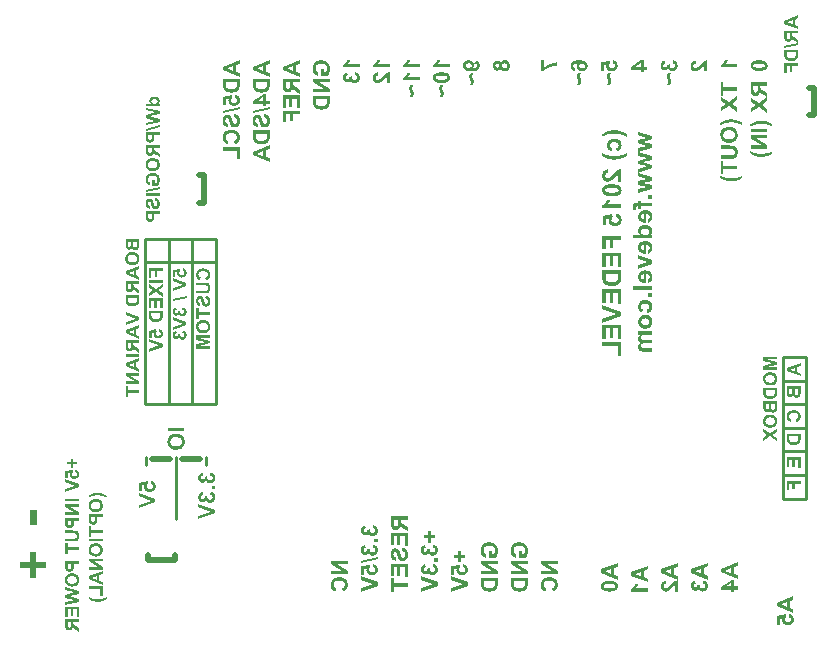
<source format=gbo>
%FSLAX44Y44*%
%MOMM*%
G71*
G01*
G75*
G04 Layer_Color=32896*
%ADD10R,2.5000X2.6000*%
%ADD11R,2.7000X2.0000*%
%ADD12R,1.6000X3.0000*%
%ADD13R,1.3000X0.7000*%
%ADD14R,0.9000X1.3000*%
%ADD15R,0.7000X1.3000*%
%ADD16R,1.5000X0.5000*%
%ADD17R,0.5000X1.5000*%
%ADD18R,1.3000X0.9000*%
%ADD19R,0.8000X0.8000*%
%ADD20R,0.5588X0.6858*%
%ADD21R,0.6858X0.5588*%
%ADD22C,1.0160*%
%ADD23R,1.4000X1.6000*%
%ADD24R,1.9000X1.9000*%
%ADD25R,1.3500X0.4000*%
%ADD26R,1.0000X0.5500*%
%ADD27R,0.5500X1.0000*%
%ADD28R,0.9000X0.6000*%
%ADD29R,0.6000X2.2000*%
%ADD30R,3.5000X2.2000*%
%ADD31R,2.6000X2.5000*%
%ADD32C,0.2000*%
%ADD33C,0.6000*%
%ADD34C,0.8000*%
%ADD35C,0.5000*%
%ADD36C,0.4000*%
%ADD37C,1.0000*%
%ADD38C,0.9000*%
%ADD39R,1.6000X2.0000*%
%ADD40O,1.6000X2.0000*%
%ADD41R,1.7000X1.7000*%
%ADD42C,1.7000*%
%ADD43O,2.0000X1.6000*%
%ADD44R,2.0000X1.6000*%
G04:AMPARAMS|DCode=45|XSize=2mm|YSize=1.2mm|CornerRadius=0.36mm|HoleSize=0mm|Usage=FLASHONLY|Rotation=0.000|XOffset=0mm|YOffset=0mm|HoleType=Round|Shape=RoundedRectangle|*
%AMROUNDEDRECTD45*
21,1,2.0000,0.4800,0,0,0.0*
21,1,1.2800,1.2000,0,0,0.0*
1,1,0.7200,0.6400,-0.2400*
1,1,0.7200,-0.6400,-0.2400*
1,1,0.7200,-0.6400,0.2400*
1,1,0.7200,0.6400,0.2400*
%
%ADD45ROUNDEDRECTD45*%
%ADD46C,4.0000*%
%ADD47C,7.4000*%
%ADD48C,3.2000*%
%ADD49R,1.9000X1.9000*%
%ADD50C,1.9000*%
%ADD51C,0.6000*%
%ADD52C,0.2540*%
%ADD53C,0.0800*%
%ADD54R,2.7000X2.8000*%
%ADD55R,2.9000X2.2000*%
%ADD56R,1.8000X3.2000*%
%ADD57R,1.5000X0.9000*%
%ADD58R,1.1000X1.5000*%
%ADD59R,0.9000X1.5000*%
%ADD60R,1.6200X0.6200*%
%ADD61R,0.6200X1.6200*%
%ADD62R,1.5000X1.1000*%
%ADD63R,1.0000X1.0000*%
%ADD64R,0.7112X0.8382*%
%ADD65R,0.8382X0.7112*%
%ADD66C,3.0480*%
%ADD67R,1.6000X1.8000*%
%ADD68R,2.1000X2.1000*%
%ADD69R,1.4500X0.5000*%
%ADD70R,1.2000X0.7500*%
%ADD71R,0.7500X1.2000*%
%ADD72R,1.1000X0.8000*%
%ADD73R,0.8000X2.4000*%
%ADD74R,3.7000X2.4000*%
%ADD75R,2.8000X2.7000*%
%ADD76R,1.8000X2.2000*%
%ADD77O,1.8000X2.2000*%
%ADD78O,2.2000X1.8000*%
%ADD79R,2.2000X1.8000*%
G04:AMPARAMS|DCode=80|XSize=2.2mm|YSize=1.4mm|CornerRadius=0.46mm|HoleSize=0mm|Usage=FLASHONLY|Rotation=0.000|XOffset=0mm|YOffset=0mm|HoleType=Round|Shape=RoundedRectangle|*
%AMROUNDEDRECTD80*
21,1,2.2000,0.4800,0,0,0.0*
21,1,1.2800,1.4000,0,0,0.0*
1,1,0.9200,0.6400,-0.2400*
1,1,0.9200,-0.6400,-0.2400*
1,1,0.9200,-0.6400,0.2400*
1,1,0.9200,0.6400,0.2400*
%
%ADD80ROUNDEDRECTD80*%
%ADD81C,4.2000*%
%ADD82C,7.4508*%
%ADD83C,3.2500*%
%ADD84R,2.1000X2.1000*%
%ADD85C,2.1000*%
%ADD86C,0.5080*%
G36*
X539069Y275736D02*
X539740Y275643D01*
X540319Y275527D01*
X540573Y275458D01*
X540805Y275389D01*
X541013Y275319D01*
X541198Y275250D01*
X541360Y275180D01*
X541499Y275134D01*
X541615Y275088D01*
X541684Y275042D01*
X541730Y275018D01*
X541754D01*
X542239Y274694D01*
X542656Y274347D01*
X543026Y273977D01*
X543327Y273630D01*
X543558Y273306D01*
X543720Y273052D01*
X543790Y272959D01*
X543836Y272890D01*
X543859Y272843D01*
Y272820D01*
X544091Y272265D01*
X544276Y271733D01*
X544391Y271224D01*
X544484Y270738D01*
X544530Y270344D01*
X544553Y270182D01*
Y270044D01*
X544576Y269928D01*
Y269835D01*
Y269789D01*
Y269766D01*
X544553Y269280D01*
X544507Y268840D01*
X544415Y268401D01*
X544299Y268007D01*
X544183Y267614D01*
X544044Y267267D01*
X543882Y266943D01*
X543720Y266642D01*
X543558Y266387D01*
X543396Y266156D01*
X543258Y265948D01*
X543142Y265786D01*
X543026Y265647D01*
X542934Y265554D01*
X542887Y265508D01*
X542864Y265485D01*
X542517Y265184D01*
X542170Y264930D01*
X541823Y264698D01*
X541453Y264490D01*
X541082Y264328D01*
X540712Y264189D01*
X540365Y264074D01*
X540018Y263981D01*
X539717Y263911D01*
X539416Y263865D01*
X539162Y263819D01*
X538931Y263796D01*
X538745Y263773D01*
X538491D01*
X538005Y263796D01*
X537542Y263842D01*
X537126Y263935D01*
X536709Y264027D01*
X536339Y264166D01*
X535969Y264305D01*
X535645Y264467D01*
X535344Y264606D01*
X535089Y264768D01*
X534835Y264930D01*
X534650Y265068D01*
X534465Y265207D01*
X534349Y265300D01*
X534233Y265392D01*
X534187Y265439D01*
X534164Y265462D01*
X533863Y265786D01*
X533609Y266133D01*
X533377Y266480D01*
X533169Y266850D01*
X533007Y267220D01*
X532868Y267568D01*
X532752Y267915D01*
X532660Y268262D01*
X532590Y268563D01*
X532544Y268863D01*
X532498Y269118D01*
X532475Y269349D01*
X532452Y269534D01*
Y269673D01*
Y269766D01*
Y269789D01*
X532475Y270414D01*
X532567Y270992D01*
X532683Y271524D01*
X532822Y271987D01*
X532914Y272172D01*
X532984Y272357D01*
X533030Y272519D01*
X533099Y272635D01*
X533146Y272751D01*
X533192Y272820D01*
X533215Y272866D01*
Y272890D01*
X533539Y273375D01*
X533886Y273792D01*
X534256Y274162D01*
X534604Y274463D01*
X534927Y274694D01*
X535182Y274880D01*
X535275Y274949D01*
X535344Y274972D01*
X535390Y275018D01*
X535413D01*
X535946Y275273D01*
X536478Y275435D01*
X536964Y275574D01*
X537403Y275666D01*
X537797Y275713D01*
X537959Y275736D01*
X538097D01*
X538190Y275759D01*
X538352D01*
X539069Y275736D01*
D02*
G37*
G36*
X539046Y288162D02*
X539555Y288115D01*
X539995Y288046D01*
X540435Y287953D01*
X540828Y287838D01*
X541198Y287699D01*
X541522Y287583D01*
X541823Y287421D01*
X542101Y287282D01*
X542332Y287167D01*
X542517Y287028D01*
X542679Y286912D01*
X542818Y286819D01*
X542910Y286750D01*
X542957Y286704D01*
X542980Y286681D01*
X543258Y286380D01*
X543512Y286079D01*
X543720Y285755D01*
X543905Y285408D01*
X544067Y285084D01*
X544183Y284737D01*
X544299Y284413D01*
X544368Y284089D01*
X544438Y283788D01*
X544484Y283511D01*
X544530Y283256D01*
X544553Y283048D01*
X544576Y282886D01*
Y282747D01*
Y282654D01*
Y282631D01*
X544553Y282215D01*
X544530Y281845D01*
X544484Y281474D01*
X544415Y281127D01*
X544345Y280803D01*
X544253Y280526D01*
X544160Y280248D01*
X544044Y280016D01*
X543952Y279785D01*
X543859Y279600D01*
X543767Y279438D01*
X543697Y279299D01*
X543628Y279207D01*
X543582Y279137D01*
X543535Y279091D01*
Y279068D01*
X543327Y278836D01*
X543096Y278605D01*
X542587Y278212D01*
X542077Y277888D01*
X541568Y277656D01*
X541106Y277471D01*
X540897Y277402D01*
X540735Y277332D01*
X540597Y277286D01*
X540481Y277263D01*
X540411Y277240D01*
X540388D01*
X539879Y280248D01*
X540296Y280340D01*
X540666Y280479D01*
X540967Y280595D01*
X541198Y280734D01*
X541383Y280873D01*
X541499Y280965D01*
X541568Y281035D01*
X541592Y281058D01*
X541754Y281289D01*
X541869Y281521D01*
X541962Y281752D01*
X542008Y281983D01*
X542054Y282192D01*
X542077Y282354D01*
Y282446D01*
Y282492D01*
X542031Y282909D01*
X541939Y283279D01*
X541823Y283580D01*
X541661Y283858D01*
X541499Y284066D01*
X541383Y284205D01*
X541291Y284321D01*
X541245Y284344D01*
X541059Y284459D01*
X540874Y284575D01*
X540435Y284737D01*
X539949Y284876D01*
X539463Y284945D01*
X539000Y284991D01*
X538815Y285015D01*
X538653D01*
X538514Y285038D01*
X537982D01*
X537658Y285015D01*
X537380Y284968D01*
X537103Y284922D01*
X536871Y284876D01*
X536663Y284830D01*
X536293Y284691D01*
X536015Y284575D01*
X535830Y284459D01*
X535714Y284390D01*
X535668Y284367D01*
X535390Y284089D01*
X535205Y283788D01*
X535066Y283487D01*
X534950Y283210D01*
X534904Y282932D01*
X534881Y282724D01*
X534858Y282585D01*
Y282562D01*
Y282539D01*
X534881Y282238D01*
X534927Y281960D01*
X534997Y281729D01*
X535089Y281521D01*
X535182Y281359D01*
X535251Y281243D01*
X535298Y281173D01*
X535321Y281150D01*
X535506Y280965D01*
X535714Y280803D01*
X535946Y280688D01*
X536154Y280572D01*
X536362Y280502D01*
X536524Y280456D01*
X536617Y280433D01*
X536663D01*
X536107Y277402D01*
X535460Y277633D01*
X534904Y277911D01*
X534441Y278212D01*
X534048Y278512D01*
X533747Y278790D01*
X533539Y278998D01*
X533470Y279091D01*
X533423Y279160D01*
X533377Y279184D01*
Y279207D01*
X533076Y279716D01*
X532845Y280271D01*
X532683Y280826D01*
X532567Y281359D01*
X532521Y281613D01*
X532498Y281845D01*
X532475Y282053D01*
Y282238D01*
X532452Y282377D01*
Y282492D01*
Y282562D01*
Y282585D01*
X532475Y283048D01*
X532521Y283487D01*
X532590Y283927D01*
X532706Y284297D01*
X532822Y284668D01*
X532961Y285015D01*
X533099Y285315D01*
X533261Y285593D01*
X533400Y285848D01*
X533562Y286056D01*
X533701Y286241D01*
X533817Y286403D01*
X533932Y286519D01*
X534002Y286611D01*
X534048Y286658D01*
X534071Y286681D01*
X534395Y286935D01*
X534719Y287167D01*
X535066Y287375D01*
X535437Y287560D01*
X535807Y287699D01*
X536177Y287815D01*
X536894Y288000D01*
X537241Y288069D01*
X537542Y288115D01*
X537820Y288139D01*
X538074Y288162D01*
X538260Y288185D01*
X538537D01*
X539046Y288162D01*
D02*
G37*
G36*
X544322Y290661D02*
X541245D01*
Y293738D01*
X544322D01*
Y290661D01*
D02*
G37*
G36*
Y258520D02*
X538121D01*
X537612Y258474D01*
X537218Y258451D01*
X536871Y258404D01*
X536640Y258358D01*
X536455Y258335D01*
X536339Y258289D01*
X536316D01*
X536061Y258173D01*
X535830Y258057D01*
X535645Y257918D01*
X535483Y257780D01*
X535367Y257664D01*
X535275Y257571D01*
X535228Y257502D01*
X535205Y257479D01*
X535066Y257247D01*
X534974Y257039D01*
X534904Y256831D01*
X534858Y256623D01*
X534835Y256461D01*
X534812Y256322D01*
Y256229D01*
Y256206D01*
Y255998D01*
X534858Y255813D01*
X534881Y255651D01*
X534927Y255512D01*
X534974Y255419D01*
X535020Y255350D01*
X535043Y255304D01*
X535066Y255280D01*
X535159Y255165D01*
X535275Y255049D01*
X535529Y254887D01*
X535622Y254841D01*
X535714Y254795D01*
X535784Y254771D01*
X535807D01*
X535899Y254748D01*
X536038Y254702D01*
X536362Y254656D01*
X536709Y254633D01*
X537079Y254610D01*
X537426Y254586D01*
X544322D01*
Y251509D01*
X538190D01*
X537704Y251462D01*
X537288Y251439D01*
X536940Y251393D01*
X536686Y251347D01*
X536501Y251324D01*
X536408Y251277D01*
X536362D01*
X536084Y251162D01*
X535853Y251046D01*
X535668Y250907D01*
X535506Y250768D01*
X535367Y250653D01*
X535275Y250560D01*
X535228Y250491D01*
X535205Y250467D01*
X535066Y250259D01*
X534974Y250028D01*
X534904Y249820D01*
X534858Y249634D01*
X534835Y249473D01*
X534812Y249357D01*
Y249264D01*
Y249241D01*
X534835Y248940D01*
X534904Y248663D01*
X535020Y248431D01*
X535136Y248246D01*
X535275Y248107D01*
X535367Y248015D01*
X535460Y247945D01*
X535483Y247922D01*
X535598Y247876D01*
X535714Y247806D01*
X536038Y247737D01*
X536408Y247668D01*
X536779Y247645D01*
X537126Y247621D01*
X537426Y247598D01*
X544322D01*
Y244521D01*
X536917D01*
X536339Y244544D01*
X535830Y244567D01*
X535413Y244613D01*
X535089Y244683D01*
X534835Y244752D01*
X534650Y244798D01*
X534534Y244821D01*
X534511Y244845D01*
X534141Y245030D01*
X533840Y245238D01*
X533585Y245469D01*
X533354Y245678D01*
X533192Y245886D01*
X533076Y246048D01*
X533007Y246140D01*
X532984Y246187D01*
X532799Y246534D01*
X532683Y246904D01*
X532590Y247251D01*
X532521Y247598D01*
X532475Y247899D01*
X532452Y248130D01*
Y248223D01*
Y248292D01*
Y248316D01*
Y248339D01*
X532475Y248709D01*
X532521Y249056D01*
X532590Y249380D01*
X532683Y249658D01*
X532775Y249889D01*
X532845Y250074D01*
X532891Y250190D01*
X532914Y250236D01*
X533099Y250560D01*
X533331Y250861D01*
X533562Y251139D01*
X533794Y251393D01*
X534002Y251601D01*
X534164Y251740D01*
X534280Y251833D01*
X534326Y251879D01*
X534002Y252087D01*
X533701Y252319D01*
X533470Y252550D01*
X533261Y252758D01*
X533099Y252943D01*
X533007Y253105D01*
X532937Y253198D01*
X532914Y253244D01*
X532752Y253568D01*
X532637Y253892D01*
X532567Y254216D01*
X532498Y254517D01*
X532475Y254771D01*
X532452Y254980D01*
Y255119D01*
Y255142D01*
Y255165D01*
X532475Y255558D01*
X532521Y255928D01*
X532613Y256276D01*
X532729Y256623D01*
X533030Y257224D01*
X533215Y257502D01*
X533377Y257756D01*
X533539Y257988D01*
X533724Y258196D01*
X533863Y258358D01*
X534002Y258497D01*
X534141Y258613D01*
X534233Y258705D01*
X534280Y258751D01*
X534303Y258775D01*
X532706D01*
Y261598D01*
X544322D01*
Y258520D01*
D02*
G37*
G36*
X502472Y412348D02*
X503073Y412117D01*
X503629Y411885D01*
X504161Y411677D01*
X504647Y411492D01*
X505109Y411330D01*
X505549Y411191D01*
X505942Y411052D01*
X506289Y410937D01*
X506613Y410844D01*
X506868Y410751D01*
X507099Y410705D01*
X507285Y410659D01*
X507400Y410613D01*
X507493Y410589D01*
X507516D01*
X508395Y410404D01*
X509251Y410266D01*
X510084Y410150D01*
X510478Y410104D01*
X510848Y410080D01*
X511195Y410057D01*
X511496Y410034D01*
X511773D01*
X512005Y410011D01*
X512907D01*
X513370Y410034D01*
X513787Y410057D01*
X514180Y410080D01*
X514481Y410127D01*
X514735Y410150D01*
X514828D01*
X514897Y410173D01*
X514944D01*
X515846Y410312D01*
X516286Y410404D01*
X516679Y410474D01*
X517026Y410543D01*
X517281Y410613D01*
X517373Y410636D01*
X517443D01*
X517489Y410659D01*
X517512D01*
X517998Y410775D01*
X518438Y410890D01*
X518854Y411006D01*
X519201Y411099D01*
X519479Y411191D01*
X519687Y411260D01*
X519826Y411307D01*
X519849Y411330D01*
X519872D01*
X520289Y411492D01*
X520775Y411677D01*
X521284Y411885D01*
X521770Y412094D01*
X522209Y412302D01*
X522394Y412371D01*
X522556Y412464D01*
X522695Y412510D01*
X522788Y412556D01*
X522857Y412603D01*
X522880D01*
Y410474D01*
X522348Y410127D01*
X521816Y409826D01*
X521284Y409548D01*
X520775Y409271D01*
X520266Y409039D01*
X519803Y408808D01*
X519340Y408623D01*
X518924Y408438D01*
X518530Y408276D01*
X518183Y408160D01*
X517882Y408044D01*
X517605Y407952D01*
X517396Y407882D01*
X517258Y407836D01*
X517142Y407790D01*
X517119D01*
X516147Y407558D01*
X515244Y407373D01*
X514828Y407304D01*
X514411Y407257D01*
X514041Y407188D01*
X513694Y407165D01*
X513370Y407142D01*
X513069Y407119D01*
X512815Y407095D01*
X512607Y407072D01*
X512213D01*
X511195Y407119D01*
X510246Y407211D01*
X509784Y407281D01*
X509321Y407373D01*
X508904Y407443D01*
X508534Y407535D01*
X508164Y407628D01*
X507840Y407697D01*
X507562Y407790D01*
X507331Y407859D01*
X507122Y407905D01*
X506984Y407952D01*
X506891Y407998D01*
X506868D01*
X505896Y408368D01*
X504971Y408785D01*
X504531Y408993D01*
X504137Y409201D01*
X503744Y409409D01*
X503374Y409618D01*
X503050Y409803D01*
X502749Y409965D01*
X502495Y410127D01*
X502286Y410266D01*
X502101Y410381D01*
X501986Y410474D01*
X501893Y410520D01*
X501870Y410543D01*
Y412626D01*
X502472Y412348D01*
D02*
G37*
G36*
X512884Y424866D02*
X513393Y424820D01*
X513833Y424751D01*
X514273Y424658D01*
X514666Y424543D01*
X515036Y424404D01*
X515360Y424288D01*
X515661Y424126D01*
X515939Y423987D01*
X516170Y423871D01*
X516355Y423733D01*
X516517Y423617D01*
X516656Y423524D01*
X516749Y423455D01*
X516795Y423409D01*
X516818Y423386D01*
X517096Y423085D01*
X517350Y422784D01*
X517558Y422460D01*
X517743Y422113D01*
X517906Y421789D01*
X518021Y421442D01*
X518137Y421118D01*
X518206Y420794D01*
X518276Y420493D01*
X518322Y420215D01*
X518368Y419961D01*
X518391Y419753D01*
X518414Y419591D01*
Y419452D01*
Y419359D01*
Y419336D01*
X518391Y418920D01*
X518368Y418549D01*
X518322Y418179D01*
X518253Y417832D01*
X518183Y417508D01*
X518091Y417230D01*
X517998Y416953D01*
X517882Y416721D01*
X517790Y416490D01*
X517697Y416305D01*
X517605Y416143D01*
X517535Y416004D01*
X517466Y415912D01*
X517420Y415842D01*
X517373Y415796D01*
Y415773D01*
X517165Y415541D01*
X516934Y415310D01*
X516424Y414917D01*
X515915Y414593D01*
X515406Y414361D01*
X514944Y414176D01*
X514735Y414107D01*
X514573Y414037D01*
X514435Y413991D01*
X514319Y413968D01*
X514249Y413945D01*
X514226D01*
X513717Y416953D01*
X514134Y417045D01*
X514504Y417184D01*
X514805Y417300D01*
X515036Y417439D01*
X515221Y417578D01*
X515337Y417670D01*
X515406Y417740D01*
X515430Y417763D01*
X515592Y417994D01*
X515707Y418226D01*
X515800Y418457D01*
X515846Y418688D01*
X515892Y418896D01*
X515915Y419058D01*
Y419151D01*
Y419197D01*
X515869Y419614D01*
X515777Y419984D01*
X515661Y420285D01*
X515499Y420563D01*
X515337Y420771D01*
X515221Y420910D01*
X515129Y421025D01*
X515083Y421049D01*
X514897Y421164D01*
X514712Y421280D01*
X514273Y421442D01*
X513787Y421581D01*
X513301Y421650D01*
X512838Y421696D01*
X512653Y421720D01*
X512491D01*
X512352Y421743D01*
X511820D01*
X511496Y421720D01*
X511218Y421673D01*
X510941Y421627D01*
X510709Y421581D01*
X510501Y421534D01*
X510131Y421396D01*
X509853Y421280D01*
X509668Y421164D01*
X509552Y421095D01*
X509506Y421072D01*
X509228Y420794D01*
X509043Y420493D01*
X508904Y420192D01*
X508788Y419915D01*
X508742Y419637D01*
X508719Y419429D01*
X508696Y419290D01*
Y419267D01*
Y419244D01*
X508719Y418943D01*
X508765Y418665D01*
X508835Y418434D01*
X508927Y418226D01*
X509020Y418064D01*
X509089Y417948D01*
X509136Y417878D01*
X509159Y417855D01*
X509344Y417670D01*
X509552Y417508D01*
X509784Y417393D01*
X509992Y417277D01*
X510200Y417207D01*
X510362Y417161D01*
X510455Y417138D01*
X510501D01*
X509945Y414107D01*
X509298Y414338D01*
X508742Y414616D01*
X508279Y414917D01*
X507886Y415217D01*
X507585Y415495D01*
X507377Y415703D01*
X507308Y415796D01*
X507261Y415865D01*
X507215Y415888D01*
Y415912D01*
X506914Y416421D01*
X506683Y416976D01*
X506521Y417531D01*
X506405Y418064D01*
X506359Y418318D01*
X506336Y418549D01*
X506313Y418758D01*
Y418943D01*
X506289Y419082D01*
Y419197D01*
Y419267D01*
Y419290D01*
X506313Y419753D01*
X506359Y420192D01*
X506428Y420632D01*
X506544Y421002D01*
X506660Y421372D01*
X506799Y421720D01*
X506937Y422020D01*
X507099Y422298D01*
X507238Y422553D01*
X507400Y422761D01*
X507539Y422946D01*
X507655Y423108D01*
X507770Y423224D01*
X507840Y423316D01*
X507886Y423363D01*
X507909Y423386D01*
X508233Y423640D01*
X508557Y423871D01*
X508904Y424080D01*
X509274Y424265D01*
X509645Y424404D01*
X510015Y424519D01*
X510732Y424705D01*
X511079Y424774D01*
X511380Y424820D01*
X511658Y424843D01*
X511912Y424866D01*
X512098Y424890D01*
X512375D01*
X512884Y424866D01*
D02*
G37*
G36*
X513324Y432040D02*
X514273Y431947D01*
X515152Y431808D01*
X515568Y431739D01*
X515962Y431646D01*
X516309Y431577D01*
X516633Y431507D01*
X516911Y431438D01*
X517165Y431369D01*
X517350Y431299D01*
X517512Y431276D01*
X517605Y431230D01*
X517628D01*
X518623Y430860D01*
X519595Y430466D01*
X520034Y430235D01*
X520474Y430027D01*
X520890Y429818D01*
X521261Y429610D01*
X521608Y429425D01*
X521932Y429240D01*
X522209Y429078D01*
X522441Y428939D01*
X522626Y428823D01*
X522765Y428731D01*
X522857Y428685D01*
X522880Y428661D01*
Y426556D01*
X522487Y426741D01*
X522140Y426903D01*
X521793Y427042D01*
X521492Y427180D01*
X521191Y427296D01*
X520937Y427412D01*
X520705Y427504D01*
X520474Y427597D01*
X520289Y427690D01*
X520127Y427736D01*
X519988Y427805D01*
X519872Y427851D01*
X519780Y427875D01*
X519710Y427898D01*
X519687Y427921D01*
X519664D01*
X519039Y428129D01*
X518414Y428314D01*
X517813Y428453D01*
X517258Y428592D01*
X517026Y428638D01*
X516795Y428685D01*
X516610Y428731D01*
X516448Y428754D01*
X516309Y428800D01*
X516216D01*
X516147Y428823D01*
X516124D01*
X515430Y428939D01*
X514758Y429008D01*
X514134Y429078D01*
X513578Y429101D01*
X513324Y429124D01*
X513116D01*
X512907Y429147D01*
X512445D01*
X511473Y429124D01*
X510570Y429055D01*
X510131Y429008D01*
X509737Y428962D01*
X509344Y428916D01*
X508997Y428870D01*
X508673Y428823D01*
X508395Y428777D01*
X508141Y428731D01*
X507909Y428685D01*
X507747Y428638D01*
X507608Y428615D01*
X507539Y428592D01*
X507516D01*
X507076Y428476D01*
X506613Y428337D01*
X505665Y428037D01*
X504716Y427690D01*
X504253Y427528D01*
X503814Y427342D01*
X503420Y427180D01*
X503050Y427042D01*
X502703Y426903D01*
X502425Y426764D01*
X502194Y426671D01*
X502009Y426602D01*
X501916Y426556D01*
X501870Y426533D01*
Y428638D01*
X502657Y429147D01*
X503466Y429633D01*
X504230Y430027D01*
X504577Y430212D01*
X504924Y430374D01*
X505225Y430513D01*
X505526Y430651D01*
X505780Y430767D01*
X505989Y430860D01*
X506174Y430929D01*
X506289Y430975D01*
X506382Y431022D01*
X506405D01*
X506937Y431207D01*
X507470Y431369D01*
X508511Y431646D01*
X509529Y431832D01*
X509992Y431901D01*
X510431Y431947D01*
X510848Y431993D01*
X511218Y432040D01*
X511565Y432063D01*
X511843D01*
X512074Y432086D01*
X512375D01*
X513324Y432040D01*
D02*
G37*
G36*
X544322Y296885D02*
X528310D01*
Y299963D01*
X544322D01*
Y296885D01*
D02*
G37*
G36*
X539046Y364290D02*
X539486Y364267D01*
X539879Y364198D01*
X540249Y364128D01*
X540620Y364059D01*
X540944Y363943D01*
X541245Y363851D01*
X541522Y363735D01*
X541777Y363642D01*
X541985Y363527D01*
X542170Y363434D01*
X542332Y363365D01*
X542448Y363272D01*
X542540Y363226D01*
X542587Y363203D01*
X542610Y363180D01*
X542957Y362879D01*
X543258Y362578D01*
X543512Y362231D01*
X543744Y361861D01*
X543929Y361490D01*
X544091Y361120D01*
X544229Y360750D01*
X544322Y360380D01*
X544415Y360056D01*
X544461Y359732D01*
X544507Y359431D01*
X544553Y359176D01*
Y358968D01*
X544576Y358829D01*
Y358714D01*
Y358690D01*
X544530Y358019D01*
X544438Y357395D01*
X544299Y356862D01*
X544137Y356400D01*
X544044Y356191D01*
X543975Y356030D01*
X543905Y355868D01*
X543836Y355752D01*
X543767Y355659D01*
X543744Y355567D01*
X543697Y355544D01*
Y355520D01*
X543327Y355081D01*
X542934Y354687D01*
X542494Y354363D01*
X542077Y354109D01*
X541707Y353901D01*
X541545Y353831D01*
X541406Y353762D01*
X541291Y353716D01*
X541198Y353669D01*
X541152Y353646D01*
X541129D01*
X540620Y356701D01*
X540920Y356816D01*
X541198Y356932D01*
X541406Y357048D01*
X541592Y357186D01*
X541730Y357279D01*
X541823Y357371D01*
X541869Y357441D01*
X541892Y357464D01*
X542031Y357649D01*
X542124Y357858D01*
X542193Y358066D01*
X542239Y358251D01*
X542263Y358413D01*
X542286Y358552D01*
Y358644D01*
Y358667D01*
X542263Y359038D01*
X542170Y359385D01*
X542054Y359709D01*
X541916Y359963D01*
X541777Y360171D01*
X541661Y360310D01*
X541568Y360426D01*
X541545Y360449D01*
X541245Y360681D01*
X540897Y360843D01*
X540527Y360981D01*
X540203Y361074D01*
X539879Y361120D01*
X539648Y361143D01*
X539555Y361166D01*
X539416D01*
Y353484D01*
X538769D01*
X538190Y353530D01*
X537635Y353600D01*
X537126Y353692D01*
X536640Y353808D01*
X536223Y353924D01*
X535830Y354063D01*
X535483Y354202D01*
X535182Y354340D01*
X534904Y354479D01*
X534696Y354595D01*
X534511Y354711D01*
X534372Y354803D01*
X534256Y354873D01*
X534210Y354919D01*
X534187Y354942D01*
X533886Y355220D01*
X533609Y355544D01*
X533377Y355868D01*
X533192Y356191D01*
X533007Y356539D01*
X532868Y356886D01*
X532752Y357210D01*
X532660Y357533D01*
X532590Y357834D01*
X532544Y358112D01*
X532498Y358367D01*
X532475Y358575D01*
X532452Y358760D01*
Y358899D01*
Y358991D01*
Y359014D01*
X532475Y359431D01*
X532521Y359824D01*
X532613Y360218D01*
X532706Y360565D01*
X532822Y360912D01*
X532961Y361213D01*
X533122Y361513D01*
X533261Y361768D01*
X533423Y361999D01*
X533585Y362208D01*
X533724Y362393D01*
X533840Y362532D01*
X533932Y362647D01*
X534025Y362740D01*
X534071Y362786D01*
X534094Y362809D01*
X534418Y363064D01*
X534765Y363295D01*
X535112Y363503D01*
X535483Y363689D01*
X535876Y363827D01*
X536246Y363943D01*
X536964Y364128D01*
X537311Y364198D01*
X537612Y364244D01*
X537889Y364267D01*
X538121Y364290D01*
X538329Y364313D01*
X538607D01*
X539046Y364290D01*
D02*
G37*
G36*
X535112Y370515D02*
X544322D01*
Y367437D01*
X535112D01*
Y365146D01*
X532706D01*
Y367437D01*
X531896D01*
X531595Y367414D01*
X531341Y367391D01*
X531133Y367345D01*
X530971Y367298D01*
X530832Y367252D01*
X530762Y367206D01*
X530716Y367160D01*
X530693D01*
X530577Y367021D01*
X530508Y366882D01*
X530415Y366558D01*
X530392Y366419D01*
X530369Y366303D01*
Y366211D01*
Y366188D01*
X530392Y365679D01*
X530415Y365447D01*
X530462Y365239D01*
X530485Y365054D01*
X530531Y364892D01*
X530554Y364799D01*
Y364776D01*
X528402Y364360D01*
X528263Y364846D01*
X528171Y365308D01*
X528101Y365748D01*
X528055Y366141D01*
X528032Y366465D01*
X528009Y366720D01*
Y366812D01*
Y366882D01*
Y366928D01*
Y366951D01*
X528032Y367414D01*
X528078Y367831D01*
X528148Y368178D01*
X528240Y368502D01*
X528333Y368733D01*
X528402Y368918D01*
X528448Y369034D01*
X528471Y369080D01*
X528657Y369358D01*
X528842Y369612D01*
X529050Y369797D01*
X529235Y369959D01*
X529397Y370075D01*
X529536Y370145D01*
X529628Y370191D01*
X529652Y370214D01*
X529952Y370307D01*
X530299Y370376D01*
X530670Y370445D01*
X531017Y370468D01*
X531341Y370492D01*
X531595Y370515D01*
X532706D01*
Y372227D01*
X535112D01*
Y370515D01*
D02*
G37*
G36*
X544322Y374032D02*
X541245D01*
Y377109D01*
X544322D01*
Y374032D01*
D02*
G37*
G36*
X539023Y351633D02*
X539509Y351587D01*
X539972Y351517D01*
X540411Y351425D01*
X540805Y351332D01*
X541175Y351217D01*
X541499Y351078D01*
X541800Y350939D01*
X542077Y350823D01*
X542309Y350684D01*
X542517Y350569D01*
X542679Y350453D01*
X542818Y350383D01*
X542910Y350314D01*
X542957Y350268D01*
X542980Y350245D01*
X543258Y349967D01*
X543512Y349689D01*
X543720Y349389D01*
X543905Y349111D01*
X544067Y348810D01*
X544183Y348532D01*
X544299Y348255D01*
X544368Y348000D01*
X544438Y347746D01*
X544484Y347514D01*
X544530Y347329D01*
X544553Y347144D01*
X544576Y347005D01*
Y346912D01*
Y346843D01*
Y346820D01*
X544553Y346450D01*
X544507Y346103D01*
X544438Y345756D01*
X544345Y345455D01*
X544253Y345223D01*
X544183Y345015D01*
X544137Y344899D01*
X544114Y344853D01*
X543905Y344506D01*
X543674Y344182D01*
X543420Y343881D01*
X543188Y343650D01*
X542980Y343442D01*
X542795Y343280D01*
X542679Y343187D01*
X542633Y343164D01*
X544322D01*
Y340318D01*
X528310D01*
Y343395D01*
X534071D01*
X533794Y343673D01*
X533539Y343951D01*
X533331Y344228D01*
X533122Y344529D01*
X532984Y344807D01*
X532845Y345084D01*
X532729Y345362D01*
X532660Y345617D01*
X532590Y345871D01*
X532544Y346079D01*
X532498Y346288D01*
X532475Y346450D01*
X532452Y346589D01*
Y346681D01*
Y346751D01*
Y346774D01*
X532475Y347167D01*
X532521Y347537D01*
X532590Y347884D01*
X532683Y348232D01*
X532937Y348810D01*
X533076Y349088D01*
X533215Y349319D01*
X533377Y349550D01*
X533516Y349735D01*
X533632Y349897D01*
X533747Y350036D01*
X533863Y350152D01*
X533932Y350221D01*
X533979Y350268D01*
X534002Y350291D01*
X534303Y350522D01*
X534627Y350731D01*
X534974Y350916D01*
X535344Y351078D01*
X535714Y351217D01*
X536084Y351332D01*
X536825Y351494D01*
X537149Y351540D01*
X537473Y351587D01*
X537750Y351610D01*
X538005Y351633D01*
X538213Y351656D01*
X538491D01*
X539023Y351633D01*
D02*
G37*
G36*
X539046Y313268D02*
X539486Y313245D01*
X539879Y313175D01*
X540249Y313106D01*
X540620Y313036D01*
X540944Y312921D01*
X541245Y312828D01*
X541522Y312712D01*
X541777Y312620D01*
X541985Y312504D01*
X542170Y312412D01*
X542332Y312342D01*
X542448Y312250D01*
X542540Y312203D01*
X542587Y312180D01*
X542610Y312157D01*
X542957Y311856D01*
X543258Y311556D01*
X543512Y311208D01*
X543744Y310838D01*
X543929Y310468D01*
X544091Y310098D01*
X544229Y309727D01*
X544322Y309357D01*
X544415Y309033D01*
X544461Y308709D01*
X544507Y308409D01*
X544553Y308154D01*
Y307946D01*
X544576Y307807D01*
Y307691D01*
Y307668D01*
X544530Y306997D01*
X544438Y306372D01*
X544299Y305840D01*
X544137Y305377D01*
X544044Y305169D01*
X543975Y305007D01*
X543905Y304845D01*
X543836Y304729D01*
X543767Y304637D01*
X543744Y304544D01*
X543697Y304521D01*
Y304498D01*
X543327Y304058D01*
X542934Y303665D01*
X542494Y303341D01*
X542077Y303086D01*
X541707Y302878D01*
X541545Y302809D01*
X541406Y302739D01*
X541291Y302693D01*
X541198Y302647D01*
X541152Y302624D01*
X541129D01*
X540620Y305678D01*
X540920Y305794D01*
X541198Y305910D01*
X541406Y306025D01*
X541592Y306164D01*
X541730Y306257D01*
X541823Y306349D01*
X541869Y306419D01*
X541892Y306442D01*
X542031Y306627D01*
X542124Y306835D01*
X542193Y307043D01*
X542239Y307229D01*
X542263Y307390D01*
X542286Y307529D01*
Y307622D01*
Y307645D01*
X542263Y308015D01*
X542170Y308362D01*
X542054Y308686D01*
X541916Y308941D01*
X541777Y309149D01*
X541661Y309288D01*
X541568Y309404D01*
X541545Y309427D01*
X541245Y309658D01*
X540897Y309820D01*
X540527Y309959D01*
X540203Y310051D01*
X539879Y310098D01*
X539648Y310121D01*
X539555Y310144D01*
X539416D01*
Y302462D01*
X538769D01*
X538190Y302508D01*
X537635Y302577D01*
X537126Y302670D01*
X536640Y302786D01*
X536223Y302901D01*
X535830Y303040D01*
X535483Y303179D01*
X535182Y303318D01*
X534904Y303457D01*
X534696Y303572D01*
X534511Y303688D01*
X534372Y303781D01*
X534256Y303850D01*
X534210Y303896D01*
X534187Y303920D01*
X533886Y304197D01*
X533609Y304521D01*
X533377Y304845D01*
X533192Y305169D01*
X533007Y305516D01*
X532868Y305863D01*
X532752Y306187D01*
X532660Y306511D01*
X532590Y306812D01*
X532544Y307090D01*
X532498Y307344D01*
X532475Y307552D01*
X532452Y307738D01*
Y307876D01*
Y307969D01*
Y307992D01*
X532475Y308409D01*
X532521Y308802D01*
X532613Y309195D01*
X532706Y309542D01*
X532822Y309890D01*
X532961Y310190D01*
X533122Y310491D01*
X533261Y310746D01*
X533423Y310977D01*
X533585Y311185D01*
X533724Y311370D01*
X533840Y311509D01*
X533932Y311625D01*
X534025Y311717D01*
X534071Y311764D01*
X534094Y311787D01*
X534418Y312041D01*
X534765Y312273D01*
X535112Y312481D01*
X535483Y312666D01*
X535876Y312805D01*
X536246Y312921D01*
X536964Y313106D01*
X537311Y313175D01*
X537612Y313222D01*
X537889Y313245D01*
X538121Y313268D01*
X538329Y313291D01*
X538607D01*
X539046Y313268D01*
D02*
G37*
G36*
X544322Y321691D02*
Y318914D01*
X532706Y314309D01*
Y317456D01*
X538653Y319678D01*
X539000Y319816D01*
X539324Y319909D01*
X539440Y319955D01*
X539532Y319978D01*
X539602Y320001D01*
X539625D01*
X539740Y320025D01*
X539879Y320071D01*
X540226Y320187D01*
X540365Y320233D01*
X540504Y320279D01*
X540597Y320302D01*
X540620Y320325D01*
X538653Y320950D01*
X532706Y323148D01*
Y326365D01*
X544322Y321691D01*
D02*
G37*
G36*
X539046Y338166D02*
X539486Y338143D01*
X539879Y338073D01*
X540249Y338004D01*
X540620Y337934D01*
X540944Y337819D01*
X541245Y337726D01*
X541522Y337611D01*
X541777Y337518D01*
X541985Y337402D01*
X542170Y337310D01*
X542332Y337240D01*
X542448Y337148D01*
X542540Y337101D01*
X542587Y337078D01*
X542610Y337055D01*
X542957Y336754D01*
X543258Y336454D01*
X543512Y336106D01*
X543744Y335736D01*
X543929Y335366D01*
X544091Y334996D01*
X544229Y334626D01*
X544322Y334255D01*
X544415Y333931D01*
X544461Y333607D01*
X544507Y333307D01*
X544553Y333052D01*
Y332844D01*
X544576Y332705D01*
Y332589D01*
Y332566D01*
X544530Y331895D01*
X544438Y331270D01*
X544299Y330738D01*
X544137Y330275D01*
X544044Y330067D01*
X543975Y329905D01*
X543905Y329743D01*
X543836Y329627D01*
X543767Y329535D01*
X543744Y329442D01*
X543697Y329419D01*
Y329396D01*
X543327Y328956D01*
X542934Y328563D01*
X542494Y328239D01*
X542077Y327985D01*
X541707Y327776D01*
X541545Y327707D01*
X541406Y327637D01*
X541291Y327591D01*
X541198Y327545D01*
X541152Y327522D01*
X541129D01*
X540620Y330576D01*
X540920Y330692D01*
X541198Y330807D01*
X541406Y330923D01*
X541592Y331062D01*
X541730Y331155D01*
X541823Y331247D01*
X541869Y331317D01*
X541892Y331340D01*
X542031Y331525D01*
X542124Y331733D01*
X542193Y331941D01*
X542239Y332127D01*
X542263Y332288D01*
X542286Y332427D01*
Y332520D01*
Y332543D01*
X542263Y332913D01*
X542170Y333260D01*
X542054Y333584D01*
X541916Y333839D01*
X541777Y334047D01*
X541661Y334186D01*
X541568Y334302D01*
X541545Y334325D01*
X541245Y334556D01*
X540897Y334718D01*
X540527Y334857D01*
X540203Y334949D01*
X539879Y334996D01*
X539648Y335019D01*
X539555Y335042D01*
X539416D01*
Y327360D01*
X538769D01*
X538190Y327406D01*
X537635Y327475D01*
X537126Y327568D01*
X536640Y327684D01*
X536223Y327799D01*
X535830Y327938D01*
X535483Y328077D01*
X535182Y328216D01*
X534904Y328355D01*
X534696Y328470D01*
X534511Y328586D01*
X534372Y328679D01*
X534256Y328748D01*
X534210Y328794D01*
X534187Y328817D01*
X533886Y329095D01*
X533609Y329419D01*
X533377Y329743D01*
X533192Y330067D01*
X533007Y330414D01*
X532868Y330761D01*
X532752Y331085D01*
X532660Y331409D01*
X532590Y331710D01*
X532544Y331988D01*
X532498Y332242D01*
X532475Y332450D01*
X532452Y332635D01*
Y332774D01*
Y332867D01*
Y332890D01*
X532475Y333307D01*
X532521Y333700D01*
X532613Y334093D01*
X532706Y334440D01*
X532822Y334787D01*
X532961Y335088D01*
X533122Y335389D01*
X533261Y335644D01*
X533423Y335875D01*
X533585Y336083D01*
X533724Y336268D01*
X533840Y336407D01*
X533932Y336523D01*
X534025Y336615D01*
X534071Y336662D01*
X534094Y336685D01*
X534418Y336940D01*
X534765Y337171D01*
X535112Y337379D01*
X535483Y337564D01*
X535876Y337703D01*
X536246Y337819D01*
X536964Y338004D01*
X537311Y338073D01*
X537612Y338120D01*
X537889Y338143D01*
X538121Y338166D01*
X538329Y338189D01*
X538607D01*
X539046Y338166D01*
D02*
G37*
G36*
X518160Y388376D02*
X515314D01*
Y394484D01*
X515013Y394299D01*
X514758Y394091D01*
X514643Y393999D01*
X514550Y393929D01*
X514504Y393883D01*
X514481Y393860D01*
X514388Y393767D01*
X514273Y393675D01*
X514018Y393397D01*
X513717Y393096D01*
X513416Y392795D01*
X513139Y392495D01*
X512907Y392240D01*
X512815Y392147D01*
X512745Y392078D01*
X512722Y392032D01*
X512699Y392009D01*
X512213Y391499D01*
X511820Y391083D01*
X511450Y390736D01*
X511172Y390458D01*
X510941Y390250D01*
X510779Y390111D01*
X510663Y390019D01*
X510640Y389995D01*
X510246Y389695D01*
X509876Y389440D01*
X509529Y389232D01*
X509228Y389070D01*
X508974Y388931D01*
X508765Y388839D01*
X508650Y388792D01*
X508603Y388769D01*
X508233Y388630D01*
X507863Y388538D01*
X507516Y388468D01*
X507192Y388422D01*
X506937Y388399D01*
X506729Y388376D01*
X506544D01*
X506197Y388399D01*
X505850Y388445D01*
X505526Y388491D01*
X505225Y388584D01*
X504693Y388815D01*
X504230Y389047D01*
X504022Y389186D01*
X503860Y389301D01*
X503698Y389417D01*
X503582Y389533D01*
X503490Y389625D01*
X503397Y389672D01*
X503374Y389718D01*
X503351Y389741D01*
X503119Y389995D01*
X502911Y390296D01*
X502749Y390574D01*
X502610Y390898D01*
X502379Y391499D01*
X502217Y392101D01*
X502171Y392379D01*
X502124Y392633D01*
X502101Y392865D01*
X502078Y393073D01*
X502055Y393235D01*
Y393351D01*
Y393443D01*
Y393466D01*
X502078Y393860D01*
X502101Y394230D01*
X502217Y394947D01*
X502402Y395549D01*
X502495Y395827D01*
X502610Y396081D01*
X502703Y396312D01*
X502819Y396498D01*
X502911Y396683D01*
X502981Y396822D01*
X503073Y396937D01*
X503119Y397007D01*
X503143Y397053D01*
X503166Y397076D01*
X503397Y397331D01*
X503629Y397562D01*
X503906Y397770D01*
X504207Y397955D01*
X504809Y398233D01*
X505387Y398465D01*
X505688Y398534D01*
X505942Y398603D01*
X506174Y398673D01*
X506382Y398696D01*
X506567Y398742D01*
X506683D01*
X506775Y398765D01*
X506799D01*
X507099Y395711D01*
X506637Y395665D01*
X506243Y395572D01*
X505896Y395480D01*
X505642Y395364D01*
X505433Y395271D01*
X505294Y395179D01*
X505202Y395109D01*
X505179Y395086D01*
X504994Y394855D01*
X504855Y394600D01*
X504739Y394346D01*
X504670Y394091D01*
X504623Y393883D01*
X504600Y393698D01*
Y393582D01*
Y393536D01*
X504623Y393189D01*
X504693Y392888D01*
X504785Y392633D01*
X504878Y392402D01*
X504971Y392240D01*
X505063Y392101D01*
X505132Y392032D01*
X505156Y392009D01*
X505387Y391823D01*
X505642Y391685D01*
X505896Y391592D01*
X506151Y391523D01*
X506382Y391476D01*
X506590Y391453D01*
X506752D01*
X507099Y391476D01*
X507423Y391546D01*
X507747Y391661D01*
X508025Y391777D01*
X508279Y391893D01*
X508465Y392009D01*
X508580Y392078D01*
X508627Y392101D01*
X508765Y392194D01*
X508927Y392332D01*
X509136Y392518D01*
X509321Y392703D01*
X509760Y393119D01*
X510200Y393536D01*
X510617Y393952D01*
X510802Y394137D01*
X510941Y394323D01*
X511079Y394461D01*
X511172Y394554D01*
X511241Y394623D01*
X511264Y394646D01*
X511704Y395109D01*
X512121Y395526D01*
X512514Y395919D01*
X512861Y396266D01*
X513208Y396590D01*
X513532Y396868D01*
X513810Y397122D01*
X514087Y397331D01*
X514319Y397516D01*
X514527Y397678D01*
X514689Y397817D01*
X514851Y397909D01*
X514944Y398002D01*
X515036Y398048D01*
X515083Y398094D01*
X515106D01*
X515638Y398395D01*
X516193Y398626D01*
X516702Y398811D01*
X517165Y398950D01*
X517581Y399043D01*
X517743Y399066D01*
X517882Y399089D01*
X517998Y399112D01*
X518091Y399136D01*
X518160D01*
Y388376D01*
D02*
G37*
G36*
X54351Y150984D02*
X57334D01*
Y148968D01*
X54351D01*
Y145935D01*
X52285D01*
Y148968D01*
X49303D01*
Y150984D01*
X52285D01*
Y154000D01*
X54351D01*
Y150984D01*
D02*
G37*
G36*
X518160Y241140D02*
X515453D01*
Y249192D01*
X502263D01*
Y252432D01*
X518160D01*
Y241140D01*
D02*
G37*
G36*
Y255255D02*
X515453D01*
Y264186D01*
X511102D01*
Y256157D01*
X508395D01*
Y264186D01*
X504855D01*
Y255555D01*
X502147D01*
Y267426D01*
X518160D01*
Y255255D01*
D02*
G37*
G36*
X56334Y144486D02*
X56584Y144436D01*
X57034Y144269D01*
X57434Y144086D01*
X57600Y143986D01*
X57767Y143869D01*
X57900Y143769D01*
X58017Y143686D01*
X58117Y143586D01*
X58217Y143519D01*
X58284Y143453D01*
X58334Y143403D01*
X58350Y143369D01*
X58367Y143353D01*
X58517Y143153D01*
X58650Y142953D01*
X58767Y142736D01*
X58850Y142520D01*
X59017Y142070D01*
X59117Y141670D01*
X59150Y141470D01*
X59167Y141303D01*
X59183Y141137D01*
X59200Y141003D01*
X59217Y140887D01*
Y140803D01*
Y140753D01*
Y140737D01*
X59200Y140370D01*
X59150Y140020D01*
X59083Y139704D01*
X58983Y139404D01*
X58867Y139121D01*
X58733Y138870D01*
X58600Y138637D01*
X58450Y138421D01*
X58317Y138237D01*
X58184Y138071D01*
X58050Y137921D01*
X57934Y137804D01*
X57834Y137721D01*
X57767Y137654D01*
X57717Y137621D01*
X57700Y137604D01*
X57484Y137454D01*
X57267Y137321D01*
X57050Y137221D01*
X56817Y137121D01*
X56384Y136971D01*
X55984Y136871D01*
X55817Y136838D01*
X55651Y136821D01*
X55501Y136788D01*
X55368D01*
X55268Y136771D01*
X55134D01*
X54818Y136788D01*
X54518Y136821D01*
X54235Y136871D01*
X53968Y136938D01*
X53735Y137004D01*
X53501Y137104D01*
X53285Y137188D01*
X53102Y137288D01*
X52935Y137388D01*
X52785Y137471D01*
X52652Y137571D01*
X52552Y137638D01*
X52468Y137704D01*
X52402Y137754D01*
X52368Y137788D01*
X52352Y137804D01*
X52168Y138004D01*
X52002Y138204D01*
X51852Y138421D01*
X51719Y138637D01*
X51619Y138837D01*
X51535Y139054D01*
X51402Y139437D01*
X51352Y139620D01*
X51319Y139787D01*
X51302Y139937D01*
X51285Y140054D01*
X51269Y140154D01*
Y140237D01*
Y140287D01*
Y140303D01*
X51285Y140587D01*
X51335Y140870D01*
X51385Y141120D01*
X51452Y141353D01*
X51535Y141537D01*
X51585Y141686D01*
X51635Y141786D01*
X51652Y141803D01*
Y141820D01*
X49686Y141470D01*
Y137288D01*
X47620D01*
Y143136D01*
X53635Y144269D01*
X53885Y142486D01*
X53735Y142336D01*
X53601Y142186D01*
X53485Y142036D01*
X53385Y141886D01*
X53235Y141603D01*
X53135Y141337D01*
X53085Y141103D01*
X53052Y140937D01*
X53035Y140870D01*
Y140820D01*
Y140787D01*
Y140770D01*
X53052Y140504D01*
X53118Y140253D01*
X53201Y140037D01*
X53302Y139854D01*
X53418Y139720D01*
X53501Y139604D01*
X53568Y139537D01*
X53585Y139520D01*
X53801Y139354D01*
X54051Y139237D01*
X54318Y139154D01*
X54584Y139104D01*
X54818Y139054D01*
X55001Y139037D01*
X55184D01*
X55584Y139054D01*
X55934Y139104D01*
X56217Y139187D01*
X56451Y139270D01*
X56651Y139370D01*
X56784Y139437D01*
X56851Y139504D01*
X56884Y139520D01*
X57067Y139704D01*
X57217Y139904D01*
X57317Y140104D01*
X57384Y140287D01*
X57417Y140454D01*
X57434Y140587D01*
X57450Y140670D01*
Y140703D01*
X57434Y140920D01*
X57384Y141137D01*
X57317Y141320D01*
X57234Y141470D01*
X57151Y141603D01*
X57084Y141703D01*
X57034Y141770D01*
X57017Y141786D01*
X56834Y141936D01*
X56651Y142070D01*
X56451Y142170D01*
X56267Y142236D01*
X56101Y142286D01*
X55951Y142320D01*
X55868Y142336D01*
X55834D01*
X56067Y144536D01*
X56334Y144486D01*
D02*
G37*
G36*
X59000Y113244D02*
X51402D01*
X59000Y108562D01*
Y106229D01*
X47470D01*
Y108378D01*
X55234D01*
X47470Y113144D01*
Y115393D01*
X59000D01*
Y113244D01*
D02*
G37*
G36*
Y117626D02*
X47470D01*
Y119959D01*
X59000D01*
Y117626D01*
D02*
G37*
G36*
Y132156D02*
Y129640D01*
X47470Y125541D01*
Y128023D01*
X56001Y130839D01*
X47470Y133772D01*
Y136288D01*
X59000Y132156D01*
D02*
G37*
G36*
X518160Y278255D02*
Y274761D01*
X502147Y269069D01*
Y272517D01*
X513995Y276427D01*
X502147Y280500D01*
Y283994D01*
X518160Y278255D01*
D02*
G37*
G36*
X514458Y361279D02*
X514805Y361210D01*
X515430Y360979D01*
X515985Y360724D01*
X516216Y360585D01*
X516448Y360423D01*
X516633Y360284D01*
X516795Y360169D01*
X516934Y360030D01*
X517072Y359937D01*
X517165Y359845D01*
X517234Y359775D01*
X517258Y359729D01*
X517281Y359706D01*
X517489Y359428D01*
X517674Y359151D01*
X517836Y358850D01*
X517952Y358549D01*
X518183Y357924D01*
X518322Y357369D01*
X518368Y357091D01*
X518391Y356860D01*
X518414Y356628D01*
X518438Y356443D01*
X518461Y356281D01*
Y356166D01*
Y356096D01*
Y356073D01*
X518438Y355564D01*
X518368Y355078D01*
X518276Y354638D01*
X518137Y354222D01*
X517975Y353829D01*
X517790Y353481D01*
X517605Y353158D01*
X517396Y352857D01*
X517211Y352602D01*
X517026Y352371D01*
X516841Y352163D01*
X516679Y352001D01*
X516540Y351885D01*
X516448Y351792D01*
X516378Y351746D01*
X516355Y351723D01*
X516054Y351515D01*
X515754Y351329D01*
X515453Y351191D01*
X515129Y351052D01*
X514527Y350844D01*
X513972Y350705D01*
X513740Y350658D01*
X513509Y350635D01*
X513301Y350589D01*
X513116D01*
X512977Y350566D01*
X512792D01*
X512352Y350589D01*
X511936Y350635D01*
X511542Y350705D01*
X511172Y350797D01*
X510848Y350890D01*
X510524Y351029D01*
X510223Y351144D01*
X509969Y351283D01*
X509737Y351422D01*
X509529Y351538D01*
X509344Y351677D01*
X509205Y351769D01*
X509089Y351862D01*
X508997Y351931D01*
X508951Y351977D01*
X508927Y352001D01*
X508673Y352278D01*
X508442Y352556D01*
X508233Y352857D01*
X508048Y353158D01*
X507909Y353435D01*
X507794Y353736D01*
X507608Y354268D01*
X507539Y354523D01*
X507493Y354754D01*
X507470Y354962D01*
X507447Y355124D01*
X507423Y355263D01*
Y355379D01*
Y355448D01*
Y355471D01*
X507447Y355865D01*
X507516Y356258D01*
X507585Y356605D01*
X507678Y356929D01*
X507794Y357184D01*
X507863Y357392D01*
X507932Y357531D01*
X507956Y357554D01*
Y357577D01*
X505225Y357091D01*
Y351283D01*
X502356D01*
Y359405D01*
X510709Y360979D01*
X511056Y358503D01*
X510848Y358294D01*
X510663Y358086D01*
X510501Y357878D01*
X510362Y357670D01*
X510154Y357276D01*
X510015Y356906D01*
X509945Y356582D01*
X509899Y356351D01*
X509876Y356258D01*
Y356189D01*
Y356143D01*
Y356119D01*
X509899Y355749D01*
X509992Y355402D01*
X510107Y355101D01*
X510246Y354847D01*
X510408Y354662D01*
X510524Y354500D01*
X510617Y354407D01*
X510640Y354384D01*
X510941Y354152D01*
X511288Y353991D01*
X511658Y353875D01*
X512028Y353805D01*
X512352Y353736D01*
X512607Y353713D01*
X512861D01*
X513416Y353736D01*
X513902Y353805D01*
X514296Y353921D01*
X514620Y354037D01*
X514897Y354176D01*
X515083Y354268D01*
X515175Y354361D01*
X515221Y354384D01*
X515476Y354638D01*
X515684Y354916D01*
X515823Y355194D01*
X515915Y355448D01*
X515962Y355680D01*
X515985Y355865D01*
X516008Y355980D01*
Y356027D01*
X515985Y356328D01*
X515915Y356628D01*
X515823Y356883D01*
X515707Y357091D01*
X515592Y357276D01*
X515499Y357415D01*
X515430Y357508D01*
X515406Y357531D01*
X515152Y357739D01*
X514897Y357924D01*
X514620Y358063D01*
X514365Y358156D01*
X514134Y358225D01*
X513926Y358271D01*
X513810Y358294D01*
X513764D01*
X514087Y361349D01*
X514458Y361279D01*
D02*
G37*
G36*
X508557Y372201D02*
X508210Y371461D01*
X508025Y371114D01*
X507817Y370790D01*
X507632Y370489D01*
X507447Y370211D01*
X507261Y369957D01*
X507099Y369725D01*
X506960Y369540D01*
X506822Y369378D01*
X506706Y369239D01*
X506637Y369147D01*
X506590Y369101D01*
X506567Y369077D01*
X518160D01*
Y366000D01*
X502055D01*
Y368499D01*
X502587Y368730D01*
X503073Y369031D01*
X503536Y369355D01*
X503906Y369679D01*
X504207Y369957D01*
X504438Y370211D01*
X504531Y370304D01*
X504600Y370373D01*
X504623Y370420D01*
X504647Y370443D01*
X505017Y370952D01*
X505341Y371438D01*
X505595Y371877D01*
X505780Y372271D01*
X505919Y372595D01*
X506035Y372826D01*
X506058Y372919D01*
X506081Y372988D01*
X506104Y373011D01*
Y373034D01*
X508881D01*
X508557Y372201D01*
D02*
G37*
G36*
X511079Y386270D02*
X511843Y386224D01*
X512560Y386154D01*
X513208Y386062D01*
X513787Y385969D01*
X514319Y385854D01*
X514782Y385715D01*
X515198Y385576D01*
X515545Y385460D01*
X515869Y385321D01*
X516124Y385206D01*
X516332Y385090D01*
X516471Y385020D01*
X516586Y384951D01*
X516656Y384905D01*
X516679Y384882D01*
X517003Y384604D01*
X517258Y384303D01*
X517512Y384002D01*
X517697Y383678D01*
X517882Y383378D01*
X518021Y383054D01*
X518137Y382753D01*
X518229Y382452D01*
X518322Y382174D01*
X518368Y381920D01*
X518414Y381688D01*
X518438Y381503D01*
Y381341D01*
X518461Y381203D01*
Y381133D01*
Y381110D01*
X518438Y380693D01*
X518391Y380300D01*
X518299Y379907D01*
X518206Y379560D01*
X518091Y379236D01*
X517952Y378935D01*
X517790Y378680D01*
X517628Y378426D01*
X517489Y378218D01*
X517327Y378009D01*
X517188Y377847D01*
X517072Y377708D01*
X516980Y377616D01*
X516887Y377546D01*
X516841Y377500D01*
X516818Y377477D01*
X516424Y377199D01*
X515962Y376968D01*
X515476Y376737D01*
X514944Y376575D01*
X514411Y376413D01*
X513879Y376297D01*
X513324Y376181D01*
X512792Y376089D01*
X512283Y376042D01*
X511820Y375996D01*
X511380Y375950D01*
X511010Y375927D01*
X510709Y375904D01*
X510270D01*
X509436Y375927D01*
X508673Y375973D01*
X507979Y376042D01*
X507331Y376158D01*
X506729Y376274D01*
X506197Y376390D01*
X505711Y376551D01*
X505294Y376690D01*
X504901Y376829D01*
X504600Y376968D01*
X504323Y377107D01*
X504091Y377223D01*
X503929Y377338D01*
X503814Y377408D01*
X503744Y377454D01*
X503721Y377477D01*
X503420Y377732D01*
X503166Y378009D01*
X502957Y378310D01*
X502749Y378611D01*
X502587Y378912D01*
X502472Y379212D01*
X502356Y379490D01*
X502263Y379791D01*
X502194Y380069D01*
X502147Y380300D01*
X502101Y380531D01*
X502078Y380717D01*
X502055Y380878D01*
Y381017D01*
Y381087D01*
Y381110D01*
X502078Y381526D01*
X502124Y381920D01*
X502217Y382313D01*
X502309Y382660D01*
X502448Y382984D01*
X502587Y383285D01*
X502726Y383540D01*
X502888Y383794D01*
X503050Y384002D01*
X503189Y384211D01*
X503328Y384373D01*
X503466Y384488D01*
X503559Y384604D01*
X503652Y384673D01*
X503698Y384720D01*
X503721Y384743D01*
X504114Y385020D01*
X504577Y385252D01*
X505063Y385460D01*
X505572Y385645D01*
X506104Y385784D01*
X506660Y385923D01*
X507192Y386016D01*
X507724Y386108D01*
X508233Y386154D01*
X508696Y386201D01*
X509136Y386247D01*
X509506Y386270D01*
X509807Y386293D01*
X510246D01*
X511079Y386270D01*
D02*
G37*
G36*
X518160Y338788D02*
X511357D01*
Y332101D01*
X508650D01*
Y338788D01*
X504855D01*
Y331036D01*
X502147D01*
Y342028D01*
X518160D01*
Y338788D01*
D02*
G37*
G36*
Y285105D02*
X515453D01*
Y294036D01*
X511102D01*
Y286007D01*
X508395D01*
Y294036D01*
X504855D01*
Y285405D01*
X502147D01*
Y297276D01*
X518160D01*
Y285105D01*
D02*
G37*
G36*
Y307365D02*
X518137Y306740D01*
X518114Y306161D01*
X518067Y305676D01*
X517998Y305282D01*
X517929Y304958D01*
X517882Y304704D01*
X517859Y304634D01*
Y304565D01*
X517836Y304542D01*
Y304519D01*
X517651Y304009D01*
X517443Y303547D01*
X517234Y303176D01*
X517026Y302852D01*
X516841Y302598D01*
X516702Y302413D01*
X516610Y302297D01*
X516563Y302251D01*
X516124Y301857D01*
X515661Y301510D01*
X515175Y301210D01*
X514735Y300978D01*
X514319Y300793D01*
X514157Y300700D01*
X514018Y300654D01*
X513879Y300608D01*
X513787Y300562D01*
X513740Y300539D01*
X513717D01*
X513162Y300376D01*
X512583Y300238D01*
X512028Y300145D01*
X511496Y300099D01*
X511241Y300076D01*
X511010Y300053D01*
X510825D01*
X510640Y300029D01*
X510316D01*
X509506Y300053D01*
X508788Y300122D01*
X508442Y300145D01*
X508141Y300191D01*
X507840Y300238D01*
X507585Y300284D01*
X507354Y300353D01*
X507146Y300400D01*
X506960Y300446D01*
X506822Y300469D01*
X506706Y300515D01*
X506613Y300539D01*
X506567Y300562D01*
X506544D01*
X505989Y300770D01*
X505480Y301024D01*
X505040Y301279D01*
X504670Y301534D01*
X504369Y301742D01*
X504137Y301927D01*
X503999Y302043D01*
X503952Y302066D01*
Y302089D01*
X503582Y302482D01*
X503281Y302876D01*
X503027Y303292D01*
X502819Y303662D01*
X502657Y303986D01*
X502541Y304264D01*
X502518Y304356D01*
X502495Y304426D01*
X502472Y304472D01*
Y304495D01*
X502356Y304935D01*
X502286Y305421D01*
X502217Y305930D01*
X502194Y306416D01*
X502171Y306856D01*
X502147Y307041D01*
Y307226D01*
Y307365D01*
Y307457D01*
Y307527D01*
Y307550D01*
Y313427D01*
X518160D01*
Y307365D01*
D02*
G37*
G36*
Y316181D02*
X515453D01*
Y325113D01*
X511102D01*
Y317083D01*
X508395D01*
Y325113D01*
X504855D01*
Y316482D01*
X502147D01*
Y328352D01*
X518160D01*
Y316181D01*
D02*
G37*
G36*
X544322Y392358D02*
Y389373D01*
X536871Y387407D01*
X544322Y385416D01*
Y382455D01*
X532706Y378729D01*
Y381760D01*
X540319Y383982D01*
X532706Y385902D01*
Y388864D01*
X540319Y390877D01*
X532706Y393052D01*
Y396014D01*
X544322Y392358D01*
D02*
G37*
G36*
X123438Y460389D02*
X123788Y460356D01*
X124122Y460306D01*
X124438Y460239D01*
X124721Y460173D01*
X124988Y460089D01*
X125221Y459989D01*
X125438Y459889D01*
X125638Y459806D01*
X125804Y459706D01*
X125954Y459623D01*
X126071Y459539D01*
X126171Y459490D01*
X126238Y459440D01*
X126271Y459406D01*
X126288Y459390D01*
X126488Y459190D01*
X126671Y458990D01*
X126821Y458773D01*
X126954Y458573D01*
X127071Y458357D01*
X127154Y458157D01*
X127237Y457957D01*
X127287Y457773D01*
X127337Y457590D01*
X127371Y457423D01*
X127404Y457290D01*
X127421Y457157D01*
X127437Y457057D01*
Y456990D01*
Y456940D01*
Y456923D01*
X127421Y456657D01*
X127387Y456407D01*
X127337Y456157D01*
X127271Y455941D01*
X127204Y455774D01*
X127154Y455624D01*
X127121Y455541D01*
X127104Y455507D01*
X126954Y455257D01*
X126788Y455024D01*
X126604Y454807D01*
X126438Y454641D01*
X126288Y454491D01*
X126154Y454374D01*
X126071Y454308D01*
X126038Y454291D01*
X127254D01*
Y452241D01*
X115724D01*
Y454458D01*
X119873D01*
X119673Y454658D01*
X119489Y454857D01*
X119339Y455057D01*
X119189Y455274D01*
X119089Y455474D01*
X118989Y455674D01*
X118906Y455874D01*
X118856Y456057D01*
X118806Y456240D01*
X118773Y456390D01*
X118740Y456540D01*
X118723Y456657D01*
X118706Y456757D01*
Y456824D01*
Y456874D01*
Y456890D01*
X118723Y457174D01*
X118756Y457440D01*
X118806Y457690D01*
X118873Y457940D01*
X119056Y458357D01*
X119156Y458557D01*
X119256Y458723D01*
X119373Y458890D01*
X119473Y459023D01*
X119556Y459140D01*
X119639Y459240D01*
X119723Y459323D01*
X119773Y459373D01*
X119806Y459406D01*
X119823Y459423D01*
X120039Y459590D01*
X120273Y459739D01*
X120522Y459873D01*
X120789Y459989D01*
X121056Y460089D01*
X121322Y460173D01*
X121855Y460289D01*
X122089Y460323D01*
X122322Y460356D01*
X122522Y460373D01*
X122705Y460389D01*
X122855Y460406D01*
X123055D01*
X123438Y460389D01*
D02*
G37*
G36*
X280205Y53591D02*
X280775Y53530D01*
X281324Y53449D01*
X281812Y53327D01*
X282280Y53205D01*
X282728Y53042D01*
X283114Y52879D01*
X283460Y52716D01*
X283786Y52554D01*
X284071Y52391D01*
X284294Y52228D01*
X284498Y52106D01*
X284640Y51984D01*
X284762Y51903D01*
X284823Y51842D01*
X284844Y51821D01*
X285189Y51475D01*
X285474Y51109D01*
X285739Y50723D01*
X285942Y50336D01*
X286125Y49949D01*
X286288Y49563D01*
X286410Y49197D01*
X286512Y48851D01*
X286593Y48505D01*
X286654Y48200D01*
X286695Y47915D01*
X286716Y47691D01*
X286736Y47488D01*
X286756Y47345D01*
Y47264D01*
Y47223D01*
X286736Y46796D01*
X286716Y46409D01*
X286654Y46023D01*
X286573Y45677D01*
X286492Y45351D01*
X286410Y45046D01*
X286308Y44761D01*
X286187Y44497D01*
X286085Y44273D01*
X285983Y44070D01*
X285902Y43887D01*
X285820Y43744D01*
X285739Y43622D01*
X285678Y43541D01*
X285658Y43500D01*
X285637Y43480D01*
X285413Y43215D01*
X285169Y42971D01*
X284620Y42523D01*
X284050Y42157D01*
X283501Y41872D01*
X283236Y41750D01*
X282992Y41649D01*
X282768Y41567D01*
X282585Y41486D01*
X282423Y41425D01*
X282300Y41384D01*
X282219Y41364D01*
X282199D01*
X281344Y44131D01*
X281894Y44293D01*
X282362Y44477D01*
X282748Y44660D01*
X283074Y44863D01*
X283318Y45026D01*
X283480Y45168D01*
X283582Y45270D01*
X283623Y45311D01*
X283867Y45636D01*
X284030Y45962D01*
X284152Y46287D01*
X284254Y46572D01*
X284294Y46837D01*
X284315Y47060D01*
X284335Y47142D01*
Y47203D01*
Y47223D01*
Y47244D01*
X284315Y47528D01*
X284294Y47793D01*
X284152Y48281D01*
X283989Y48708D01*
X283765Y49054D01*
X283562Y49339D01*
X283399Y49543D01*
X283318Y49624D01*
X283257Y49685D01*
X283236Y49705D01*
X283216Y49726D01*
X282992Y49889D01*
X282728Y50031D01*
X282443Y50173D01*
X282138Y50275D01*
X281507Y50438D01*
X280876Y50560D01*
X280571Y50601D01*
X280307Y50621D01*
X280042Y50662D01*
X279818D01*
X279656Y50682D01*
X279391D01*
X278923Y50662D01*
X278496Y50641D01*
X278109Y50601D01*
X277743Y50539D01*
X277418Y50458D01*
X277112Y50377D01*
X276848Y50295D01*
X276604Y50194D01*
X276400Y50112D01*
X276217Y50031D01*
X276075Y49949D01*
X275953Y49868D01*
X275851Y49807D01*
X275790Y49766D01*
X275749Y49726D01*
X275729D01*
X275525Y49543D01*
X275342Y49339D01*
X275200Y49136D01*
X275078Y48912D01*
X274874Y48485D01*
X274732Y48078D01*
X274651Y47732D01*
X274630Y47569D01*
X274610Y47447D01*
X274590Y47325D01*
Y47244D01*
Y47203D01*
Y47182D01*
X274610Y46776D01*
X274691Y46409D01*
X274793Y46084D01*
X274915Y45799D01*
X275037Y45575D01*
X275139Y45413D01*
X275220Y45311D01*
X275241Y45270D01*
X275485Y45006D01*
X275770Y44761D01*
X276054Y44578D01*
X276339Y44436D01*
X276583Y44334D01*
X276767Y44273D01*
X276848Y44232D01*
X276909D01*
X276929Y44212D01*
X276950D01*
X276278Y41404D01*
X275688Y41608D01*
X275180Y41832D01*
X274732Y42076D01*
X274366Y42300D01*
X274081Y42523D01*
X273959Y42605D01*
X273857Y42686D01*
X273796Y42747D01*
X273735Y42808D01*
X273694Y42829D01*
Y42849D01*
X273430Y43154D01*
X273186Y43500D01*
X272982Y43825D01*
X272819Y44171D01*
X272657Y44538D01*
X272535Y44883D01*
X272433Y45229D01*
X272352Y45555D01*
X272291Y45860D01*
X272250Y46145D01*
X272209Y46389D01*
X272189Y46613D01*
X272169Y46796D01*
Y46918D01*
Y47020D01*
Y47040D01*
X272189Y47569D01*
X272250Y48098D01*
X272352Y48566D01*
X272474Y49034D01*
X272616Y49441D01*
X272779Y49848D01*
X272962Y50194D01*
X273145Y50519D01*
X273328Y50824D01*
X273511Y51069D01*
X273674Y51292D01*
X273817Y51475D01*
X273939Y51618D01*
X274040Y51720D01*
X274101Y51781D01*
X274122Y51801D01*
X274508Y52126D01*
X274915Y52391D01*
X275342Y52635D01*
X275790Y52839D01*
X276258Y53022D01*
X276705Y53164D01*
X277153Y53286D01*
X277580Y53388D01*
X278008Y53469D01*
X278374Y53510D01*
X278720Y53551D01*
X279004Y53591D01*
X279249D01*
X279432Y53612D01*
X279595D01*
X280205Y53591D01*
D02*
G37*
G36*
X286512Y64680D02*
X277234D01*
X286512Y58962D01*
Y56114D01*
X272433D01*
Y58739D01*
X281914D01*
X272433Y64557D01*
Y67304D01*
X286512D01*
Y64680D01*
D02*
G37*
G36*
X127254Y448442D02*
Y445910D01*
X118639Y443610D01*
X127254Y441344D01*
Y438828D01*
X115724Y436046D01*
Y438395D01*
X123788Y440161D01*
X115724Y442161D01*
Y444960D01*
X123655Y447059D01*
X115724Y448792D01*
Y451175D01*
X127254Y448442D01*
D02*
G37*
G36*
Y417267D02*
X122439D01*
Y416800D01*
Y416517D01*
X122455Y416284D01*
X122472Y416084D01*
X122505Y415917D01*
X122522Y415784D01*
X122555Y415701D01*
X122572Y415651D01*
Y415634D01*
X122639Y415501D01*
X122705Y415368D01*
X122788Y415251D01*
X122855Y415134D01*
X122938Y415051D01*
X123005Y414984D01*
X123038Y414951D01*
X123055Y414934D01*
X123138Y414868D01*
X123222Y414784D01*
X123472Y414601D01*
X123738Y414401D01*
X124038Y414184D01*
X124305Y414001D01*
X124438Y413918D01*
X124538Y413851D01*
X124621Y413785D01*
X124688Y413735D01*
X124738Y413718D01*
X124755Y413701D01*
X127254Y412035D01*
Y409236D01*
X125005Y410652D01*
X124771Y410802D01*
X124538Y410952D01*
X124338Y411085D01*
X124155Y411219D01*
X123988Y411335D01*
X123821Y411435D01*
X123572Y411635D01*
X123372Y411785D01*
X123238Y411885D01*
X123155Y411968D01*
X123138Y411985D01*
X122938Y412168D01*
X122755Y412385D01*
X122605Y412585D01*
X122455Y412785D01*
X122339Y412952D01*
X122255Y413085D01*
X122189Y413185D01*
X122172Y413201D01*
Y413218D01*
X122122Y412935D01*
X122055Y412685D01*
X121989Y412452D01*
X121905Y412218D01*
X121822Y412018D01*
X121739Y411835D01*
X121655Y411652D01*
X121556Y411502D01*
X121472Y411368D01*
X121389Y411252D01*
X121306Y411152D01*
X121239Y411085D01*
X121189Y411019D01*
X121139Y410969D01*
X121122Y410952D01*
X121106Y410935D01*
X120939Y410802D01*
X120772Y410685D01*
X120406Y410485D01*
X120056Y410352D01*
X119706Y410269D01*
X119406Y410202D01*
X119289Y410186D01*
X119173D01*
X119089Y410169D01*
X118956D01*
X118590Y410186D01*
X118240Y410252D01*
X117940Y410336D01*
X117673Y410419D01*
X117457Y410519D01*
X117290Y410602D01*
X117240Y410635D01*
X117190Y410669D01*
X117173Y410685D01*
X117157D01*
X116873Y410885D01*
X116640Y411102D01*
X116457Y411319D01*
X116290Y411535D01*
X116190Y411735D01*
X116107Y411885D01*
X116057Y411985D01*
X116040Y412002D01*
Y412018D01*
X115990Y412185D01*
X115940Y412368D01*
X115857Y412785D01*
X115807Y413235D01*
X115757Y413668D01*
Y413885D01*
X115740Y414068D01*
Y414251D01*
X115724Y414401D01*
Y414518D01*
Y414618D01*
Y414684D01*
Y414701D01*
Y419600D01*
X127254D01*
Y417267D01*
D02*
G37*
G36*
Y428014D02*
X122905D01*
Y426498D01*
Y426215D01*
Y425948D01*
X122888Y425698D01*
Y425465D01*
X122872Y425248D01*
X122855Y425048D01*
X122838Y424865D01*
X122822Y424715D01*
Y424565D01*
X122805Y424449D01*
X122788Y424332D01*
X122772Y424249D01*
Y424182D01*
X122755Y424132D01*
Y424115D01*
Y424099D01*
X122689Y423865D01*
X122605Y423649D01*
X122522Y423449D01*
X122422Y423265D01*
X122339Y423116D01*
X122272Y422999D01*
X122222Y422932D01*
X122205Y422899D01*
X122039Y422682D01*
X121855Y422499D01*
X121655Y422316D01*
X121489Y422182D01*
X121322Y422066D01*
X121189Y421982D01*
X121106Y421932D01*
X121072Y421916D01*
X120789Y421782D01*
X120489Y421683D01*
X120173Y421616D01*
X119889Y421566D01*
X119656Y421533D01*
X119539D01*
X119456Y421516D01*
X119273D01*
X118790Y421549D01*
X118340Y421616D01*
X117973Y421733D01*
X117640Y421849D01*
X117507Y421916D01*
X117390Y421982D01*
X117290Y422033D01*
X117190Y422099D01*
X117123Y422132D01*
X117073Y422166D01*
X117057Y422199D01*
X117040D01*
X116740Y422466D01*
X116490Y422732D01*
X116290Y423016D01*
X116140Y423265D01*
X116040Y423499D01*
X115957Y423682D01*
X115940Y423749D01*
X115924Y423799D01*
X115907Y423832D01*
Y423849D01*
X115874Y423982D01*
X115840Y424149D01*
X115824Y424349D01*
X115807Y424548D01*
X115774Y425015D01*
X115740Y425482D01*
Y425698D01*
Y425915D01*
X115724Y426098D01*
Y426281D01*
Y426415D01*
Y426515D01*
Y426598D01*
Y426615D01*
Y430347D01*
X127254D01*
Y428014D01*
D02*
G37*
G36*
X127454Y434396D02*
X115524Y431513D01*
Y433180D01*
X127454Y436029D01*
Y434396D01*
D02*
G37*
G36*
X311912Y49427D02*
Y46355D01*
X297833Y41350D01*
Y44382D01*
X308250Y47820D01*
X297833Y51401D01*
Y54473D01*
X311912Y49427D01*
D02*
G37*
G36*
X308535Y97483D02*
X308840Y97402D01*
X309410Y97219D01*
X309898Y96995D01*
X310101Y96853D01*
X310305Y96730D01*
X310488Y96608D01*
X310630Y96486D01*
X310773Y96385D01*
X310874Y96283D01*
X310956Y96202D01*
X311017Y96140D01*
X311057Y96100D01*
X311078Y96080D01*
X311261Y95835D01*
X311444Y95571D01*
X311586Y95327D01*
X311709Y95042D01*
X311912Y94513D01*
X312034Y94025D01*
X312075Y93780D01*
X312115Y93577D01*
X312136Y93394D01*
X312156Y93231D01*
X312176Y93089D01*
Y92987D01*
Y92926D01*
Y92906D01*
X312156Y92539D01*
X312115Y92173D01*
X312054Y91848D01*
X311973Y91522D01*
X311871Y91237D01*
X311770Y90952D01*
X311647Y90688D01*
X311525Y90464D01*
X311403Y90261D01*
X311281Y90057D01*
X311180Y89915D01*
X311078Y89772D01*
X310996Y89671D01*
X310935Y89589D01*
X310895Y89549D01*
X310874Y89528D01*
X310630Y89284D01*
X310366Y89081D01*
X310101Y88898D01*
X309837Y88735D01*
X309552Y88613D01*
X309287Y88491D01*
X308799Y88328D01*
X308575Y88287D01*
X308352Y88246D01*
X308168Y88206D01*
X308006Y88186D01*
X307884Y88165D01*
X307701D01*
X307233Y88206D01*
X306826Y88287D01*
X306439Y88389D01*
X306134Y88531D01*
X305869Y88674D01*
X305686Y88776D01*
X305564Y88857D01*
X305523Y88898D01*
X305218Y89182D01*
X304954Y89508D01*
X304750Y89833D01*
X304588Y90139D01*
X304466Y90403D01*
X304405Y90627D01*
X304364Y90708D01*
Y90769D01*
X304343Y90810D01*
Y90830D01*
X304120Y90464D01*
X303896Y90159D01*
X303652Y89895D01*
X303408Y89650D01*
X303164Y89447D01*
X302919Y89284D01*
X302675Y89162D01*
X302451Y89040D01*
X302228Y88959D01*
X302024Y88898D01*
X301841Y88857D01*
X301678Y88836D01*
X301556Y88816D01*
X301455Y88796D01*
X301373D01*
X301129Y88816D01*
X300905Y88836D01*
X300457Y88959D01*
X300051Y89101D01*
X299705Y89284D01*
X299420Y89467D01*
X299216Y89630D01*
X299135Y89691D01*
X299074Y89752D01*
X299054Y89772D01*
X299033Y89793D01*
X298810Y90017D01*
X298606Y90281D01*
X298443Y90525D01*
X298301Y90790D01*
X298158Y91074D01*
X298057Y91339D01*
X297914Y91848D01*
X297853Y92071D01*
X297813Y92295D01*
X297792Y92478D01*
X297772Y92662D01*
X297752Y92804D01*
Y92906D01*
Y92967D01*
Y92987D01*
X297772Y93414D01*
X297813Y93801D01*
X297894Y94167D01*
X297975Y94472D01*
X298057Y94716D01*
X298138Y94920D01*
X298179Y95042D01*
X298199Y95062D01*
Y95083D01*
X298382Y95408D01*
X298586Y95713D01*
X298789Y95957D01*
X298972Y96161D01*
X299155Y96324D01*
X299298Y96446D01*
X299379Y96527D01*
X299420Y96547D01*
X299725Y96730D01*
X300051Y96893D01*
X300396Y97015D01*
X300722Y97137D01*
X301027Y97219D01*
X301251Y97280D01*
X301353Y97300D01*
X301414D01*
X301455Y97321D01*
X301475D01*
X301882Y94838D01*
X301556Y94777D01*
X301271Y94696D01*
X301027Y94615D01*
X300844Y94513D01*
X300681Y94411D01*
X300559Y94330D01*
X300498Y94269D01*
X300478Y94248D01*
X300315Y94065D01*
X300193Y93862D01*
X300112Y93658D01*
X300051Y93475D01*
X300010Y93313D01*
X299990Y93190D01*
Y93089D01*
Y93068D01*
X300010Y92824D01*
X300051Y92580D01*
X300132Y92397D01*
X300193Y92234D01*
X300274Y92092D01*
X300356Y92010D01*
X300396Y91949D01*
X300417Y91929D01*
X300580Y91787D01*
X300783Y91685D01*
X300966Y91603D01*
X301149Y91563D01*
X301312Y91522D01*
X301434Y91502D01*
X301556D01*
X301861Y91522D01*
X302126Y91583D01*
X302350Y91685D01*
X302533Y91787D01*
X302696Y91909D01*
X302797Y91990D01*
X302879Y92071D01*
X302899Y92092D01*
X303062Y92336D01*
X303184Y92600D01*
X303265Y92885D01*
X303326Y93150D01*
X303347Y93394D01*
X303367Y93597D01*
Y93679D01*
Y93740D01*
Y93760D01*
Y93780D01*
X305544Y94065D01*
X305483Y93801D01*
X305422Y93577D01*
X305381Y93353D01*
X305361Y93170D01*
X305340Y93028D01*
Y92926D01*
Y92845D01*
Y92824D01*
X305361Y92539D01*
X305442Y92295D01*
X305523Y92071D01*
X305646Y91868D01*
X305747Y91726D01*
X305849Y91603D01*
X305931Y91522D01*
X305951Y91502D01*
X306195Y91319D01*
X306459Y91176D01*
X306724Y91074D01*
X306988Y90993D01*
X307233Y90952D01*
X307416Y90932D01*
X307578D01*
X307965Y90952D01*
X308311Y91013D01*
X308616Y91115D01*
X308860Y91217D01*
X309043Y91339D01*
X309186Y91420D01*
X309287Y91502D01*
X309308Y91522D01*
X309511Y91746D01*
X309674Y91990D01*
X309776Y92214D01*
X309857Y92438D01*
X309898Y92641D01*
X309918Y92783D01*
X309939Y92885D01*
Y92926D01*
X309918Y93211D01*
X309857Y93455D01*
X309776Y93679D01*
X309674Y93882D01*
X309593Y94025D01*
X309511Y94147D01*
X309450Y94228D01*
X309430Y94248D01*
X309206Y94431D01*
X308962Y94594D01*
X308697Y94696D01*
X308453Y94798D01*
X308230Y94859D01*
X308046Y94900D01*
X307924Y94920D01*
X307884D01*
X308209Y97524D01*
X308535Y97483D01*
D02*
G37*
G36*
X325613Y48357D02*
X337312D01*
Y45509D01*
X325613D01*
Y41358D01*
X323233D01*
Y52528D01*
X325613D01*
Y48357D01*
D02*
G37*
G36*
X337312Y53952D02*
X334932D01*
Y61805D01*
X331107D01*
Y54746D01*
X328726D01*
Y61805D01*
X325613D01*
Y54217D01*
X323233D01*
Y64654D01*
X337312D01*
Y53952D01*
D02*
G37*
G36*
X311912Y83201D02*
X309206D01*
Y85907D01*
X311912D01*
Y83201D01*
D02*
G37*
G36*
X308657Y64483D02*
X308962Y64422D01*
X309511Y64219D01*
X310000Y63995D01*
X310203Y63873D01*
X310406Y63730D01*
X310569Y63608D01*
X310712Y63506D01*
X310834Y63384D01*
X310956Y63303D01*
X311037Y63222D01*
X311098Y63161D01*
X311119Y63120D01*
X311139Y63100D01*
X311322Y62855D01*
X311485Y62611D01*
X311627Y62347D01*
X311729Y62082D01*
X311932Y61533D01*
X312054Y61045D01*
X312095Y60801D01*
X312115Y60597D01*
X312136Y60394D01*
X312156Y60231D01*
X312176Y60089D01*
Y59987D01*
Y59926D01*
Y59905D01*
X312156Y59458D01*
X312095Y59030D01*
X312014Y58644D01*
X311892Y58278D01*
X311749Y57932D01*
X311586Y57627D01*
X311424Y57342D01*
X311241Y57077D01*
X311078Y56854D01*
X310915Y56650D01*
X310752Y56467D01*
X310610Y56325D01*
X310488Y56223D01*
X310406Y56142D01*
X310345Y56101D01*
X310325Y56080D01*
X310061Y55897D01*
X309796Y55735D01*
X309532Y55613D01*
X309247Y55490D01*
X308718Y55307D01*
X308230Y55185D01*
X308026Y55145D01*
X307823Y55124D01*
X307640Y55083D01*
X307477D01*
X307355Y55063D01*
X307192D01*
X306805Y55083D01*
X306439Y55124D01*
X306093Y55185D01*
X305768Y55267D01*
X305483Y55348D01*
X305198Y55470D01*
X304933Y55572D01*
X304710Y55694D01*
X304506Y55816D01*
X304323Y55918D01*
X304160Y56040D01*
X304038Y56121D01*
X303937Y56203D01*
X303855Y56263D01*
X303815Y56304D01*
X303794Y56325D01*
X303570Y56569D01*
X303367Y56813D01*
X303184Y57077D01*
X303021Y57342D01*
X302899Y57586D01*
X302797Y57850D01*
X302635Y58318D01*
X302574Y58542D01*
X302533Y58746D01*
X302512Y58929D01*
X302492Y59071D01*
X302472Y59193D01*
Y59295D01*
Y59356D01*
Y59376D01*
X302492Y59722D01*
X302553Y60068D01*
X302614Y60373D01*
X302696Y60658D01*
X302797Y60882D01*
X302858Y61065D01*
X302919Y61187D01*
X302940Y61207D01*
Y61228D01*
X300539Y60801D01*
Y55694D01*
X298016D01*
Y62835D01*
X305361Y64219D01*
X305666Y62042D01*
X305483Y61859D01*
X305320Y61675D01*
X305178Y61492D01*
X305056Y61309D01*
X304872Y60963D01*
X304750Y60638D01*
X304689Y60353D01*
X304649Y60149D01*
X304628Y60068D01*
Y60007D01*
Y59966D01*
Y59946D01*
X304649Y59620D01*
X304730Y59315D01*
X304832Y59051D01*
X304954Y58827D01*
X305096Y58664D01*
X305198Y58522D01*
X305279Y58440D01*
X305300Y58420D01*
X305564Y58217D01*
X305869Y58074D01*
X306195Y57973D01*
X306521Y57912D01*
X306805Y57850D01*
X307029Y57830D01*
X307253D01*
X307741Y57850D01*
X308168Y57912D01*
X308514Y58013D01*
X308799Y58115D01*
X309043Y58237D01*
X309206Y58318D01*
X309287Y58400D01*
X309328Y58420D01*
X309552Y58644D01*
X309735Y58888D01*
X309857Y59132D01*
X309939Y59356D01*
X309979Y59559D01*
X310000Y59722D01*
X310020Y59824D01*
Y59865D01*
X310000Y60129D01*
X309939Y60394D01*
X309857Y60617D01*
X309755Y60801D01*
X309654Y60963D01*
X309572Y61085D01*
X309511Y61167D01*
X309491Y61187D01*
X309267Y61370D01*
X309043Y61533D01*
X308799Y61655D01*
X308575Y61736D01*
X308372Y61797D01*
X308189Y61838D01*
X308087Y61859D01*
X308046D01*
X308331Y64544D01*
X308657Y64483D01*
D02*
G37*
G36*
X312156Y68918D02*
X297589Y65399D01*
Y67433D01*
X312156Y70912D01*
Y68918D01*
D02*
G37*
G36*
X308535Y81065D02*
X308840Y80983D01*
X309410Y80800D01*
X309898Y80576D01*
X310101Y80434D01*
X310305Y80312D01*
X310488Y80190D01*
X310630Y80068D01*
X310773Y79966D01*
X310874Y79864D01*
X310956Y79783D01*
X311017Y79722D01*
X311057Y79681D01*
X311078Y79661D01*
X311261Y79417D01*
X311444Y79152D01*
X311586Y78908D01*
X311709Y78623D01*
X311912Y78094D01*
X312034Y77606D01*
X312075Y77362D01*
X312115Y77158D01*
X312136Y76975D01*
X312156Y76812D01*
X312176Y76670D01*
Y76568D01*
Y76507D01*
Y76487D01*
X312156Y76121D01*
X312115Y75754D01*
X312054Y75429D01*
X311973Y75103D01*
X311871Y74819D01*
X311770Y74534D01*
X311647Y74269D01*
X311525Y74045D01*
X311403Y73842D01*
X311281Y73639D01*
X311180Y73496D01*
X311078Y73354D01*
X310996Y73252D01*
X310935Y73171D01*
X310895Y73130D01*
X310874Y73109D01*
X310630Y72865D01*
X310366Y72662D01*
X310101Y72479D01*
X309837Y72316D01*
X309552Y72194D01*
X309287Y72072D01*
X308799Y71909D01*
X308575Y71869D01*
X308352Y71828D01*
X308168Y71787D01*
X308006Y71767D01*
X307884Y71746D01*
X307701D01*
X307233Y71787D01*
X306826Y71869D01*
X306439Y71970D01*
X306134Y72113D01*
X305869Y72255D01*
X305686Y72357D01*
X305564Y72438D01*
X305523Y72479D01*
X305218Y72764D01*
X304954Y73089D01*
X304750Y73415D01*
X304588Y73720D01*
X304466Y73984D01*
X304405Y74208D01*
X304364Y74290D01*
Y74351D01*
X304343Y74391D01*
Y74412D01*
X304120Y74045D01*
X303896Y73740D01*
X303652Y73476D01*
X303408Y73232D01*
X303164Y73028D01*
X302919Y72865D01*
X302675Y72743D01*
X302451Y72621D01*
X302228Y72540D01*
X302024Y72479D01*
X301841Y72438D01*
X301678Y72418D01*
X301556Y72397D01*
X301455Y72377D01*
X301373D01*
X301129Y72397D01*
X300905Y72418D01*
X300457Y72540D01*
X300051Y72682D01*
X299705Y72865D01*
X299420Y73049D01*
X299216Y73211D01*
X299135Y73272D01*
X299074Y73333D01*
X299054Y73354D01*
X299033Y73374D01*
X298810Y73598D01*
X298606Y73862D01*
X298443Y74106D01*
X298301Y74371D01*
X298158Y74656D01*
X298057Y74920D01*
X297914Y75429D01*
X297853Y75653D01*
X297813Y75876D01*
X297792Y76060D01*
X297772Y76243D01*
X297752Y76385D01*
Y76487D01*
Y76548D01*
Y76568D01*
X297772Y76996D01*
X297813Y77382D01*
X297894Y77748D01*
X297975Y78053D01*
X298057Y78298D01*
X298138Y78501D01*
X298179Y78623D01*
X298199Y78643D01*
Y78664D01*
X298382Y78989D01*
X298586Y79295D01*
X298789Y79539D01*
X298972Y79742D01*
X299155Y79905D01*
X299298Y80027D01*
X299379Y80108D01*
X299420Y80129D01*
X299725Y80312D01*
X300051Y80475D01*
X300396Y80597D01*
X300722Y80719D01*
X301027Y80800D01*
X301251Y80861D01*
X301353Y80882D01*
X301414D01*
X301455Y80902D01*
X301475D01*
X301882Y78420D01*
X301556Y78359D01*
X301271Y78277D01*
X301027Y78196D01*
X300844Y78094D01*
X300681Y77992D01*
X300559Y77911D01*
X300498Y77850D01*
X300478Y77830D01*
X300315Y77647D01*
X300193Y77443D01*
X300112Y77240D01*
X300051Y77056D01*
X300010Y76894D01*
X299990Y76772D01*
Y76670D01*
Y76650D01*
X300010Y76406D01*
X300051Y76161D01*
X300132Y75978D01*
X300193Y75816D01*
X300274Y75673D01*
X300356Y75592D01*
X300396Y75531D01*
X300417Y75510D01*
X300580Y75368D01*
X300783Y75266D01*
X300966Y75185D01*
X301149Y75144D01*
X301312Y75103D01*
X301434Y75083D01*
X301556D01*
X301861Y75103D01*
X302126Y75164D01*
X302350Y75266D01*
X302533Y75368D01*
X302696Y75490D01*
X302797Y75571D01*
X302879Y75653D01*
X302899Y75673D01*
X303062Y75917D01*
X303184Y76182D01*
X303265Y76466D01*
X303326Y76731D01*
X303347Y76975D01*
X303367Y77179D01*
Y77260D01*
Y77321D01*
Y77341D01*
Y77362D01*
X305544Y77647D01*
X305483Y77382D01*
X305422Y77158D01*
X305381Y76934D01*
X305361Y76751D01*
X305340Y76609D01*
Y76507D01*
Y76426D01*
Y76406D01*
X305361Y76121D01*
X305442Y75876D01*
X305523Y75653D01*
X305646Y75449D01*
X305747Y75307D01*
X305849Y75185D01*
X305931Y75103D01*
X305951Y75083D01*
X306195Y74900D01*
X306459Y74757D01*
X306724Y74656D01*
X306988Y74574D01*
X307233Y74534D01*
X307416Y74513D01*
X307578D01*
X307965Y74534D01*
X308311Y74595D01*
X308616Y74696D01*
X308860Y74798D01*
X309043Y74920D01*
X309186Y75002D01*
X309287Y75083D01*
X309308Y75103D01*
X309511Y75327D01*
X309674Y75571D01*
X309776Y75795D01*
X309857Y76019D01*
X309898Y76222D01*
X309918Y76365D01*
X309939Y76466D01*
Y76507D01*
X309918Y76792D01*
X309857Y77036D01*
X309776Y77260D01*
X309674Y77463D01*
X309593Y77606D01*
X309511Y77728D01*
X309450Y77809D01*
X309430Y77830D01*
X309206Y78013D01*
X308962Y78176D01*
X308697Y78277D01*
X308453Y78379D01*
X308230Y78440D01*
X308046Y78481D01*
X307924Y78501D01*
X307884D01*
X308209Y81105D01*
X308535Y81065D01*
D02*
G37*
G36*
X122072Y408436D02*
X122555Y408386D01*
X123005Y408319D01*
X123422Y408219D01*
X123805Y408103D01*
X124155Y407969D01*
X124488Y407836D01*
X124771Y407686D01*
X125038Y407553D01*
X125254Y407420D01*
X125455Y407286D01*
X125621Y407170D01*
X125738Y407070D01*
X125838Y407003D01*
X125888Y406953D01*
X125904Y406936D01*
X126188Y406636D01*
X126421Y406320D01*
X126637Y406003D01*
X126804Y405653D01*
X126954Y405320D01*
X127087Y404970D01*
X127187Y404654D01*
X127271Y404320D01*
X127337Y404020D01*
X127387Y403737D01*
X127421Y403487D01*
X127437Y403271D01*
X127454Y403104D01*
X127471Y402971D01*
Y402887D01*
Y402854D01*
X127454Y402388D01*
X127404Y401954D01*
X127321Y401538D01*
X127221Y401155D01*
X127104Y400788D01*
X126971Y400455D01*
X126837Y400155D01*
X126687Y399871D01*
X126538Y399638D01*
X126404Y399422D01*
X126271Y399238D01*
X126154Y399088D01*
X126054Y398955D01*
X125971Y398872D01*
X125921Y398822D01*
X125904Y398805D01*
X125588Y398539D01*
X125254Y398305D01*
X124905Y398089D01*
X124555Y397922D01*
X124188Y397772D01*
X123821Y397639D01*
X123455Y397539D01*
X123105Y397455D01*
X122788Y397406D01*
X122472Y397355D01*
X122205Y397322D01*
X121972Y397289D01*
X121772D01*
X121622Y397272D01*
X121505D01*
X120989Y397289D01*
X120506Y397339D01*
X120056Y397406D01*
X119623Y397505D01*
X119239Y397622D01*
X118873Y397755D01*
X118540Y397889D01*
X118256Y398039D01*
X117990Y398189D01*
X117756Y398322D01*
X117556Y398455D01*
X117390Y398572D01*
X117273Y398655D01*
X117173Y398738D01*
X117123Y398788D01*
X117107Y398805D01*
X116823Y399105D01*
X116573Y399422D01*
X116357Y399755D01*
X116173Y400088D01*
X116024Y400438D01*
X115890Y400771D01*
X115790Y401105D01*
X115707Y401421D01*
X115640Y401721D01*
X115590Y402004D01*
X115557Y402254D01*
X115524Y402471D01*
Y402637D01*
X115507Y402771D01*
Y402854D01*
Y402887D01*
X115524Y403387D01*
X115574Y403871D01*
X115657Y404287D01*
X115740Y404654D01*
X115790Y404804D01*
X115824Y404953D01*
X115857Y405070D01*
X115907Y405170D01*
X115924Y405253D01*
X115957Y405320D01*
X115974Y405353D01*
Y405370D01*
X116107Y405670D01*
X116273Y405953D01*
X116457Y406203D01*
X116623Y406420D01*
X116773Y406603D01*
X116907Y406753D01*
X116990Y406836D01*
X117007Y406853D01*
X117023Y406870D01*
X117290Y407103D01*
X117573Y407320D01*
X117823Y407503D01*
X118073Y407653D01*
X118290Y407770D01*
X118456Y407869D01*
X118523Y407886D01*
X118573Y407919D01*
X118590Y407936D01*
X118606D01*
X119073Y408103D01*
X119573Y408236D01*
X120072Y408319D01*
X120539Y408386D01*
X120756Y408403D01*
X120956Y408419D01*
X121122Y408436D01*
X121272D01*
X121405Y408453D01*
X121572D01*
X122072Y408436D01*
D02*
G37*
G36*
X174244Y110562D02*
Y107490D01*
X160165Y102485D01*
Y105517D01*
X170582Y108955D01*
X160165Y112536D01*
Y115608D01*
X174244Y110562D01*
D02*
G37*
G36*
X170867Y125781D02*
X171172Y125699D01*
X171742Y125516D01*
X172230Y125292D01*
X172433Y125150D01*
X172637Y125028D01*
X172820Y124906D01*
X172962Y124784D01*
X173105Y124682D01*
X173206Y124580D01*
X173288Y124499D01*
X173349Y124438D01*
X173389Y124397D01*
X173410Y124377D01*
X173593Y124133D01*
X173776Y123868D01*
X173918Y123624D01*
X174041Y123339D01*
X174244Y122810D01*
X174366Y122322D01*
X174407Y122078D01*
X174447Y121874D01*
X174468Y121691D01*
X174488Y121528D01*
X174508Y121386D01*
Y121284D01*
Y121223D01*
Y121203D01*
X174488Y120837D01*
X174447Y120470D01*
X174386Y120145D01*
X174305Y119819D01*
X174203Y119535D01*
X174102Y119250D01*
X173979Y118985D01*
X173857Y118761D01*
X173735Y118558D01*
X173613Y118355D01*
X173512Y118212D01*
X173410Y118070D01*
X173328Y117968D01*
X173267Y117887D01*
X173227Y117846D01*
X173206Y117825D01*
X172962Y117581D01*
X172698Y117378D01*
X172433Y117195D01*
X172169Y117032D01*
X171884Y116910D01*
X171619Y116788D01*
X171131Y116625D01*
X170907Y116585D01*
X170684Y116544D01*
X170500Y116503D01*
X170338Y116483D01*
X170216Y116462D01*
X170033D01*
X169565Y116503D01*
X169158Y116585D01*
X168771Y116686D01*
X168466Y116829D01*
X168201Y116971D01*
X168018Y117073D01*
X167896Y117154D01*
X167855Y117195D01*
X167550Y117480D01*
X167286Y117805D01*
X167082Y118131D01*
X166920Y118436D01*
X166798Y118700D01*
X166737Y118924D01*
X166696Y119006D01*
Y119067D01*
X166675Y119107D01*
Y119128D01*
X166452Y118761D01*
X166228Y118456D01*
X165984Y118192D01*
X165740Y117948D01*
X165495Y117744D01*
X165251Y117581D01*
X165007Y117459D01*
X164783Y117337D01*
X164560Y117256D01*
X164356Y117195D01*
X164173Y117154D01*
X164010Y117134D01*
X163888Y117113D01*
X163787Y117093D01*
X163705D01*
X163461Y117113D01*
X163237Y117134D01*
X162789Y117256D01*
X162383Y117398D01*
X162037Y117581D01*
X161752Y117765D01*
X161549Y117927D01*
X161467Y117988D01*
X161406Y118049D01*
X161386Y118070D01*
X161365Y118090D01*
X161142Y118314D01*
X160938Y118578D01*
X160775Y118822D01*
X160633Y119087D01*
X160490Y119372D01*
X160389Y119636D01*
X160246Y120145D01*
X160185Y120369D01*
X160145Y120592D01*
X160124Y120776D01*
X160104Y120959D01*
X160084Y121101D01*
Y121203D01*
Y121264D01*
Y121284D01*
X160104Y121712D01*
X160145Y122098D01*
X160226Y122464D01*
X160307Y122769D01*
X160389Y123014D01*
X160470Y123217D01*
X160511Y123339D01*
X160531Y123359D01*
Y123380D01*
X160714Y123705D01*
X160918Y124010D01*
X161121Y124255D01*
X161304Y124458D01*
X161487Y124621D01*
X161630Y124743D01*
X161711Y124824D01*
X161752Y124845D01*
X162057Y125028D01*
X162383Y125191D01*
X162729Y125313D01*
X163054Y125435D01*
X163359Y125516D01*
X163583Y125577D01*
X163685Y125597D01*
X163746D01*
X163787Y125618D01*
X163807D01*
X164214Y123136D01*
X163888Y123075D01*
X163603Y122993D01*
X163359Y122912D01*
X163176Y122810D01*
X163013Y122708D01*
X162891Y122627D01*
X162830Y122566D01*
X162810Y122546D01*
X162647Y122362D01*
X162525Y122159D01*
X162444Y121956D01*
X162383Y121772D01*
X162342Y121610D01*
X162322Y121488D01*
Y121386D01*
Y121366D01*
X162342Y121122D01*
X162383Y120877D01*
X162464Y120694D01*
X162525Y120532D01*
X162606Y120389D01*
X162688Y120308D01*
X162729Y120247D01*
X162749Y120226D01*
X162912Y120084D01*
X163115Y119982D01*
X163298Y119901D01*
X163481Y119860D01*
X163644Y119819D01*
X163766Y119799D01*
X163888D01*
X164193Y119819D01*
X164458Y119880D01*
X164682Y119982D01*
X164865Y120084D01*
X165028Y120206D01*
X165129Y120287D01*
X165211Y120369D01*
X165231Y120389D01*
X165394Y120633D01*
X165516Y120898D01*
X165597Y121182D01*
X165658Y121447D01*
X165679Y121691D01*
X165699Y121895D01*
Y121976D01*
Y122037D01*
Y122057D01*
Y122078D01*
X167876Y122362D01*
X167815Y122098D01*
X167754Y121874D01*
X167713Y121650D01*
X167693Y121467D01*
X167672Y121325D01*
Y121223D01*
Y121142D01*
Y121122D01*
X167693Y120837D01*
X167774Y120592D01*
X167855Y120369D01*
X167978Y120165D01*
X168079Y120023D01*
X168181Y119901D01*
X168263Y119819D01*
X168283Y119799D01*
X168527Y119616D01*
X168791Y119473D01*
X169056Y119372D01*
X169320Y119290D01*
X169565Y119250D01*
X169748Y119229D01*
X169910D01*
X170297Y119250D01*
X170643Y119311D01*
X170948Y119412D01*
X171192Y119514D01*
X171375Y119636D01*
X171518Y119718D01*
X171619Y119799D01*
X171640Y119819D01*
X171843Y120043D01*
X172006Y120287D01*
X172108Y120511D01*
X172189Y120735D01*
X172230Y120938D01*
X172250Y121081D01*
X172271Y121182D01*
Y121223D01*
X172250Y121508D01*
X172189Y121752D01*
X172108Y121976D01*
X172006Y122179D01*
X171925Y122322D01*
X171843Y122444D01*
X171782Y122525D01*
X171762Y122546D01*
X171538Y122729D01*
X171294Y122892D01*
X171029Y122993D01*
X170785Y123095D01*
X170562Y123156D01*
X170378Y123197D01*
X170256Y123217D01*
X170216D01*
X170541Y125821D01*
X170867Y125781D01*
D02*
G37*
G36*
X174244Y127917D02*
X171538D01*
Y130623D01*
X174244D01*
Y127917D01*
D02*
G37*
G36*
X148336Y177238D02*
X134257D01*
Y180086D01*
X148336D01*
Y177238D01*
D02*
G37*
G36*
X544322Y409759D02*
Y406774D01*
X536871Y404807D01*
X544322Y402817D01*
Y399855D01*
X532706Y396130D01*
Y399161D01*
X540319Y401383D01*
X532706Y403303D01*
Y406265D01*
X540319Y408278D01*
X532706Y410453D01*
Y413415D01*
X544322Y409759D01*
D02*
G37*
G36*
Y427160D02*
Y424175D01*
X536871Y422208D01*
X544322Y420218D01*
Y417256D01*
X532706Y413531D01*
Y416562D01*
X540319Y418783D01*
X532706Y420704D01*
Y423666D01*
X540319Y425679D01*
X532706Y427854D01*
Y430816D01*
X544322Y427160D01*
D02*
G37*
G36*
X142009Y175081D02*
X142599Y175020D01*
X143148Y174939D01*
X143657Y174816D01*
X144124Y174674D01*
X144552Y174511D01*
X144959Y174349D01*
X145304Y174165D01*
X145630Y174003D01*
X145895Y173840D01*
X146139Y173677D01*
X146342Y173535D01*
X146485Y173413D01*
X146607Y173331D01*
X146668Y173270D01*
X146688Y173250D01*
X147034Y172884D01*
X147319Y172497D01*
X147583Y172111D01*
X147787Y171683D01*
X147970Y171276D01*
X148132Y170849D01*
X148255Y170463D01*
X148356Y170056D01*
X148438Y169690D01*
X148499Y169344D01*
X148539Y169038D01*
X148560Y168774D01*
X148580Y168570D01*
X148601Y168408D01*
Y168306D01*
Y168265D01*
X148580Y167696D01*
X148519Y167167D01*
X148417Y166658D01*
X148295Y166190D01*
X148153Y165742D01*
X147990Y165336D01*
X147827Y164969D01*
X147644Y164624D01*
X147461Y164339D01*
X147298Y164074D01*
X147136Y163850D01*
X146993Y163667D01*
X146871Y163505D01*
X146769Y163403D01*
X146708Y163342D01*
X146688Y163321D01*
X146301Y162996D01*
X145895Y162711D01*
X145467Y162446D01*
X145040Y162243D01*
X144592Y162060D01*
X144145Y161897D01*
X143697Y161775D01*
X143270Y161673D01*
X142883Y161612D01*
X142497Y161551D01*
X142171Y161511D01*
X141887Y161470D01*
X141642D01*
X141459Y161450D01*
X141317D01*
X140686Y161470D01*
X140096Y161531D01*
X139547Y161612D01*
X139018Y161734D01*
X138550Y161877D01*
X138102Y162040D01*
X137695Y162202D01*
X137350Y162386D01*
X137024Y162569D01*
X136739Y162731D01*
X136495Y162894D01*
X136292Y163037D01*
X136149Y163138D01*
X136027Y163240D01*
X135966Y163301D01*
X135946Y163321D01*
X135600Y163688D01*
X135295Y164074D01*
X135030Y164481D01*
X134806Y164888D01*
X134623Y165315D01*
X134460Y165722D01*
X134338Y166129D01*
X134237Y166516D01*
X134155Y166882D01*
X134094Y167228D01*
X134053Y167533D01*
X134013Y167797D01*
Y168001D01*
X133993Y168164D01*
Y168265D01*
Y168306D01*
X134013Y168916D01*
X134074Y169506D01*
X134176Y170015D01*
X134277Y170463D01*
X134338Y170646D01*
X134379Y170829D01*
X134420Y170971D01*
X134481Y171093D01*
X134501Y171195D01*
X134542Y171276D01*
X134562Y171317D01*
Y171338D01*
X134725Y171704D01*
X134928Y172050D01*
X135152Y172355D01*
X135356Y172619D01*
X135539Y172843D01*
X135702Y173026D01*
X135803Y173128D01*
X135824Y173148D01*
X135844Y173169D01*
X136170Y173453D01*
X136515Y173718D01*
X136820Y173942D01*
X137126Y174125D01*
X137390Y174267D01*
X137594Y174389D01*
X137675Y174410D01*
X137736Y174450D01*
X137756Y174471D01*
X137777D01*
X138346Y174674D01*
X138957Y174837D01*
X139567Y174939D01*
X140137Y175020D01*
X140401Y175040D01*
X140645Y175061D01*
X140849Y175081D01*
X141032D01*
X141195Y175101D01*
X141398D01*
X142009Y175081D01*
D02*
G37*
G36*
X170867Y142199D02*
X171172Y142118D01*
X171742Y141935D01*
X172230Y141711D01*
X172433Y141569D01*
X172637Y141447D01*
X172820Y141325D01*
X172962Y141202D01*
X173105Y141101D01*
X173206Y140999D01*
X173288Y140918D01*
X173349Y140857D01*
X173389Y140816D01*
X173410Y140795D01*
X173593Y140551D01*
X173776Y140287D01*
X173918Y140043D01*
X174041Y139758D01*
X174244Y139229D01*
X174366Y138741D01*
X174407Y138496D01*
X174447Y138293D01*
X174468Y138110D01*
X174488Y137947D01*
X174508Y137805D01*
Y137703D01*
Y137642D01*
Y137622D01*
X174488Y137255D01*
X174447Y136889D01*
X174386Y136564D01*
X174305Y136238D01*
X174203Y135953D01*
X174102Y135668D01*
X173979Y135404D01*
X173857Y135180D01*
X173735Y134977D01*
X173613Y134773D01*
X173512Y134631D01*
X173410Y134488D01*
X173328Y134387D01*
X173267Y134305D01*
X173227Y134265D01*
X173206Y134244D01*
X172962Y134000D01*
X172698Y133797D01*
X172433Y133614D01*
X172169Y133451D01*
X171884Y133329D01*
X171619Y133207D01*
X171131Y133044D01*
X170907Y133003D01*
X170684Y132963D01*
X170500Y132922D01*
X170338Y132901D01*
X170216Y132881D01*
X170033D01*
X169565Y132922D01*
X169158Y133003D01*
X168771Y133105D01*
X168466Y133247D01*
X168201Y133390D01*
X168018Y133491D01*
X167896Y133573D01*
X167855Y133614D01*
X167550Y133898D01*
X167286Y134224D01*
X167082Y134549D01*
X166920Y134855D01*
X166798Y135119D01*
X166737Y135343D01*
X166696Y135424D01*
Y135485D01*
X166675Y135526D01*
Y135546D01*
X166452Y135180D01*
X166228Y134875D01*
X165984Y134611D01*
X165740Y134366D01*
X165495Y134163D01*
X165251Y134000D01*
X165007Y133878D01*
X164783Y133756D01*
X164560Y133675D01*
X164356Y133614D01*
X164173Y133573D01*
X164010Y133553D01*
X163888Y133532D01*
X163787Y133512D01*
X163705D01*
X163461Y133532D01*
X163237Y133553D01*
X162789Y133675D01*
X162383Y133817D01*
X162037Y134000D01*
X161752Y134183D01*
X161549Y134346D01*
X161467Y134407D01*
X161406Y134468D01*
X161386Y134488D01*
X161365Y134509D01*
X161142Y134733D01*
X160938Y134997D01*
X160775Y135241D01*
X160633Y135506D01*
X160490Y135791D01*
X160389Y136055D01*
X160246Y136564D01*
X160185Y136787D01*
X160145Y137011D01*
X160124Y137194D01*
X160104Y137377D01*
X160084Y137520D01*
Y137622D01*
Y137683D01*
Y137703D01*
X160104Y138130D01*
X160145Y138517D01*
X160226Y138883D01*
X160307Y139188D01*
X160389Y139432D01*
X160470Y139636D01*
X160511Y139758D01*
X160531Y139778D01*
Y139799D01*
X160714Y140124D01*
X160918Y140429D01*
X161121Y140673D01*
X161304Y140877D01*
X161487Y141040D01*
X161630Y141162D01*
X161711Y141243D01*
X161752Y141263D01*
X162057Y141447D01*
X162383Y141609D01*
X162729Y141731D01*
X163054Y141853D01*
X163359Y141935D01*
X163583Y141996D01*
X163685Y142016D01*
X163746D01*
X163787Y142037D01*
X163807D01*
X164214Y139554D01*
X163888Y139493D01*
X163603Y139412D01*
X163359Y139331D01*
X163176Y139229D01*
X163013Y139127D01*
X162891Y139046D01*
X162830Y138985D01*
X162810Y138964D01*
X162647Y138781D01*
X162525Y138578D01*
X162444Y138374D01*
X162383Y138191D01*
X162342Y138028D01*
X162322Y137906D01*
Y137805D01*
Y137784D01*
X162342Y137540D01*
X162383Y137296D01*
X162464Y137113D01*
X162525Y136950D01*
X162606Y136808D01*
X162688Y136726D01*
X162729Y136665D01*
X162749Y136645D01*
X162912Y136503D01*
X163115Y136401D01*
X163298Y136320D01*
X163481Y136279D01*
X163644Y136238D01*
X163766Y136218D01*
X163888D01*
X164193Y136238D01*
X164458Y136299D01*
X164682Y136401D01*
X164865Y136503D01*
X165028Y136625D01*
X165129Y136706D01*
X165211Y136787D01*
X165231Y136808D01*
X165394Y137052D01*
X165516Y137316D01*
X165597Y137601D01*
X165658Y137866D01*
X165679Y138110D01*
X165699Y138313D01*
Y138395D01*
Y138456D01*
Y138476D01*
Y138496D01*
X167876Y138781D01*
X167815Y138517D01*
X167754Y138293D01*
X167713Y138069D01*
X167693Y137886D01*
X167672Y137744D01*
Y137642D01*
Y137561D01*
Y137540D01*
X167693Y137255D01*
X167774Y137011D01*
X167855Y136787D01*
X167978Y136584D01*
X168079Y136442D01*
X168181Y136320D01*
X168263Y136238D01*
X168283Y136218D01*
X168527Y136035D01*
X168791Y135892D01*
X169056Y135791D01*
X169320Y135709D01*
X169565Y135668D01*
X169748Y135648D01*
X169910D01*
X170297Y135668D01*
X170643Y135730D01*
X170948Y135831D01*
X171192Y135933D01*
X171375Y136055D01*
X171518Y136136D01*
X171619Y136218D01*
X171640Y136238D01*
X171843Y136462D01*
X172006Y136706D01*
X172108Y136930D01*
X172189Y137154D01*
X172230Y137357D01*
X172250Y137500D01*
X172271Y137601D01*
Y137642D01*
X172250Y137927D01*
X172189Y138171D01*
X172108Y138395D01*
X172006Y138598D01*
X171925Y138741D01*
X171843Y138863D01*
X171782Y138944D01*
X171762Y138964D01*
X171538Y139148D01*
X171294Y139310D01*
X171029Y139412D01*
X170785Y139514D01*
X170562Y139575D01*
X170378Y139615D01*
X170256Y139636D01*
X170216D01*
X170541Y142240D01*
X170867Y142199D01*
D02*
G37*
G36*
X127254Y376178D02*
X115724D01*
Y378510D01*
X127254D01*
Y376178D01*
D02*
G37*
G36*
X127454Y382476D02*
X115524Y379593D01*
Y381260D01*
X127454Y384109D01*
Y382476D01*
D02*
G37*
G36*
X122072Y395822D02*
X122639Y395756D01*
X123155Y395639D01*
X123405Y395589D01*
X123622Y395523D01*
X123821Y395456D01*
X124005Y395406D01*
X124155Y395339D01*
X124288Y395289D01*
X124388Y395256D01*
X124471Y395223D01*
X124521Y395189D01*
X124538D01*
X125038Y394906D01*
X125471Y394590D01*
X125854Y394256D01*
X126154Y393923D01*
X126288Y393773D01*
X126404Y393623D01*
X126504Y393507D01*
X126571Y393390D01*
X126637Y393307D01*
X126687Y393223D01*
X126704Y393190D01*
X126721Y393173D01*
X126854Y392907D01*
X126971Y392657D01*
X127154Y392107D01*
X127287Y391574D01*
X127371Y391090D01*
X127404Y390857D01*
X127437Y390657D01*
X127454Y390474D01*
Y390307D01*
X127471Y390191D01*
Y390091D01*
Y390024D01*
Y390007D01*
X127454Y389474D01*
X127387Y388974D01*
X127304Y388491D01*
X127204Y388074D01*
X127154Y387891D01*
X127104Y387725D01*
X127054Y387575D01*
X127021Y387441D01*
X126987Y387341D01*
X126954Y387275D01*
X126937Y387225D01*
Y387208D01*
X126737Y386708D01*
X126521Y386292D01*
X126304Y385925D01*
X126121Y385608D01*
X125954Y385375D01*
X125888Y385292D01*
X125821Y385209D01*
X125771Y385159D01*
X125738Y385109D01*
X125704Y385075D01*
X121072D01*
Y390091D01*
X123022D01*
Y387425D01*
X124505D01*
X124655Y387625D01*
X124788Y387841D01*
X124905Y388058D01*
X125005Y388258D01*
X125088Y388424D01*
X125154Y388574D01*
X125188Y388658D01*
X125204Y388674D01*
Y388691D01*
X125304Y388958D01*
X125371Y389224D01*
X125421Y389474D01*
X125455Y389691D01*
X125471Y389891D01*
X125488Y390024D01*
Y390124D01*
Y390141D01*
Y390157D01*
X125471Y390424D01*
X125438Y390690D01*
X125388Y390924D01*
X125321Y391157D01*
X125154Y391574D01*
X125071Y391740D01*
X124971Y391907D01*
X124871Y392057D01*
X124788Y392190D01*
X124688Y392290D01*
X124621Y392390D01*
X124555Y392457D01*
X124505Y392507D01*
X124471Y392540D01*
X124455Y392557D01*
X124255Y392707D01*
X124022Y392857D01*
X123788Y392973D01*
X123538Y393073D01*
X123022Y393240D01*
X122522Y393340D01*
X122289Y393373D01*
X122055Y393406D01*
X121872Y393423D01*
X121689Y393440D01*
X121556Y393456D01*
X121355D01*
X121006Y393440D01*
X120689Y393423D01*
X120372Y393373D01*
X120089Y393323D01*
X119839Y393256D01*
X119606Y393173D01*
X119389Y393090D01*
X119189Y393007D01*
X119023Y392940D01*
X118873Y392857D01*
X118756Y392773D01*
X118656Y392707D01*
X118573Y392657D01*
X118523Y392607D01*
X118490Y392590D01*
X118473Y392573D01*
X118306Y392390D01*
X118140Y392207D01*
X118023Y392007D01*
X117906Y391807D01*
X117806Y391607D01*
X117723Y391407D01*
X117606Y391024D01*
X117573Y390840D01*
X117540Y390674D01*
X117523Y390524D01*
X117507Y390391D01*
X117490Y390291D01*
Y390207D01*
Y390157D01*
Y390141D01*
X117507Y389774D01*
X117573Y389458D01*
X117640Y389174D01*
X117740Y388924D01*
X117823Y388741D01*
X117906Y388591D01*
X117973Y388508D01*
X117990Y388474D01*
X118190Y388241D01*
X118406Y388041D01*
X118623Y387875D01*
X118840Y387758D01*
X119039Y387658D01*
X119189Y387591D01*
X119289Y387558D01*
X119306Y387541D01*
X119323D01*
X118890Y385225D01*
X118606Y385292D01*
X118323Y385392D01*
X118073Y385492D01*
X117840Y385625D01*
X117606Y385742D01*
X117407Y385875D01*
X117223Y386008D01*
X117057Y386142D01*
X116907Y386275D01*
X116773Y386392D01*
X116657Y386492D01*
X116573Y386592D01*
X116507Y386675D01*
X116440Y386741D01*
X116423Y386775D01*
X116407Y386791D01*
X116240Y387025D01*
X116107Y387275D01*
X115990Y387541D01*
X115890Y387825D01*
X115724Y388374D01*
X115624Y388908D01*
X115574Y389158D01*
X115557Y389391D01*
X115540Y389608D01*
X115524Y389791D01*
X115507Y389941D01*
Y390041D01*
Y390124D01*
Y390141D01*
X115524Y390741D01*
X115590Y391274D01*
X115640Y391507D01*
X115690Y391740D01*
X115740Y391957D01*
X115790Y392140D01*
X115857Y392307D01*
X115907Y392473D01*
X115957Y392590D01*
X115990Y392707D01*
X116040Y392790D01*
X116057Y392857D01*
X116090Y392890D01*
Y392907D01*
X116390Y393423D01*
X116573Y393640D01*
X116740Y393856D01*
X116923Y394056D01*
X117107Y394240D01*
X117290Y394406D01*
X117457Y394556D01*
X117623Y394673D01*
X117773Y394790D01*
X117906Y394889D01*
X118023Y394973D01*
X118123Y395023D01*
X118190Y395073D01*
X118240Y395089D01*
X118256Y395106D01*
X118523Y395239D01*
X118790Y395356D01*
X119339Y395539D01*
X119889Y395673D01*
X120372Y395756D01*
X120606Y395789D01*
X120806Y395822D01*
X120989Y395839D01*
X121156D01*
X121272Y395856D01*
X121455D01*
X122072Y395822D01*
D02*
G37*
G36*
X123855Y374511D02*
X124188Y374445D01*
X124505Y374345D01*
X124788Y374261D01*
X125055Y374145D01*
X125304Y374028D01*
X125521Y373912D01*
X125721Y373795D01*
X125888Y373678D01*
X126038Y373562D01*
X126171Y373462D01*
X126288Y373362D01*
X126371Y373295D01*
X126421Y373228D01*
X126454Y373195D01*
X126471Y373178D01*
X126654Y372945D01*
X126804Y372695D01*
X126937Y372429D01*
X127054Y372145D01*
X127137Y371879D01*
X127221Y371595D01*
X127337Y371045D01*
X127387Y370796D01*
X127421Y370562D01*
X127437Y370362D01*
X127454Y370179D01*
X127471Y370029D01*
Y369912D01*
Y369829D01*
Y369813D01*
X127454Y369279D01*
X127404Y368796D01*
X127337Y368363D01*
X127304Y368180D01*
X127254Y367996D01*
X127221Y367846D01*
X127187Y367713D01*
X127154Y367596D01*
X127121Y367496D01*
X127087Y367413D01*
X127071Y367363D01*
X127054Y367330D01*
Y367313D01*
X126871Y366947D01*
X126671Y366647D01*
X126471Y366363D01*
X126254Y366147D01*
X126071Y365980D01*
X125904Y365847D01*
X125804Y365780D01*
X125788Y365747D01*
X125771D01*
X125438Y365564D01*
X125121Y365414D01*
X124805Y365314D01*
X124505Y365247D01*
X124271Y365214D01*
X124155Y365197D01*
X124072Y365180D01*
X123905D01*
X123505Y365197D01*
X123155Y365247D01*
X122838Y365330D01*
X122572Y365414D01*
X122355Y365497D01*
X122205Y365580D01*
X122105Y365630D01*
X122072Y365647D01*
X121805Y365830D01*
X121572Y366047D01*
X121372Y366263D01*
X121206Y366463D01*
X121072Y366647D01*
X120972Y366797D01*
X120906Y366897D01*
X120889Y366913D01*
Y366930D01*
X120806Y367096D01*
X120722Y367263D01*
X120572Y367663D01*
X120439Y368080D01*
X120306Y368479D01*
X120256Y368663D01*
X120206Y368846D01*
X120156Y369013D01*
X120122Y369146D01*
X120089Y369263D01*
X120072Y369346D01*
X120056Y369413D01*
Y369429D01*
X119972Y369729D01*
X119906Y369996D01*
X119839Y370246D01*
X119773Y370479D01*
X119706Y370662D01*
X119639Y370846D01*
X119573Y370995D01*
X119523Y371129D01*
X119473Y371245D01*
X119423Y371329D01*
X119389Y371412D01*
X119356Y371462D01*
X119306Y371545D01*
X119289Y371562D01*
X119173Y371679D01*
X119056Y371762D01*
X118940Y371812D01*
X118823Y371845D01*
X118740Y371879D01*
X118656Y371895D01*
X118590D01*
X118423Y371879D01*
X118290Y371845D01*
X118156Y371779D01*
X118056Y371712D01*
X117973Y371645D01*
X117923Y371579D01*
X117890Y371545D01*
X117873Y371529D01*
X117723Y371296D01*
X117623Y371045D01*
X117540Y370779D01*
X117490Y370529D01*
X117457Y370312D01*
X117440Y370129D01*
Y370062D01*
Y370013D01*
Y369979D01*
Y369963D01*
X117457Y369613D01*
X117507Y369313D01*
X117573Y369063D01*
X117640Y368863D01*
X117706Y368696D01*
X117773Y368579D01*
X117823Y368513D01*
X117840Y368496D01*
X118006Y368330D01*
X118206Y368180D01*
X118406Y368063D01*
X118623Y367980D01*
X118806Y367913D01*
X118956Y367880D01*
X119073Y367846D01*
X119106D01*
X119023Y365514D01*
X118723Y365530D01*
X118456Y365580D01*
X118190Y365647D01*
X117956Y365730D01*
X117723Y365813D01*
X117507Y365914D01*
X117323Y366013D01*
X117140Y366114D01*
X116990Y366230D01*
X116857Y366330D01*
X116740Y366430D01*
X116640Y366513D01*
X116573Y366580D01*
X116523Y366630D01*
X116490Y366663D01*
X116473Y366680D01*
X116307Y366897D01*
X116157Y367130D01*
X116024Y367380D01*
X115907Y367646D01*
X115824Y367913D01*
X115740Y368180D01*
X115624Y368713D01*
X115590Y368963D01*
X115557Y369179D01*
X115540Y369396D01*
X115524Y369579D01*
X115507Y369729D01*
Y369829D01*
Y369896D01*
Y369929D01*
X115524Y370412D01*
X115574Y370846D01*
X115640Y371229D01*
X115707Y371562D01*
X115757Y371712D01*
X115790Y371845D01*
X115824Y371945D01*
X115857Y372045D01*
X115890Y372112D01*
X115907Y372162D01*
X115924Y372195D01*
Y372212D01*
X116090Y372545D01*
X116273Y372828D01*
X116473Y373078D01*
X116657Y373278D01*
X116823Y373445D01*
X116957Y373545D01*
X117057Y373628D01*
X117073Y373645D01*
X117090D01*
X117373Y373811D01*
X117673Y373928D01*
X117956Y374011D01*
X118206Y374061D01*
X118423Y374095D01*
X118590Y374128D01*
X118740D01*
X118989Y374111D01*
X119239Y374078D01*
X119456Y374028D01*
X119673Y373961D01*
X120072Y373795D01*
X120422Y373595D01*
X120572Y373512D01*
X120689Y373412D01*
X120806Y373328D01*
X120906Y373245D01*
X120972Y373178D01*
X121022Y373128D01*
X121056Y373095D01*
X121072Y373078D01*
X121189Y372928D01*
X121306Y372745D01*
X121422Y372562D01*
X121522Y372345D01*
X121722Y371929D01*
X121889Y371495D01*
X121955Y371279D01*
X122022Y371096D01*
X122072Y370912D01*
X122122Y370762D01*
X122155Y370646D01*
X122189Y370546D01*
X122205Y370479D01*
Y370462D01*
X122272Y370196D01*
X122339Y369963D01*
X122389Y369746D01*
X122439Y369546D01*
X122489Y369379D01*
X122522Y369229D01*
X122572Y369096D01*
X122605Y368979D01*
X122622Y368879D01*
X122655Y368796D01*
X122689Y368680D01*
X122722Y368613D01*
Y368596D01*
X122805Y368380D01*
X122888Y368213D01*
X122972Y368063D01*
X123055Y367946D01*
X123122Y367863D01*
X123172Y367813D01*
X123205Y367780D01*
X123222Y367763D01*
X123338Y367680D01*
X123455Y367613D01*
X123572Y367580D01*
X123672Y367546D01*
X123772Y367530D01*
X123855Y367513D01*
X123921D01*
X124155Y367530D01*
X124355Y367596D01*
X124555Y367696D01*
X124721Y367796D01*
X124855Y367913D01*
X124955Y367996D01*
X125021Y368063D01*
X125038Y368096D01*
X125188Y368330D01*
X125304Y368596D01*
X125388Y368879D01*
X125438Y369146D01*
X125471Y369396D01*
X125504Y369596D01*
Y369679D01*
Y369729D01*
Y369762D01*
Y369779D01*
X125488Y370162D01*
X125421Y370496D01*
X125338Y370779D01*
X125238Y371029D01*
X125138Y371229D01*
X125055Y371362D01*
X124988Y371445D01*
X124971Y371479D01*
X124738Y371695D01*
X124488Y371862D01*
X124205Y372012D01*
X123921Y372112D01*
X123672Y372195D01*
X123472Y372262D01*
X123405Y372279D01*
X123338D01*
X123305Y372295D01*
X123288D01*
X123505Y374561D01*
X123855Y374511D01*
D02*
G37*
G36*
X123698Y120011D02*
Y116939D01*
X109619Y111934D01*
Y114966D01*
X120036Y118404D01*
X109619Y121985D01*
Y125057D01*
X123698Y120011D01*
D02*
G37*
G36*
X120443Y135067D02*
X120748Y135006D01*
X121297Y134803D01*
X121785Y134579D01*
X121989Y134457D01*
X122192Y134314D01*
X122355Y134192D01*
X122498Y134090D01*
X122620Y133968D01*
X122742Y133887D01*
X122823Y133806D01*
X122884Y133744D01*
X122905Y133704D01*
X122925Y133684D01*
X123108Y133439D01*
X123271Y133195D01*
X123413Y132931D01*
X123515Y132666D01*
X123718Y132117D01*
X123840Y131629D01*
X123881Y131384D01*
X123902Y131181D01*
X123922Y130977D01*
X123942Y130815D01*
X123962Y130672D01*
Y130571D01*
Y130510D01*
Y130489D01*
X123942Y130042D01*
X123881Y129614D01*
X123800Y129228D01*
X123678Y128862D01*
X123535Y128516D01*
X123372Y128211D01*
X123210Y127926D01*
X123027Y127661D01*
X122864Y127437D01*
X122701Y127234D01*
X122538Y127051D01*
X122396Y126909D01*
X122274Y126807D01*
X122192Y126725D01*
X122131Y126685D01*
X122111Y126664D01*
X121847Y126481D01*
X121582Y126318D01*
X121318Y126196D01*
X121033Y126074D01*
X120504Y125891D01*
X120015Y125769D01*
X119812Y125728D01*
X119609Y125708D01*
X119425Y125667D01*
X119263D01*
X119141Y125647D01*
X118978D01*
X118591Y125667D01*
X118225Y125708D01*
X117879Y125769D01*
X117554Y125850D01*
X117269Y125932D01*
X116984Y126054D01*
X116720Y126156D01*
X116496Y126278D01*
X116292Y126400D01*
X116109Y126502D01*
X115946Y126624D01*
X115824Y126705D01*
X115723Y126786D01*
X115641Y126847D01*
X115601Y126888D01*
X115580Y126909D01*
X115356Y127153D01*
X115153Y127397D01*
X114970Y127661D01*
X114807Y127926D01*
X114685Y128170D01*
X114583Y128434D01*
X114420Y128902D01*
X114360Y129126D01*
X114319Y129330D01*
X114298Y129513D01*
X114278Y129655D01*
X114258Y129777D01*
Y129879D01*
Y129940D01*
Y129960D01*
X114278Y130306D01*
X114339Y130652D01*
X114400Y130957D01*
X114481Y131242D01*
X114583Y131466D01*
X114644Y131649D01*
X114705Y131771D01*
X114726Y131791D01*
Y131812D01*
X112325Y131384D01*
Y126278D01*
X109802D01*
Y133419D01*
X117147Y134803D01*
X117452Y132626D01*
X117269Y132442D01*
X117106Y132259D01*
X116964Y132076D01*
X116842Y131893D01*
X116658Y131547D01*
X116536Y131222D01*
X116475Y130937D01*
X116435Y130733D01*
X116414Y130652D01*
Y130591D01*
Y130550D01*
Y130530D01*
X116435Y130204D01*
X116516Y129899D01*
X116618Y129635D01*
X116740Y129411D01*
X116882Y129248D01*
X116984Y129106D01*
X117065Y129024D01*
X117086Y129004D01*
X117350Y128801D01*
X117655Y128658D01*
X117981Y128556D01*
X118307Y128495D01*
X118591Y128434D01*
X118815Y128414D01*
X119039D01*
X119527Y128434D01*
X119954Y128495D01*
X120300Y128597D01*
X120585Y128699D01*
X120829Y128821D01*
X120992Y128902D01*
X121073Y128984D01*
X121114Y129004D01*
X121338Y129228D01*
X121521Y129472D01*
X121643Y129716D01*
X121725Y129940D01*
X121765Y130143D01*
X121785Y130306D01*
X121806Y130408D01*
Y130449D01*
X121785Y130713D01*
X121725Y130977D01*
X121643Y131201D01*
X121541Y131384D01*
X121440Y131547D01*
X121358Y131669D01*
X121297Y131751D01*
X121277Y131771D01*
X121053Y131954D01*
X120829Y132117D01*
X120585Y132239D01*
X120361Y132320D01*
X120158Y132381D01*
X119975Y132422D01*
X119873Y132442D01*
X119832D01*
X120117Y135128D01*
X120443Y135067D01*
D02*
G37*
G36*
X127254Y360865D02*
X122905D01*
Y359348D01*
Y359065D01*
Y358799D01*
X122888Y358549D01*
Y358316D01*
X122872Y358099D01*
X122855Y357899D01*
X122838Y357716D01*
X122822Y357566D01*
Y357416D01*
X122805Y357299D01*
X122788Y357182D01*
X122772Y357099D01*
Y357033D01*
X122755Y356982D01*
Y356966D01*
Y356949D01*
X122689Y356716D01*
X122605Y356499D01*
X122522Y356299D01*
X122422Y356116D01*
X122339Y355966D01*
X122272Y355849D01*
X122222Y355783D01*
X122205Y355750D01*
X122039Y355533D01*
X121855Y355350D01*
X121655Y355166D01*
X121489Y355033D01*
X121322Y354916D01*
X121189Y354833D01*
X121106Y354783D01*
X121072Y354766D01*
X120789Y354633D01*
X120489Y354533D01*
X120173Y354466D01*
X119889Y354417D01*
X119656Y354383D01*
X119539D01*
X119456Y354366D01*
X119273D01*
X118790Y354400D01*
X118340Y354466D01*
X117973Y354583D01*
X117640Y354700D01*
X117507Y354766D01*
X117390Y354833D01*
X117290Y354883D01*
X117190Y354950D01*
X117123Y354983D01*
X117073Y355016D01*
X117057Y355050D01*
X117040D01*
X116740Y355316D01*
X116490Y355583D01*
X116290Y355866D01*
X116140Y356116D01*
X116040Y356349D01*
X115957Y356533D01*
X115940Y356599D01*
X115924Y356649D01*
X115907Y356683D01*
Y356699D01*
X115874Y356833D01*
X115840Y356999D01*
X115824Y357199D01*
X115807Y357399D01*
X115774Y357866D01*
X115740Y358332D01*
Y358549D01*
Y358765D01*
X115724Y358949D01*
Y359132D01*
Y359265D01*
Y359365D01*
Y359449D01*
Y359465D01*
Y363198D01*
X127254D01*
Y360865D01*
D02*
G37*
G36*
X147234Y281925D02*
X147484Y281859D01*
X147950Y281709D01*
X148350Y281525D01*
X148517Y281409D01*
X148684Y281309D01*
X148834Y281209D01*
X148950Y281109D01*
X149067Y281025D01*
X149150Y280942D01*
X149217Y280875D01*
X149267Y280825D01*
X149300Y280792D01*
X149317Y280775D01*
X149467Y280576D01*
X149617Y280359D01*
X149733Y280159D01*
X149833Y279926D01*
X150000Y279492D01*
X150100Y279093D01*
X150133Y278893D01*
X150167Y278726D01*
X150183Y278576D01*
X150200Y278443D01*
X150217Y278326D01*
Y278243D01*
Y278193D01*
Y278176D01*
X150200Y277876D01*
X150167Y277576D01*
X150117Y277310D01*
X150050Y277043D01*
X149967Y276810D01*
X149883Y276576D01*
X149783Y276360D01*
X149683Y276177D01*
X149583Y276010D01*
X149483Y275843D01*
X149400Y275727D01*
X149317Y275610D01*
X149250Y275527D01*
X149200Y275460D01*
X149167Y275427D01*
X149150Y275410D01*
X148950Y275210D01*
X148734Y275044D01*
X148517Y274894D01*
X148300Y274760D01*
X148067Y274660D01*
X147851Y274560D01*
X147451Y274427D01*
X147267Y274394D01*
X147084Y274360D01*
X146934Y274327D01*
X146801Y274310D01*
X146701Y274294D01*
X146551D01*
X146168Y274327D01*
X145834Y274394D01*
X145518Y274477D01*
X145268Y274594D01*
X145051Y274710D01*
X144901Y274794D01*
X144801Y274860D01*
X144768Y274894D01*
X144518Y275127D01*
X144302Y275394D01*
X144135Y275660D01*
X144002Y275910D01*
X143902Y276127D01*
X143852Y276310D01*
X143818Y276376D01*
Y276427D01*
X143802Y276460D01*
Y276476D01*
X143618Y276177D01*
X143435Y275927D01*
X143235Y275710D01*
X143035Y275510D01*
X142835Y275343D01*
X142635Y275210D01*
X142435Y275110D01*
X142252Y275010D01*
X142069Y274944D01*
X141902Y274894D01*
X141752Y274860D01*
X141619Y274844D01*
X141519Y274827D01*
X141435Y274810D01*
X141369D01*
X141169Y274827D01*
X140986Y274844D01*
X140619Y274944D01*
X140286Y275060D01*
X140003Y275210D01*
X139769Y275360D01*
X139603Y275493D01*
X139536Y275543D01*
X139486Y275593D01*
X139469Y275610D01*
X139453Y275627D01*
X139269Y275810D01*
X139103Y276027D01*
X138969Y276227D01*
X138853Y276443D01*
X138736Y276677D01*
X138653Y276893D01*
X138536Y277310D01*
X138486Y277493D01*
X138453Y277676D01*
X138436Y277826D01*
X138420Y277976D01*
X138403Y278093D01*
Y278176D01*
Y278226D01*
Y278243D01*
X138420Y278593D01*
X138453Y278909D01*
X138520Y279209D01*
X138586Y279459D01*
X138653Y279659D01*
X138720Y279826D01*
X138753Y279926D01*
X138770Y279942D01*
Y279959D01*
X138919Y280226D01*
X139086Y280476D01*
X139253Y280675D01*
X139403Y280842D01*
X139553Y280975D01*
X139669Y281075D01*
X139736Y281142D01*
X139769Y281159D01*
X140019Y281309D01*
X140286Y281442D01*
X140569Y281542D01*
X140836Y281642D01*
X141086Y281709D01*
X141269Y281758D01*
X141352Y281775D01*
X141402D01*
X141435Y281792D01*
X141452D01*
X141785Y279759D01*
X141519Y279709D01*
X141286Y279642D01*
X141086Y279576D01*
X140936Y279492D01*
X140802Y279409D01*
X140702Y279342D01*
X140652Y279293D01*
X140636Y279276D01*
X140502Y279126D01*
X140402Y278959D01*
X140336Y278793D01*
X140286Y278643D01*
X140253Y278509D01*
X140236Y278409D01*
Y278326D01*
Y278309D01*
X140253Y278109D01*
X140286Y277910D01*
X140352Y277759D01*
X140402Y277626D01*
X140469Y277510D01*
X140536Y277443D01*
X140569Y277393D01*
X140586Y277376D01*
X140719Y277260D01*
X140886Y277176D01*
X141036Y277110D01*
X141186Y277076D01*
X141319Y277043D01*
X141419Y277026D01*
X141519D01*
X141769Y277043D01*
X141985Y277093D01*
X142169Y277176D01*
X142319Y277260D01*
X142452Y277360D01*
X142535Y277426D01*
X142602Y277493D01*
X142619Y277510D01*
X142752Y277710D01*
X142852Y277926D01*
X142919Y278159D01*
X142969Y278376D01*
X142985Y278576D01*
X143002Y278743D01*
Y278809D01*
Y278859D01*
Y278876D01*
Y278893D01*
X144785Y279126D01*
X144735Y278909D01*
X144685Y278726D01*
X144651Y278543D01*
X144635Y278393D01*
X144618Y278276D01*
Y278193D01*
Y278126D01*
Y278109D01*
X144635Y277876D01*
X144701Y277676D01*
X144768Y277493D01*
X144868Y277326D01*
X144951Y277210D01*
X145035Y277110D01*
X145101Y277043D01*
X145118Y277026D01*
X145318Y276876D01*
X145534Y276760D01*
X145751Y276677D01*
X145968Y276610D01*
X146168Y276576D01*
X146318Y276560D01*
X146451D01*
X146768Y276576D01*
X147051Y276626D01*
X147301Y276710D01*
X147501Y276793D01*
X147651Y276893D01*
X147767Y276960D01*
X147851Y277026D01*
X147867Y277043D01*
X148034Y277226D01*
X148167Y277426D01*
X148251Y277610D01*
X148317Y277793D01*
X148350Y277959D01*
X148367Y278076D01*
X148384Y278159D01*
Y278193D01*
X148367Y278426D01*
X148317Y278626D01*
X148251Y278809D01*
X148167Y278976D01*
X148101Y279093D01*
X148034Y279193D01*
X147984Y279259D01*
X147967Y279276D01*
X147784Y279426D01*
X147584Y279559D01*
X147367Y279642D01*
X147167Y279726D01*
X146984Y279776D01*
X146834Y279809D01*
X146734Y279826D01*
X146701D01*
X146967Y281958D01*
X147234Y281925D01*
D02*
G37*
G36*
X150200Y289906D02*
X138270Y287024D01*
Y288690D01*
X150200Y291539D01*
Y289906D01*
D02*
G37*
G36*
X150000Y302620D02*
Y300104D01*
X138470Y296005D01*
Y298487D01*
X147001Y301304D01*
X138470Y304236D01*
Y306752D01*
X150000Y302620D01*
D02*
G37*
G36*
Y269462D02*
Y266946D01*
X138470Y262847D01*
Y265329D01*
X147001Y268145D01*
X138470Y271078D01*
Y273594D01*
X150000Y269462D01*
D02*
G37*
G36*
X165318Y302970D02*
X165634D01*
X165918Y302953D01*
X166184Y302936D01*
X166418Y302920D01*
X166634Y302903D01*
X166834Y302870D01*
X167001Y302853D01*
X167151Y302836D01*
X167284Y302820D01*
X167384Y302803D01*
X167467Y302786D01*
X167517D01*
X167551Y302770D01*
X167567D01*
X167817Y302687D01*
X168050Y302603D01*
X168267Y302486D01*
X168450Y302386D01*
X168617Y302287D01*
X168750Y302203D01*
X168817Y302137D01*
X168850Y302120D01*
X169067Y301920D01*
X169267Y301703D01*
X169433Y301470D01*
X169583Y301254D01*
X169700Y301070D01*
X169783Y300904D01*
X169833Y300804D01*
X169850Y300787D01*
Y300770D01*
X169917Y300604D01*
X169967Y300420D01*
X170067Y300004D01*
X170133Y299587D01*
X170167Y299187D01*
X170183Y299004D01*
X170200Y298821D01*
Y298671D01*
X170217Y298521D01*
Y298404D01*
Y298321D01*
Y298271D01*
Y298254D01*
X170200Y297771D01*
X170167Y297338D01*
X170100Y296955D01*
X170033Y296638D01*
X170017Y296505D01*
X169983Y296371D01*
X169950Y296271D01*
X169917Y296188D01*
X169900Y296122D01*
X169883Y296071D01*
X169867Y296055D01*
Y296038D01*
X169733Y295738D01*
X169567Y295472D01*
X169417Y295238D01*
X169267Y295038D01*
X169133Y294888D01*
X169034Y294772D01*
X168967Y294705D01*
X168934Y294688D01*
X168700Y294505D01*
X168450Y294355D01*
X168217Y294239D01*
X167984Y294139D01*
X167784Y294072D01*
X167617Y294022D01*
X167567Y294005D01*
X167517D01*
X167501Y293989D01*
X167484D01*
X167301Y293955D01*
X167101Y293922D01*
X166884Y293889D01*
X166667Y293872D01*
X166168Y293839D01*
X165684Y293805D01*
X165251D01*
X165051Y293789D01*
X158470D01*
Y296122D01*
X165351D01*
X165568Y296138D01*
X165768D01*
X165934Y296155D01*
X166101D01*
X166251Y296171D01*
X166384D01*
X166584Y296205D01*
X166734Y296222D01*
X166817Y296238D01*
X166851D01*
X167067Y296288D01*
X167251Y296371D01*
X167417Y296471D01*
X167567Y296571D01*
X167684Y296671D01*
X167767Y296755D01*
X167817Y296821D01*
X167834Y296838D01*
X167967Y297038D01*
X168067Y297288D01*
X168134Y297521D01*
X168184Y297771D01*
X168217Y297988D01*
X168234Y298154D01*
Y298221D01*
Y298271D01*
Y298304D01*
Y298321D01*
X168217Y298671D01*
X168167Y298971D01*
X168100Y299237D01*
X168017Y299471D01*
X167950Y299637D01*
X167884Y299771D01*
X167834Y299837D01*
X167817Y299870D01*
X167651Y300054D01*
X167451Y300204D01*
X167267Y300337D01*
X167084Y300420D01*
X166917Y300487D01*
X166784Y300537D01*
X166701Y300570D01*
X166667D01*
X166567Y300587D01*
X166468Y300604D01*
X166334D01*
X166184Y300620D01*
X165868Y300637D01*
X165534D01*
X165235Y300654D01*
X158470D01*
Y302986D01*
X164985D01*
X165318Y302970D01*
D02*
G37*
G36*
X164835Y314983D02*
X165301Y314933D01*
X165751Y314867D01*
X166151Y314767D01*
X166534Y314667D01*
X166901Y314533D01*
X167217Y314400D01*
X167501Y314267D01*
X167767Y314133D01*
X168001Y314000D01*
X168184Y313867D01*
X168350Y313767D01*
X168467Y313667D01*
X168567Y313600D01*
X168617Y313550D01*
X168634Y313534D01*
X168917Y313250D01*
X169150Y312950D01*
X169367Y312634D01*
X169533Y312317D01*
X169683Y312001D01*
X169817Y311684D01*
X169917Y311384D01*
X170000Y311101D01*
X170067Y310818D01*
X170117Y310568D01*
X170150Y310334D01*
X170167Y310151D01*
X170183Y309985D01*
X170200Y309868D01*
Y309801D01*
Y309768D01*
X170183Y309418D01*
X170167Y309102D01*
X170117Y308785D01*
X170050Y308502D01*
X169983Y308235D01*
X169917Y307985D01*
X169833Y307752D01*
X169733Y307535D01*
X169650Y307352D01*
X169567Y307185D01*
X169500Y307035D01*
X169433Y306919D01*
X169367Y306819D01*
X169317Y306752D01*
X169300Y306719D01*
X169284Y306702D01*
X169100Y306486D01*
X168900Y306285D01*
X168450Y305919D01*
X167984Y305619D01*
X167534Y305386D01*
X167317Y305286D01*
X167117Y305203D01*
X166934Y305136D01*
X166784Y305069D01*
X166651Y305019D01*
X166551Y304986D01*
X166484Y304969D01*
X166468D01*
X165768Y307235D01*
X166218Y307369D01*
X166601Y307519D01*
X166917Y307668D01*
X167184Y307835D01*
X167384Y307968D01*
X167517Y308085D01*
X167601Y308168D01*
X167634Y308202D01*
X167834Y308468D01*
X167967Y308735D01*
X168067Y309002D01*
X168151Y309235D01*
X168184Y309451D01*
X168200Y309635D01*
X168217Y309701D01*
Y309751D01*
Y309768D01*
Y309785D01*
X168200Y310018D01*
X168184Y310235D01*
X168067Y310634D01*
X167934Y310984D01*
X167751Y311268D01*
X167584Y311501D01*
X167451Y311667D01*
X167384Y311734D01*
X167334Y311784D01*
X167317Y311801D01*
X167301Y311817D01*
X167117Y311951D01*
X166901Y312067D01*
X166667Y312184D01*
X166418Y312267D01*
X165901Y312401D01*
X165385Y312501D01*
X165135Y312534D01*
X164918Y312551D01*
X164701Y312584D01*
X164518D01*
X164385Y312601D01*
X164168D01*
X163785Y312584D01*
X163435Y312567D01*
X163118Y312534D01*
X162819Y312484D01*
X162552Y312417D01*
X162302Y312351D01*
X162085Y312284D01*
X161885Y312201D01*
X161719Y312134D01*
X161569Y312067D01*
X161452Y312001D01*
X161352Y311934D01*
X161269Y311884D01*
X161219Y311851D01*
X161186Y311817D01*
X161169D01*
X161002Y311667D01*
X160852Y311501D01*
X160736Y311334D01*
X160636Y311151D01*
X160469Y310801D01*
X160352Y310468D01*
X160286Y310184D01*
X160269Y310051D01*
X160252Y309951D01*
X160236Y309851D01*
Y309785D01*
Y309751D01*
Y309735D01*
X160252Y309401D01*
X160319Y309102D01*
X160402Y308835D01*
X160502Y308602D01*
X160602Y308418D01*
X160686Y308285D01*
X160752Y308202D01*
X160769Y308168D01*
X160969Y307952D01*
X161202Y307752D01*
X161436Y307602D01*
X161669Y307485D01*
X161869Y307402D01*
X162019Y307352D01*
X162085Y307319D01*
X162135D01*
X162152Y307302D01*
X162169D01*
X161619Y305002D01*
X161136Y305169D01*
X160719Y305352D01*
X160352Y305552D01*
X160053Y305736D01*
X159819Y305919D01*
X159719Y305986D01*
X159636Y306052D01*
X159586Y306102D01*
X159536Y306152D01*
X159503Y306169D01*
Y306186D01*
X159286Y306436D01*
X159086Y306719D01*
X158919Y306985D01*
X158786Y307269D01*
X158653Y307568D01*
X158553Y307852D01*
X158470Y308135D01*
X158403Y308402D01*
X158353Y308652D01*
X158320Y308885D01*
X158286Y309085D01*
X158270Y309268D01*
X158253Y309418D01*
Y309518D01*
Y309601D01*
Y309618D01*
X158270Y310051D01*
X158320Y310485D01*
X158403Y310868D01*
X158503Y311251D01*
X158620Y311584D01*
X158753Y311917D01*
X158903Y312201D01*
X159053Y312467D01*
X159203Y312717D01*
X159353Y312917D01*
X159486Y313100D01*
X159603Y313250D01*
X159703Y313367D01*
X159786Y313450D01*
X159836Y313500D01*
X159853Y313517D01*
X160169Y313784D01*
X160502Y314000D01*
X160852Y314200D01*
X161219Y314367D01*
X161602Y314517D01*
X161969Y314633D01*
X162335Y314733D01*
X162685Y314817D01*
X163035Y314883D01*
X163335Y314917D01*
X163618Y314950D01*
X163852Y314983D01*
X164051D01*
X164202Y315000D01*
X164335D01*
X164835Y314983D01*
D02*
G37*
G36*
X147234Y262213D02*
X147484Y262147D01*
X147950Y261997D01*
X148350Y261814D01*
X148517Y261697D01*
X148684Y261597D01*
X148834Y261497D01*
X148950Y261397D01*
X149067Y261314D01*
X149150Y261230D01*
X149217Y261164D01*
X149267Y261114D01*
X149300Y261080D01*
X149317Y261064D01*
X149467Y260864D01*
X149617Y260647D01*
X149733Y260447D01*
X149833Y260214D01*
X150000Y259781D01*
X150100Y259381D01*
X150133Y259181D01*
X150167Y259014D01*
X150183Y258864D01*
X150200Y258731D01*
X150217Y258614D01*
Y258531D01*
Y258481D01*
Y258465D01*
X150200Y258165D01*
X150167Y257865D01*
X150117Y257598D01*
X150050Y257331D01*
X149967Y257098D01*
X149883Y256865D01*
X149783Y256648D01*
X149683Y256465D01*
X149583Y256298D01*
X149483Y256132D01*
X149400Y256015D01*
X149317Y255898D01*
X149250Y255815D01*
X149200Y255749D01*
X149167Y255715D01*
X149150Y255699D01*
X148950Y255499D01*
X148734Y255332D01*
X148517Y255182D01*
X148300Y255049D01*
X148067Y254949D01*
X147851Y254849D01*
X147451Y254715D01*
X147267Y254682D01*
X147084Y254649D01*
X146934Y254615D01*
X146801Y254599D01*
X146701Y254582D01*
X146551D01*
X146168Y254615D01*
X145834Y254682D01*
X145518Y254765D01*
X145268Y254882D01*
X145051Y254999D01*
X144901Y255082D01*
X144801Y255149D01*
X144768Y255182D01*
X144518Y255415D01*
X144302Y255682D01*
X144135Y255948D01*
X144002Y256198D01*
X143902Y256415D01*
X143852Y256598D01*
X143818Y256665D01*
Y256715D01*
X143802Y256748D01*
Y256765D01*
X143618Y256465D01*
X143435Y256215D01*
X143235Y255998D01*
X143035Y255798D01*
X142835Y255632D01*
X142635Y255499D01*
X142435Y255399D01*
X142252Y255299D01*
X142069Y255232D01*
X141902Y255182D01*
X141752Y255149D01*
X141619Y255132D01*
X141519Y255115D01*
X141435Y255099D01*
X141369D01*
X141169Y255115D01*
X140986Y255132D01*
X140619Y255232D01*
X140286Y255349D01*
X140003Y255499D01*
X139769Y255648D01*
X139603Y255782D01*
X139536Y255832D01*
X139486Y255882D01*
X139469Y255898D01*
X139453Y255915D01*
X139269Y256098D01*
X139103Y256315D01*
X138969Y256515D01*
X138853Y256732D01*
X138736Y256965D01*
X138653Y257181D01*
X138536Y257598D01*
X138486Y257781D01*
X138453Y257965D01*
X138436Y258114D01*
X138420Y258265D01*
X138403Y258381D01*
Y258465D01*
Y258514D01*
Y258531D01*
X138420Y258881D01*
X138453Y259198D01*
X138520Y259498D01*
X138586Y259748D01*
X138653Y259947D01*
X138720Y260114D01*
X138753Y260214D01*
X138770Y260231D01*
Y260247D01*
X138919Y260514D01*
X139086Y260764D01*
X139253Y260964D01*
X139403Y261130D01*
X139553Y261264D01*
X139669Y261364D01*
X139736Y261430D01*
X139769Y261447D01*
X140019Y261597D01*
X140286Y261730D01*
X140569Y261830D01*
X140836Y261930D01*
X141086Y261997D01*
X141269Y262047D01*
X141352Y262064D01*
X141402D01*
X141435Y262080D01*
X141452D01*
X141785Y260047D01*
X141519Y259997D01*
X141286Y259931D01*
X141086Y259864D01*
X140936Y259781D01*
X140802Y259697D01*
X140702Y259631D01*
X140652Y259581D01*
X140636Y259564D01*
X140502Y259414D01*
X140402Y259248D01*
X140336Y259081D01*
X140286Y258931D01*
X140253Y258798D01*
X140236Y258698D01*
Y258614D01*
Y258598D01*
X140253Y258398D01*
X140286Y258198D01*
X140352Y258048D01*
X140402Y257915D01*
X140469Y257798D01*
X140536Y257731D01*
X140569Y257681D01*
X140586Y257665D01*
X140719Y257548D01*
X140886Y257465D01*
X141036Y257398D01*
X141186Y257365D01*
X141319Y257331D01*
X141419Y257315D01*
X141519D01*
X141769Y257331D01*
X141985Y257381D01*
X142169Y257465D01*
X142319Y257548D01*
X142452Y257648D01*
X142535Y257715D01*
X142602Y257781D01*
X142619Y257798D01*
X142752Y257998D01*
X142852Y258214D01*
X142919Y258448D01*
X142969Y258664D01*
X142985Y258864D01*
X143002Y259031D01*
Y259098D01*
Y259148D01*
Y259164D01*
Y259181D01*
X144785Y259414D01*
X144735Y259198D01*
X144685Y259014D01*
X144651Y258831D01*
X144635Y258681D01*
X144618Y258564D01*
Y258481D01*
Y258414D01*
Y258398D01*
X144635Y258165D01*
X144701Y257965D01*
X144768Y257781D01*
X144868Y257615D01*
X144951Y257498D01*
X145035Y257398D01*
X145101Y257331D01*
X145118Y257315D01*
X145318Y257165D01*
X145534Y257048D01*
X145751Y256965D01*
X145968Y256898D01*
X146168Y256865D01*
X146318Y256848D01*
X146451D01*
X146768Y256865D01*
X147051Y256915D01*
X147301Y256998D01*
X147501Y257082D01*
X147651Y257181D01*
X147767Y257248D01*
X147851Y257315D01*
X147867Y257331D01*
X148034Y257515D01*
X148167Y257715D01*
X148251Y257898D01*
X148317Y258081D01*
X148350Y258248D01*
X148367Y258365D01*
X148384Y258448D01*
Y258481D01*
X148367Y258714D01*
X148317Y258914D01*
X148251Y259098D01*
X148167Y259264D01*
X148101Y259381D01*
X148034Y259481D01*
X147984Y259548D01*
X147967Y259564D01*
X147784Y259714D01*
X147584Y259847D01*
X147367Y259931D01*
X147167Y260014D01*
X146984Y260064D01*
X146834Y260097D01*
X146734Y260114D01*
X146701D01*
X146967Y262247D01*
X147234Y262213D01*
D02*
G37*
G36*
X147334Y314950D02*
X147584Y314900D01*
X148034Y314733D01*
X148434Y314550D01*
X148600Y314450D01*
X148767Y314333D01*
X148900Y314233D01*
X149017Y314150D01*
X149117Y314050D01*
X149217Y313984D01*
X149284Y313917D01*
X149333Y313867D01*
X149350Y313834D01*
X149367Y313817D01*
X149517Y313617D01*
X149650Y313417D01*
X149767Y313200D01*
X149850Y312984D01*
X150017Y312534D01*
X150117Y312134D01*
X150150Y311934D01*
X150167Y311768D01*
X150183Y311601D01*
X150200Y311468D01*
X150217Y311351D01*
Y311268D01*
Y311218D01*
Y311201D01*
X150200Y310834D01*
X150150Y310485D01*
X150083Y310168D01*
X149983Y309868D01*
X149867Y309585D01*
X149733Y309335D01*
X149600Y309102D01*
X149450Y308885D01*
X149317Y308702D01*
X149184Y308535D01*
X149050Y308385D01*
X148934Y308268D01*
X148834Y308185D01*
X148767Y308118D01*
X148717Y308085D01*
X148700Y308068D01*
X148484Y307918D01*
X148267Y307785D01*
X148050Y307685D01*
X147817Y307585D01*
X147384Y307435D01*
X146984Y307335D01*
X146818Y307302D01*
X146651Y307285D01*
X146501Y307252D01*
X146368D01*
X146268Y307235D01*
X146134D01*
X145818Y307252D01*
X145518Y307285D01*
X145235Y307335D01*
X144968Y307402D01*
X144735Y307469D01*
X144501Y307568D01*
X144285Y307652D01*
X144101Y307752D01*
X143935Y307852D01*
X143785Y307935D01*
X143652Y308035D01*
X143552Y308102D01*
X143468Y308168D01*
X143402Y308218D01*
X143368Y308252D01*
X143352Y308268D01*
X143168Y308468D01*
X143002Y308668D01*
X142852Y308885D01*
X142718Y309102D01*
X142619Y309301D01*
X142535Y309518D01*
X142402Y309901D01*
X142352Y310085D01*
X142319Y310251D01*
X142302Y310401D01*
X142285Y310518D01*
X142269Y310618D01*
Y310701D01*
Y310751D01*
Y310768D01*
X142285Y311051D01*
X142335Y311334D01*
X142385Y311584D01*
X142452Y311817D01*
X142535Y312001D01*
X142585Y312151D01*
X142635Y312251D01*
X142652Y312267D01*
Y312284D01*
X140686Y311934D01*
Y307752D01*
X138620D01*
Y313600D01*
X144635Y314733D01*
X144885Y312950D01*
X144735Y312801D01*
X144601Y312651D01*
X144485Y312501D01*
X144385Y312351D01*
X144235Y312067D01*
X144135Y311801D01*
X144085Y311567D01*
X144052Y311401D01*
X144035Y311334D01*
Y311284D01*
Y311251D01*
Y311234D01*
X144052Y310968D01*
X144118Y310718D01*
X144201Y310501D01*
X144302Y310318D01*
X144418Y310184D01*
X144501Y310068D01*
X144568Y310001D01*
X144585Y309985D01*
X144801Y309818D01*
X145051Y309701D01*
X145318Y309618D01*
X145584Y309568D01*
X145818Y309518D01*
X146001Y309501D01*
X146184D01*
X146584Y309518D01*
X146934Y309568D01*
X147217Y309651D01*
X147451Y309735D01*
X147651Y309835D01*
X147784Y309901D01*
X147851Y309968D01*
X147884Y309985D01*
X148067Y310168D01*
X148217Y310368D01*
X148317Y310568D01*
X148384Y310751D01*
X148417Y310918D01*
X148434Y311051D01*
X148450Y311134D01*
Y311168D01*
X148434Y311384D01*
X148384Y311601D01*
X148317Y311784D01*
X148234Y311934D01*
X148151Y312067D01*
X148084Y312167D01*
X148034Y312234D01*
X148017Y312251D01*
X147834Y312401D01*
X147651Y312534D01*
X147451Y312634D01*
X147267Y312701D01*
X147101Y312751D01*
X146951Y312784D01*
X146868Y312801D01*
X146834D01*
X147067Y315000D01*
X147334Y314950D01*
D02*
G37*
G36*
X130000Y299054D02*
X126101Y296488D01*
X130000Y293939D01*
Y291139D01*
X124002Y295105D01*
X118470Y291489D01*
Y294205D01*
X121919Y296488D01*
X118470Y298771D01*
Y301487D01*
X124002Y297871D01*
X130000Y301853D01*
Y299054D01*
D02*
G37*
G36*
Y302903D02*
X118470D01*
Y305236D01*
X130000D01*
Y302903D01*
D02*
G37*
G36*
Y312667D02*
X125101D01*
Y307852D01*
X123152D01*
Y312667D01*
X120419D01*
Y307085D01*
X118470D01*
Y315000D01*
X130000D01*
Y312667D01*
D02*
G37*
G36*
Y281159D02*
X128050D01*
Y287590D01*
X124918D01*
Y281808D01*
X122969D01*
Y287590D01*
X120419D01*
Y281375D01*
X118470D01*
Y289923D01*
X130000D01*
Y281159D01*
D02*
G37*
G36*
Y251150D02*
Y248634D01*
X118470Y244535D01*
Y247017D01*
X127001Y249833D01*
X118470Y252766D01*
Y255282D01*
X130000Y251150D01*
D02*
G37*
G36*
X127334Y263480D02*
X127584Y263430D01*
X128034Y263263D01*
X128434Y263080D01*
X128600Y262980D01*
X128767Y262863D01*
X128900Y262763D01*
X129017Y262680D01*
X129117Y262580D01*
X129217Y262513D01*
X129284Y262447D01*
X129333Y262397D01*
X129350Y262363D01*
X129367Y262347D01*
X129517Y262147D01*
X129650Y261947D01*
X129767Y261730D01*
X129850Y261514D01*
X130017Y261064D01*
X130117Y260664D01*
X130150Y260464D01*
X130167Y260297D01*
X130183Y260131D01*
X130200Y259997D01*
X130217Y259881D01*
Y259797D01*
Y259748D01*
Y259731D01*
X130200Y259364D01*
X130150Y259014D01*
X130083Y258698D01*
X129983Y258398D01*
X129867Y258114D01*
X129733Y257865D01*
X129600Y257631D01*
X129450Y257415D01*
X129317Y257231D01*
X129184Y257065D01*
X129050Y256915D01*
X128934Y256798D01*
X128834Y256715D01*
X128767Y256648D01*
X128717Y256615D01*
X128700Y256598D01*
X128484Y256448D01*
X128267Y256315D01*
X128050Y256215D01*
X127817Y256115D01*
X127384Y255965D01*
X126984Y255865D01*
X126818Y255832D01*
X126651Y255815D01*
X126501Y255782D01*
X126368D01*
X126268Y255765D01*
X126134D01*
X125818Y255782D01*
X125518Y255815D01*
X125234Y255865D01*
X124968Y255932D01*
X124735Y255998D01*
X124501Y256098D01*
X124285Y256182D01*
X124101Y256282D01*
X123935Y256382D01*
X123785Y256465D01*
X123652Y256565D01*
X123552Y256632D01*
X123468Y256698D01*
X123402Y256748D01*
X123368Y256782D01*
X123352Y256798D01*
X123168Y256998D01*
X123002Y257198D01*
X122852Y257415D01*
X122718Y257631D01*
X122619Y257831D01*
X122535Y258048D01*
X122402Y258431D01*
X122352Y258614D01*
X122319Y258781D01*
X122302Y258931D01*
X122285Y259048D01*
X122269Y259148D01*
Y259231D01*
Y259281D01*
Y259298D01*
X122285Y259581D01*
X122335Y259864D01*
X122385Y260114D01*
X122452Y260347D01*
X122535Y260531D01*
X122585Y260681D01*
X122635Y260781D01*
X122652Y260797D01*
Y260814D01*
X120686Y260464D01*
Y256282D01*
X118620D01*
Y262130D01*
X124635Y263263D01*
X124885Y261480D01*
X124735Y261330D01*
X124601Y261180D01*
X124485Y261031D01*
X124385Y260881D01*
X124235Y260597D01*
X124135Y260331D01*
X124085Y260097D01*
X124052Y259931D01*
X124035Y259864D01*
Y259814D01*
Y259781D01*
Y259764D01*
X124052Y259498D01*
X124118Y259248D01*
X124201Y259031D01*
X124302Y258848D01*
X124418Y258714D01*
X124501Y258598D01*
X124568Y258531D01*
X124585Y258514D01*
X124801Y258348D01*
X125051Y258231D01*
X125318Y258148D01*
X125584Y258098D01*
X125818Y258048D01*
X126001Y258031D01*
X126184D01*
X126584Y258048D01*
X126934Y258098D01*
X127217Y258181D01*
X127451Y258265D01*
X127651Y258365D01*
X127784Y258431D01*
X127851Y258498D01*
X127884Y258514D01*
X128067Y258698D01*
X128217Y258898D01*
X128317Y259098D01*
X128384Y259281D01*
X128417Y259447D01*
X128434Y259581D01*
X128450Y259664D01*
Y259697D01*
X128434Y259914D01*
X128384Y260131D01*
X128317Y260314D01*
X128234Y260464D01*
X128151Y260597D01*
X128084Y260697D01*
X128034Y260764D01*
X128017Y260781D01*
X127834Y260931D01*
X127651Y261064D01*
X127451Y261164D01*
X127267Y261230D01*
X127101Y261280D01*
X126951Y261314D01*
X126868Y261330D01*
X126834D01*
X127067Y263530D01*
X127334Y263480D01*
D02*
G37*
G36*
X130000Y274810D02*
X129983Y274360D01*
X129967Y273944D01*
X129933Y273594D01*
X129883Y273311D01*
X129833Y273077D01*
X129800Y272894D01*
X129783Y272844D01*
Y272794D01*
X129767Y272778D01*
Y272761D01*
X129633Y272394D01*
X129483Y272061D01*
X129333Y271794D01*
X129184Y271561D01*
X129050Y271378D01*
X128950Y271245D01*
X128884Y271161D01*
X128850Y271128D01*
X128534Y270845D01*
X128201Y270595D01*
X127851Y270378D01*
X127534Y270211D01*
X127234Y270078D01*
X127117Y270012D01*
X127017Y269978D01*
X126917Y269945D01*
X126851Y269911D01*
X126818Y269895D01*
X126801D01*
X126401Y269778D01*
X125984Y269678D01*
X125584Y269612D01*
X125201Y269578D01*
X125018Y269562D01*
X124851Y269545D01*
X124718D01*
X124585Y269528D01*
X124351D01*
X123768Y269545D01*
X123252Y269595D01*
X123002Y269612D01*
X122785Y269645D01*
X122569Y269678D01*
X122385Y269712D01*
X122219Y269762D01*
X122069Y269795D01*
X121935Y269828D01*
X121835Y269845D01*
X121752Y269878D01*
X121685Y269895D01*
X121652Y269911D01*
X121636D01*
X121236Y270061D01*
X120869Y270245D01*
X120552Y270428D01*
X120286Y270611D01*
X120069Y270761D01*
X119903Y270895D01*
X119803Y270978D01*
X119769Y270995D01*
Y271011D01*
X119503Y271294D01*
X119286Y271578D01*
X119103Y271878D01*
X118953Y272144D01*
X118836Y272378D01*
X118753Y272577D01*
X118736Y272644D01*
X118720Y272694D01*
X118703Y272728D01*
Y272744D01*
X118620Y273061D01*
X118570Y273411D01*
X118520Y273777D01*
X118503Y274127D01*
X118486Y274444D01*
X118470Y274577D01*
Y274710D01*
Y274810D01*
Y274877D01*
Y274927D01*
Y274944D01*
Y279176D01*
X130000D01*
Y274810D01*
D02*
G37*
G36*
X166601Y291889D02*
X166934Y291823D01*
X167251Y291723D01*
X167534Y291639D01*
X167801Y291523D01*
X168050Y291406D01*
X168267Y291289D01*
X168467Y291173D01*
X168634Y291056D01*
X168784Y290940D01*
X168917Y290840D01*
X169034Y290739D01*
X169117Y290673D01*
X169167Y290606D01*
X169200Y290573D01*
X169217Y290556D01*
X169400Y290323D01*
X169550Y290073D01*
X169683Y289806D01*
X169800Y289523D01*
X169883Y289257D01*
X169967Y288973D01*
X170083Y288424D01*
X170133Y288174D01*
X170167Y287940D01*
X170183Y287740D01*
X170200Y287557D01*
X170217Y287407D01*
Y287290D01*
Y287207D01*
Y287190D01*
X170200Y286657D01*
X170150Y286174D01*
X170083Y285741D01*
X170050Y285557D01*
X170000Y285374D01*
X169967Y285224D01*
X169933Y285091D01*
X169900Y284974D01*
X169867Y284874D01*
X169833Y284791D01*
X169817Y284741D01*
X169800Y284708D01*
Y284691D01*
X169617Y284324D01*
X169417Y284025D01*
X169217Y283741D01*
X169000Y283525D01*
X168817Y283358D01*
X168650Y283225D01*
X168550Y283158D01*
X168534Y283125D01*
X168517D01*
X168184Y282941D01*
X167867Y282792D01*
X167551Y282692D01*
X167251Y282625D01*
X167017Y282592D01*
X166901Y282575D01*
X166817Y282558D01*
X166651D01*
X166251Y282575D01*
X165901Y282625D01*
X165585Y282708D01*
X165318Y282792D01*
X165101Y282875D01*
X164951Y282958D01*
X164851Y283008D01*
X164818Y283025D01*
X164551Y283208D01*
X164318Y283425D01*
X164118Y283641D01*
X163951Y283841D01*
X163818Y284025D01*
X163718Y284174D01*
X163652Y284275D01*
X163635Y284291D01*
Y284308D01*
X163552Y284475D01*
X163468Y284641D01*
X163318Y285041D01*
X163185Y285457D01*
X163052Y285857D01*
X163002Y286041D01*
X162952Y286224D01*
X162902Y286391D01*
X162868Y286524D01*
X162835Y286641D01*
X162819Y286724D01*
X162802Y286791D01*
Y286807D01*
X162719Y287107D01*
X162652Y287374D01*
X162585Y287624D01*
X162519Y287857D01*
X162452Y288040D01*
X162385Y288223D01*
X162319Y288374D01*
X162269Y288507D01*
X162219Y288623D01*
X162169Y288707D01*
X162135Y288790D01*
X162102Y288840D01*
X162052Y288923D01*
X162035Y288940D01*
X161919Y289057D01*
X161802Y289140D01*
X161686Y289190D01*
X161569Y289223D01*
X161486Y289257D01*
X161402Y289273D01*
X161336D01*
X161169Y289257D01*
X161036Y289223D01*
X160902Y289157D01*
X160802Y289090D01*
X160719Y289023D01*
X160669Y288957D01*
X160636Y288923D01*
X160619Y288907D01*
X160469Y288673D01*
X160369Y288424D01*
X160286Y288157D01*
X160236Y287907D01*
X160203Y287690D01*
X160186Y287507D01*
Y287440D01*
Y287390D01*
Y287357D01*
Y287340D01*
X160203Y286991D01*
X160252Y286691D01*
X160319Y286441D01*
X160386Y286241D01*
X160452Y286074D01*
X160519Y285957D01*
X160569Y285891D01*
X160586Y285874D01*
X160752Y285707D01*
X160952Y285557D01*
X161152Y285441D01*
X161369Y285358D01*
X161552Y285291D01*
X161702Y285258D01*
X161819Y285224D01*
X161852D01*
X161769Y282892D01*
X161469Y282908D01*
X161202Y282958D01*
X160936Y283025D01*
X160702Y283108D01*
X160469Y283192D01*
X160252Y283291D01*
X160069Y283391D01*
X159886Y283491D01*
X159736Y283608D01*
X159603Y283708D01*
X159486Y283808D01*
X159386Y283891D01*
X159319Y283958D01*
X159269Y284008D01*
X159236Y284041D01*
X159219Y284058D01*
X159053Y284275D01*
X158903Y284508D01*
X158770Y284758D01*
X158653Y285024D01*
X158570Y285291D01*
X158486Y285557D01*
X158370Y286091D01*
X158336Y286341D01*
X158303Y286557D01*
X158286Y286774D01*
X158270Y286957D01*
X158253Y287107D01*
Y287207D01*
Y287274D01*
Y287307D01*
X158270Y287790D01*
X158320Y288223D01*
X158386Y288607D01*
X158453Y288940D01*
X158503Y289090D01*
X158536Y289223D01*
X158570Y289323D01*
X158603Y289423D01*
X158636Y289490D01*
X158653Y289540D01*
X158670Y289573D01*
Y289590D01*
X158836Y289923D01*
X159019Y290206D01*
X159219Y290456D01*
X159403Y290656D01*
X159569Y290823D01*
X159703Y290923D01*
X159803Y291006D01*
X159819Y291023D01*
X159836D01*
X160119Y291189D01*
X160419Y291306D01*
X160702Y291389D01*
X160952Y291439D01*
X161169Y291473D01*
X161336Y291506D01*
X161486D01*
X161735Y291489D01*
X161985Y291456D01*
X162202Y291406D01*
X162419Y291339D01*
X162819Y291173D01*
X163168Y290973D01*
X163318Y290889D01*
X163435Y290790D01*
X163552Y290706D01*
X163652Y290623D01*
X163718Y290556D01*
X163768Y290506D01*
X163802Y290473D01*
X163818Y290456D01*
X163935Y290306D01*
X164051Y290123D01*
X164168Y289940D01*
X164268Y289723D01*
X164468Y289307D01*
X164635Y288873D01*
X164701Y288657D01*
X164768Y288473D01*
X164818Y288290D01*
X164868Y288140D01*
X164901Y288024D01*
X164935Y287924D01*
X164951Y287857D01*
Y287840D01*
X165018Y287574D01*
X165085Y287340D01*
X165135Y287124D01*
X165185Y286924D01*
X165235Y286757D01*
X165268Y286607D01*
X165318Y286474D01*
X165351Y286357D01*
X165368Y286257D01*
X165401Y286174D01*
X165434Y286057D01*
X165468Y285991D01*
Y285974D01*
X165551Y285758D01*
X165634Y285591D01*
X165718Y285441D01*
X165801Y285324D01*
X165868Y285241D01*
X165918Y285191D01*
X165951Y285158D01*
X165968Y285141D01*
X166084Y285058D01*
X166201Y284991D01*
X166318Y284958D01*
X166418Y284924D01*
X166518Y284908D01*
X166601Y284891D01*
X166667D01*
X166901Y284908D01*
X167101Y284974D01*
X167301Y285074D01*
X167467Y285174D01*
X167601Y285291D01*
X167701Y285374D01*
X167767Y285441D01*
X167784Y285474D01*
X167934Y285707D01*
X168050Y285974D01*
X168134Y286257D01*
X168184Y286524D01*
X168217Y286774D01*
X168250Y286974D01*
Y287057D01*
Y287107D01*
Y287140D01*
Y287157D01*
X168234Y287540D01*
X168167Y287874D01*
X168084Y288157D01*
X167984Y288407D01*
X167884Y288607D01*
X167801Y288740D01*
X167734Y288823D01*
X167717Y288857D01*
X167484Y289073D01*
X167234Y289240D01*
X166951Y289390D01*
X166667Y289490D01*
X166418Y289573D01*
X166218Y289640D01*
X166151Y289657D01*
X166084D01*
X166051Y289673D01*
X166034D01*
X166251Y291939D01*
X166601Y291889D01*
D02*
G37*
G36*
X670000Y211084D02*
Y210684D01*
Y210334D01*
Y210001D01*
X669983Y209718D01*
Y209451D01*
Y209218D01*
X669967Y209018D01*
Y208852D01*
Y208702D01*
X669950Y208585D01*
Y208485D01*
Y208418D01*
X669933Y208352D01*
Y208318D01*
Y208285D01*
X669883Y207952D01*
X669800Y207652D01*
X669717Y207385D01*
X669617Y207152D01*
X669533Y206969D01*
X669450Y206835D01*
X669400Y206752D01*
X669383Y206719D01*
X669200Y206486D01*
X669000Y206302D01*
X668817Y206119D01*
X668617Y205986D01*
X668450Y205869D01*
X668317Y205786D01*
X668234Y205736D01*
X668201Y205719D01*
X667917Y205602D01*
X667651Y205502D01*
X667384Y205436D01*
X667151Y205403D01*
X666951Y205369D01*
X666801Y205352D01*
X666667D01*
X666301Y205369D01*
X665968Y205436D01*
X665684Y205536D01*
X665418Y205636D01*
X665218Y205736D01*
X665068Y205836D01*
X664968Y205902D01*
X664935Y205919D01*
X664668Y206152D01*
X664451Y206402D01*
X664268Y206686D01*
X664135Y206935D01*
X664018Y207169D01*
X663935Y207369D01*
X663918Y207435D01*
X663902Y207485D01*
X663885Y207519D01*
Y207535D01*
X663735Y207269D01*
X663585Y207035D01*
X663402Y206835D01*
X663252Y206669D01*
X663102Y206552D01*
X662985Y206452D01*
X662902Y206385D01*
X662868Y206369D01*
X662602Y206219D01*
X662352Y206102D01*
X662102Y206036D01*
X661869Y205969D01*
X661669Y205936D01*
X661519Y205919D01*
X661385D01*
X661119Y205936D01*
X660852Y205969D01*
X660636Y206036D01*
X660436Y206102D01*
X660269Y206169D01*
X660136Y206236D01*
X660069Y206269D01*
X660036Y206286D01*
X659819Y206419D01*
X659636Y206569D01*
X659469Y206719D01*
X659319Y206852D01*
X659219Y206985D01*
X659136Y207085D01*
X659086Y207152D01*
X659070Y207169D01*
X658936Y207369D01*
X658836Y207585D01*
X658753Y207785D01*
X658686Y207969D01*
X658636Y208135D01*
X658603Y208252D01*
X658586Y208335D01*
Y208368D01*
X658553Y208652D01*
X658520Y208968D01*
X658503Y209301D01*
X658486Y209635D01*
X658470Y209935D01*
Y210068D01*
Y210185D01*
Y210268D01*
Y210334D01*
Y210385D01*
Y210401D01*
Y215000D01*
X670000D01*
Y211084D01*
D02*
G37*
G36*
Y232534D02*
X667384Y231584D01*
Y226952D01*
X670000Y225952D01*
Y223436D01*
X658470Y228069D01*
Y230534D01*
X670000Y235000D01*
Y232534D01*
D02*
G37*
G36*
X650000Y176600D02*
X646101Y174034D01*
X650000Y171484D01*
Y168685D01*
X644002Y172651D01*
X638470Y169035D01*
Y171751D01*
X641919Y174034D01*
X638470Y176316D01*
Y179032D01*
X644002Y175417D01*
X650000Y179399D01*
Y176600D01*
D02*
G37*
G36*
X664835Y194983D02*
X665301Y194933D01*
X665751Y194867D01*
X666151Y194767D01*
X666534Y194667D01*
X666901Y194533D01*
X667217Y194400D01*
X667501Y194267D01*
X667767Y194133D01*
X668000Y194000D01*
X668184Y193867D01*
X668350Y193767D01*
X668467Y193667D01*
X668567Y193600D01*
X668617Y193550D01*
X668634Y193534D01*
X668917Y193250D01*
X669150Y192950D01*
X669367Y192634D01*
X669533Y192317D01*
X669683Y192001D01*
X669817Y191684D01*
X669917Y191384D01*
X670000Y191101D01*
X670067Y190818D01*
X670117Y190568D01*
X670150Y190334D01*
X670167Y190151D01*
X670183Y189985D01*
X670200Y189868D01*
Y189801D01*
Y189768D01*
X670183Y189418D01*
X670167Y189102D01*
X670117Y188785D01*
X670050Y188502D01*
X669983Y188235D01*
X669917Y187985D01*
X669833Y187752D01*
X669733Y187535D01*
X669650Y187352D01*
X669567Y187185D01*
X669500Y187035D01*
X669434Y186919D01*
X669367Y186819D01*
X669317Y186752D01*
X669300Y186719D01*
X669284Y186702D01*
X669100Y186486D01*
X668900Y186286D01*
X668450Y185919D01*
X667984Y185619D01*
X667534Y185386D01*
X667317Y185286D01*
X667117Y185203D01*
X666934Y185136D01*
X666784Y185069D01*
X666651Y185019D01*
X666551Y184986D01*
X666484Y184969D01*
X666468D01*
X665768Y187235D01*
X666218Y187369D01*
X666601Y187519D01*
X666917Y187668D01*
X667184Y187835D01*
X667384Y187969D01*
X667517Y188085D01*
X667601Y188168D01*
X667634Y188202D01*
X667834Y188468D01*
X667967Y188735D01*
X668067Y189002D01*
X668150Y189235D01*
X668184Y189451D01*
X668201Y189635D01*
X668217Y189701D01*
Y189751D01*
Y189768D01*
Y189785D01*
X668201Y190018D01*
X668184Y190235D01*
X668067Y190634D01*
X667934Y190984D01*
X667751Y191268D01*
X667584Y191501D01*
X667451Y191667D01*
X667384Y191734D01*
X667334Y191784D01*
X667317Y191801D01*
X667301Y191817D01*
X667117Y191951D01*
X666901Y192067D01*
X666667Y192184D01*
X666418Y192267D01*
X665901Y192401D01*
X665385Y192501D01*
X665135Y192534D01*
X664918Y192551D01*
X664701Y192584D01*
X664518D01*
X664385Y192601D01*
X664168D01*
X663785Y192584D01*
X663435Y192567D01*
X663118Y192534D01*
X662819Y192484D01*
X662552Y192417D01*
X662302Y192351D01*
X662085Y192284D01*
X661885Y192201D01*
X661719Y192134D01*
X661569Y192067D01*
X661452Y192001D01*
X661352Y191934D01*
X661269Y191884D01*
X661219Y191851D01*
X661186Y191817D01*
X661169D01*
X661002Y191667D01*
X660852Y191501D01*
X660736Y191334D01*
X660636Y191151D01*
X660469Y190801D01*
X660352Y190468D01*
X660286Y190185D01*
X660269Y190051D01*
X660253Y189951D01*
X660236Y189851D01*
Y189785D01*
Y189751D01*
Y189735D01*
X660253Y189401D01*
X660319Y189102D01*
X660403Y188835D01*
X660502Y188602D01*
X660602Y188418D01*
X660686Y188285D01*
X660752Y188202D01*
X660769Y188168D01*
X660969Y187952D01*
X661202Y187752D01*
X661435Y187602D01*
X661669Y187485D01*
X661869Y187402D01*
X662019Y187352D01*
X662085Y187319D01*
X662135D01*
X662152Y187302D01*
X662169D01*
X661619Y185003D01*
X661136Y185169D01*
X660719Y185352D01*
X660352Y185552D01*
X660053Y185736D01*
X659819Y185919D01*
X659719Y185986D01*
X659636Y186052D01*
X659586Y186102D01*
X659536Y186152D01*
X659503Y186169D01*
Y186186D01*
X659286Y186436D01*
X659086Y186719D01*
X658920Y186985D01*
X658786Y187269D01*
X658653Y187569D01*
X658553Y187852D01*
X658470Y188135D01*
X658403Y188402D01*
X658353Y188652D01*
X658320Y188885D01*
X658286Y189085D01*
X658270Y189268D01*
X658253Y189418D01*
Y189518D01*
Y189601D01*
Y189618D01*
X658270Y190051D01*
X658320Y190485D01*
X658403Y190868D01*
X658503Y191251D01*
X658620Y191584D01*
X658753Y191917D01*
X658903Y192201D01*
X659053Y192467D01*
X659203Y192717D01*
X659353Y192917D01*
X659486Y193100D01*
X659603Y193250D01*
X659703Y193367D01*
X659786Y193450D01*
X659836Y193500D01*
X659853Y193517D01*
X660169Y193784D01*
X660502Y194000D01*
X660852Y194200D01*
X661219Y194367D01*
X661602Y194517D01*
X661969Y194633D01*
X662335Y194733D01*
X662685Y194817D01*
X663035Y194883D01*
X663335Y194917D01*
X663618Y194950D01*
X663852Y194983D01*
X664052D01*
X664202Y195000D01*
X664335D01*
X664835Y194983D01*
D02*
G37*
G36*
X670000Y132667D02*
X665101D01*
Y127852D01*
X663152D01*
Y132667D01*
X660419D01*
Y127085D01*
X658470D01*
Y135000D01*
X670000D01*
Y132667D01*
D02*
G37*
G36*
Y146236D02*
X668051D01*
Y152667D01*
X664918D01*
Y146885D01*
X662969D01*
Y152667D01*
X660419D01*
Y146452D01*
X658470D01*
Y155000D01*
X670000D01*
Y146236D01*
D02*
G37*
G36*
Y170634D02*
X669983Y170185D01*
X669967Y169768D01*
X669933Y169418D01*
X669883Y169135D01*
X669833Y168902D01*
X669800Y168718D01*
X669783Y168668D01*
Y168618D01*
X669767Y168602D01*
Y168585D01*
X669633Y168218D01*
X669483Y167885D01*
X669333Y167619D01*
X669184Y167385D01*
X669050Y167202D01*
X668950Y167069D01*
X668884Y166985D01*
X668850Y166952D01*
X668534Y166669D01*
X668201Y166419D01*
X667851Y166202D01*
X667534Y166036D01*
X667234Y165902D01*
X667117Y165836D01*
X667017Y165802D01*
X666917Y165769D01*
X666851Y165736D01*
X666817Y165719D01*
X666801D01*
X666401Y165602D01*
X665984Y165502D01*
X665584Y165436D01*
X665201Y165403D01*
X665018Y165386D01*
X664851Y165369D01*
X664718D01*
X664585Y165352D01*
X664352D01*
X663768Y165369D01*
X663252Y165419D01*
X663002Y165436D01*
X662785Y165469D01*
X662569Y165502D01*
X662385Y165536D01*
X662219Y165586D01*
X662069Y165619D01*
X661935Y165652D01*
X661835Y165669D01*
X661752Y165702D01*
X661685Y165719D01*
X661652Y165736D01*
X661636D01*
X661236Y165886D01*
X660869Y166069D01*
X660552Y166252D01*
X660286Y166436D01*
X660069Y166586D01*
X659903Y166719D01*
X659803Y166802D01*
X659769Y166819D01*
Y166835D01*
X659503Y167119D01*
X659286Y167402D01*
X659103Y167702D01*
X658953Y167969D01*
X658836Y168202D01*
X658753Y168402D01*
X658736Y168468D01*
X658720Y168518D01*
X658703Y168552D01*
Y168568D01*
X658620Y168885D01*
X658570Y169235D01*
X658520Y169601D01*
X658503Y169951D01*
X658486Y170268D01*
X658470Y170401D01*
Y170534D01*
Y170634D01*
Y170701D01*
Y170751D01*
Y170768D01*
Y175000D01*
X670000D01*
Y170634D01*
D02*
G37*
G36*
X644818Y191213D02*
X645301Y191162D01*
X645751Y191096D01*
X646168Y190996D01*
X646551Y190879D01*
X646901Y190746D01*
X647234Y190613D01*
X647517Y190463D01*
X647784Y190329D01*
X648000Y190196D01*
X648201Y190063D01*
X648367Y189946D01*
X648484Y189846D01*
X648584Y189779D01*
X648634Y189729D01*
X648650Y189713D01*
X648934Y189413D01*
X649167Y189096D01*
X649383Y188780D01*
X649550Y188430D01*
X649700Y188097D01*
X649833Y187747D01*
X649933Y187430D01*
X650017Y187097D01*
X650083Y186797D01*
X650133Y186514D01*
X650167Y186264D01*
X650183Y186047D01*
X650200Y185881D01*
X650217Y185747D01*
Y185664D01*
Y185631D01*
X650200Y185164D01*
X650150Y184731D01*
X650067Y184314D01*
X649967Y183931D01*
X649850Y183564D01*
X649717Y183231D01*
X649584Y182931D01*
X649434Y182648D01*
X649284Y182415D01*
X649150Y182198D01*
X649017Y182015D01*
X648900Y181865D01*
X648800Y181732D01*
X648717Y181648D01*
X648667Y181598D01*
X648650Y181582D01*
X648334Y181315D01*
X648000Y181082D01*
X647651Y180865D01*
X647301Y180699D01*
X646934Y180549D01*
X646568Y180415D01*
X646201Y180315D01*
X645851Y180232D01*
X645535Y180182D01*
X645218Y180132D01*
X644951Y180099D01*
X644718Y180065D01*
X644518D01*
X644368Y180049D01*
X644251D01*
X643735Y180065D01*
X643252Y180115D01*
X642802Y180182D01*
X642369Y180282D01*
X641985Y180399D01*
X641619Y180532D01*
X641286Y180665D01*
X641002Y180815D01*
X640736Y180965D01*
X640502Y181098D01*
X640303Y181232D01*
X640136Y181348D01*
X640019Y181432D01*
X639919Y181515D01*
X639869Y181565D01*
X639853Y181582D01*
X639569Y181882D01*
X639319Y182198D01*
X639103Y182531D01*
X638919Y182865D01*
X638770Y183214D01*
X638636Y183548D01*
X638536Y183881D01*
X638453Y184198D01*
X638386Y184498D01*
X638336Y184781D01*
X638303Y185031D01*
X638270Y185247D01*
Y185414D01*
X638253Y185547D01*
Y185631D01*
Y185664D01*
X638270Y186164D01*
X638320Y186647D01*
X638403Y187064D01*
X638486Y187430D01*
X638536Y187580D01*
X638570Y187730D01*
X638603Y187847D01*
X638653Y187947D01*
X638670Y188030D01*
X638703Y188097D01*
X638720Y188130D01*
Y188147D01*
X638853Y188447D01*
X639020Y188730D01*
X639203Y188980D01*
X639369Y189196D01*
X639519Y189380D01*
X639653Y189530D01*
X639736Y189613D01*
X639753Y189630D01*
X639769Y189646D01*
X640036Y189879D01*
X640319Y190096D01*
X640569Y190279D01*
X640819Y190429D01*
X641036Y190546D01*
X641202Y190646D01*
X641269Y190663D01*
X641319Y190696D01*
X641336Y190713D01*
X641352D01*
X641819Y190879D01*
X642319Y191012D01*
X642819Y191096D01*
X643285Y191162D01*
X643502Y191179D01*
X643702Y191196D01*
X643868Y191213D01*
X644018D01*
X644152Y191229D01*
X644318D01*
X644818Y191213D01*
D02*
G37*
G36*
X170000Y256082D02*
X160936D01*
X170000Y253816D01*
Y251566D01*
X160936Y249300D01*
X170000Y249284D01*
Y247134D01*
X158470D01*
Y250633D01*
X166351Y252683D01*
X158470Y254749D01*
Y258231D01*
X170000D01*
Y256082D01*
D02*
G37*
G36*
X164818Y271194D02*
X165301Y271145D01*
X165751Y271078D01*
X166168Y270978D01*
X166551Y270861D01*
X166901Y270728D01*
X167234Y270595D01*
X167517Y270445D01*
X167784Y270311D01*
X168001Y270178D01*
X168200Y270045D01*
X168367Y269928D01*
X168484Y269828D01*
X168584Y269762D01*
X168634Y269712D01*
X168650Y269695D01*
X168934Y269395D01*
X169167Y269078D01*
X169384Y268762D01*
X169550Y268412D01*
X169700Y268079D01*
X169833Y267729D01*
X169933Y267412D01*
X170017Y267079D01*
X170083Y266779D01*
X170133Y266496D01*
X170167Y266246D01*
X170183Y266029D01*
X170200Y265863D01*
X170217Y265729D01*
Y265646D01*
Y265613D01*
X170200Y265146D01*
X170150Y264713D01*
X170067Y264296D01*
X169967Y263913D01*
X169850Y263547D01*
X169717Y263213D01*
X169583Y262913D01*
X169433Y262630D01*
X169284Y262397D01*
X169150Y262180D01*
X169017Y261997D01*
X168900Y261847D01*
X168800Y261714D01*
X168717Y261630D01*
X168667Y261580D01*
X168650Y261564D01*
X168334Y261297D01*
X168001Y261064D01*
X167651Y260847D01*
X167301Y260681D01*
X166934Y260531D01*
X166567Y260397D01*
X166201Y260297D01*
X165851Y260214D01*
X165534Y260164D01*
X165218Y260114D01*
X164951Y260081D01*
X164718Y260047D01*
X164518D01*
X164368Y260031D01*
X164251D01*
X163735Y260047D01*
X163252Y260097D01*
X162802Y260164D01*
X162369Y260264D01*
X161985Y260381D01*
X161619Y260514D01*
X161286Y260647D01*
X161002Y260797D01*
X160736Y260947D01*
X160502Y261080D01*
X160303Y261214D01*
X160136Y261330D01*
X160019Y261414D01*
X159919Y261497D01*
X159869Y261547D01*
X159853Y261564D01*
X159569Y261864D01*
X159319Y262180D01*
X159103Y262513D01*
X158919Y262847D01*
X158770Y263197D01*
X158636Y263530D01*
X158536Y263863D01*
X158453Y264180D01*
X158386Y264480D01*
X158336Y264763D01*
X158303Y265013D01*
X158270Y265229D01*
Y265396D01*
X158253Y265529D01*
Y265613D01*
Y265646D01*
X158270Y266146D01*
X158320Y266629D01*
X158403Y267046D01*
X158486Y267412D01*
X158536Y267562D01*
X158570Y267712D01*
X158603Y267829D01*
X158653Y267929D01*
X158670Y268012D01*
X158703Y268079D01*
X158720Y268112D01*
Y268129D01*
X158853Y268429D01*
X159019Y268712D01*
X159203Y268962D01*
X159369Y269178D01*
X159519Y269362D01*
X159653Y269512D01*
X159736Y269595D01*
X159753Y269612D01*
X159769Y269628D01*
X160036Y269862D01*
X160319Y270078D01*
X160569Y270261D01*
X160819Y270411D01*
X161036Y270528D01*
X161202Y270628D01*
X161269Y270645D01*
X161319Y270678D01*
X161336Y270695D01*
X161352D01*
X161819Y270861D01*
X162319Y270995D01*
X162819Y271078D01*
X163285Y271145D01*
X163502Y271161D01*
X163702Y271178D01*
X163868Y271194D01*
X164018D01*
X164151Y271211D01*
X164318D01*
X164818Y271194D01*
D02*
G37*
G36*
X160419Y277976D02*
X170000D01*
Y275643D01*
X160419D01*
Y272244D01*
X158470D01*
Y281392D01*
X160419D01*
Y277976D01*
D02*
G37*
G36*
X650000Y237851D02*
X640936D01*
X650000Y235585D01*
Y233335D01*
X640936Y231069D01*
X650000Y231052D01*
Y228903D01*
X638470D01*
Y232402D01*
X646351Y234451D01*
X638470Y236518D01*
Y240000D01*
X650000D01*
Y237851D01*
D02*
G37*
G36*
Y198461D02*
Y198061D01*
Y197711D01*
Y197378D01*
X649983Y197094D01*
Y196828D01*
Y196595D01*
X649967Y196395D01*
Y196228D01*
Y196078D01*
X649950Y195961D01*
Y195861D01*
Y195795D01*
X649933Y195728D01*
Y195695D01*
Y195661D01*
X649883Y195328D01*
X649800Y195028D01*
X649717Y194762D01*
X649617Y194528D01*
X649533Y194345D01*
X649450Y194212D01*
X649400Y194128D01*
X649383Y194095D01*
X649200Y193862D01*
X649000Y193678D01*
X648817Y193495D01*
X648617Y193362D01*
X648450Y193245D01*
X648317Y193162D01*
X648234Y193112D01*
X648201Y193095D01*
X647917Y192979D01*
X647651Y192879D01*
X647384Y192812D01*
X647151Y192779D01*
X646951Y192745D01*
X646801Y192729D01*
X646667D01*
X646301Y192745D01*
X645968Y192812D01*
X645685Y192912D01*
X645418Y193012D01*
X645218Y193112D01*
X645068Y193212D01*
X644968Y193279D01*
X644935Y193295D01*
X644668Y193529D01*
X644451Y193778D01*
X644268Y194062D01*
X644135Y194312D01*
X644018Y194545D01*
X643935Y194745D01*
X643918Y194812D01*
X643902Y194862D01*
X643885Y194895D01*
Y194911D01*
X643735Y194645D01*
X643585Y194412D01*
X643402Y194212D01*
X643252Y194045D01*
X643102Y193929D01*
X642985Y193829D01*
X642902Y193762D01*
X642868Y193745D01*
X642602Y193595D01*
X642352Y193479D01*
X642102Y193412D01*
X641869Y193345D01*
X641669Y193312D01*
X641519Y193295D01*
X641386D01*
X641119Y193312D01*
X640852Y193345D01*
X640636Y193412D01*
X640436Y193479D01*
X640269Y193545D01*
X640136Y193612D01*
X640069Y193645D01*
X640036Y193662D01*
X639819Y193795D01*
X639636Y193945D01*
X639469Y194095D01*
X639319Y194228D01*
X639219Y194362D01*
X639136Y194462D01*
X639086Y194528D01*
X639070Y194545D01*
X638936Y194745D01*
X638836Y194961D01*
X638753Y195161D01*
X638686Y195345D01*
X638636Y195511D01*
X638603Y195628D01*
X638586Y195711D01*
Y195745D01*
X638553Y196028D01*
X638520Y196345D01*
X638503Y196678D01*
X638486Y197011D01*
X638470Y197311D01*
Y197444D01*
Y197561D01*
Y197644D01*
Y197711D01*
Y197761D01*
Y197778D01*
Y202376D01*
X650000D01*
Y198461D01*
D02*
G37*
G36*
Y209641D02*
X649983Y209191D01*
X649967Y208775D01*
X649933Y208425D01*
X649883Y208141D01*
X649833Y207908D01*
X649800Y207725D01*
X649783Y207675D01*
Y207625D01*
X649767Y207608D01*
Y207592D01*
X649633Y207225D01*
X649483Y206892D01*
X649333Y206625D01*
X649184Y206392D01*
X649050Y206209D01*
X648950Y206075D01*
X648884Y205992D01*
X648850Y205959D01*
X648534Y205676D01*
X648201Y205425D01*
X647851Y205209D01*
X647534Y205042D01*
X647234Y204909D01*
X647117Y204842D01*
X647018Y204809D01*
X646917Y204776D01*
X646851Y204742D01*
X646817Y204726D01*
X646801D01*
X646401Y204609D01*
X645984Y204509D01*
X645584Y204442D01*
X645201Y204409D01*
X645018Y204393D01*
X644851Y204376D01*
X644718D01*
X644585Y204359D01*
X644352D01*
X643768Y204376D01*
X643252Y204426D01*
X643002Y204442D01*
X642785Y204476D01*
X642569Y204509D01*
X642385Y204542D01*
X642219Y204592D01*
X642069Y204626D01*
X641935Y204659D01*
X641835Y204676D01*
X641752Y204709D01*
X641685Y204726D01*
X641652Y204742D01*
X641636D01*
X641236Y204892D01*
X640869Y205076D01*
X640552Y205259D01*
X640286Y205442D01*
X640069Y205592D01*
X639903Y205725D01*
X639803Y205809D01*
X639769Y205825D01*
Y205842D01*
X639503Y206125D01*
X639286Y206409D01*
X639103Y206709D01*
X638953Y206975D01*
X638836Y207208D01*
X638753Y207408D01*
X638736Y207475D01*
X638720Y207525D01*
X638703Y207558D01*
Y207575D01*
X638620Y207892D01*
X638570Y208242D01*
X638520Y208608D01*
X638503Y208958D01*
X638486Y209275D01*
X638470Y209408D01*
Y209541D01*
Y209641D01*
Y209708D01*
Y209758D01*
Y209774D01*
Y214007D01*
X650000D01*
Y209641D01*
D02*
G37*
G36*
X644818Y227003D02*
X645301Y226953D01*
X645751Y226887D01*
X646168Y226787D01*
X646551Y226670D01*
X646901Y226537D01*
X647234Y226404D01*
X647517Y226254D01*
X647784Y226120D01*
X648000Y225987D01*
X648201Y225854D01*
X648367Y225737D01*
X648484Y225637D01*
X648584Y225570D01*
X648634Y225520D01*
X648650Y225504D01*
X648934Y225204D01*
X649167Y224887D01*
X649383Y224571D01*
X649550Y224221D01*
X649700Y223888D01*
X649833Y223538D01*
X649933Y223221D01*
X650017Y222888D01*
X650083Y222588D01*
X650133Y222304D01*
X650167Y222055D01*
X650183Y221838D01*
X650200Y221671D01*
X650217Y221538D01*
Y221455D01*
Y221421D01*
X650200Y220955D01*
X650150Y220522D01*
X650067Y220105D01*
X649967Y219722D01*
X649850Y219355D01*
X649717Y219022D01*
X649584Y218722D01*
X649434Y218439D01*
X649284Y218206D01*
X649150Y217989D01*
X649017Y217806D01*
X648900Y217656D01*
X648800Y217522D01*
X648717Y217439D01*
X648667Y217389D01*
X648650Y217372D01*
X648334Y217106D01*
X648000Y216873D01*
X647651Y216656D01*
X647301Y216489D01*
X646934Y216339D01*
X646568Y216206D01*
X646201Y216106D01*
X645851Y216023D01*
X645535Y215973D01*
X645218Y215923D01*
X644951Y215889D01*
X644718Y215856D01*
X644518D01*
X644368Y215840D01*
X644251D01*
X643735Y215856D01*
X643252Y215906D01*
X642802Y215973D01*
X642369Y216073D01*
X641985Y216189D01*
X641619Y216323D01*
X641286Y216456D01*
X641002Y216606D01*
X640736Y216756D01*
X640502Y216889D01*
X640303Y217023D01*
X640136Y217139D01*
X640019Y217222D01*
X639919Y217306D01*
X639869Y217356D01*
X639853Y217372D01*
X639569Y217672D01*
X639319Y217989D01*
X639103Y218322D01*
X638919Y218655D01*
X638770Y219005D01*
X638636Y219339D01*
X638536Y219672D01*
X638453Y219988D01*
X638386Y220288D01*
X638336Y220572D01*
X638303Y220822D01*
X638270Y221038D01*
Y221205D01*
X638253Y221338D01*
Y221421D01*
Y221455D01*
X638270Y221955D01*
X638320Y222438D01*
X638403Y222854D01*
X638486Y223221D01*
X638536Y223371D01*
X638570Y223521D01*
X638603Y223638D01*
X638653Y223738D01*
X638670Y223821D01*
X638703Y223888D01*
X638720Y223921D01*
Y223937D01*
X638853Y224237D01*
X639020Y224521D01*
X639203Y224771D01*
X639369Y224987D01*
X639519Y225170D01*
X639653Y225320D01*
X639736Y225404D01*
X639753Y225420D01*
X639769Y225437D01*
X640036Y225670D01*
X640319Y225887D01*
X640569Y226070D01*
X640819Y226220D01*
X641036Y226337D01*
X641202Y226437D01*
X641269Y226453D01*
X641319Y226487D01*
X641336Y226504D01*
X641352D01*
X641819Y226670D01*
X642319Y226803D01*
X642819Y226887D01*
X643285Y226953D01*
X643502Y226970D01*
X643702Y226987D01*
X643868Y227003D01*
X644018D01*
X644152Y227020D01*
X644318D01*
X644818Y227003D01*
D02*
G37*
G36*
X100419Y212116D02*
X110000D01*
Y209783D01*
X100419D01*
Y206384D01*
X98470D01*
Y215532D01*
X100419D01*
Y212116D01*
D02*
G37*
G36*
X79000Y104439D02*
X74651D01*
Y102922D01*
Y102639D01*
Y102373D01*
X74634Y102123D01*
Y101889D01*
X74618Y101673D01*
X74601Y101473D01*
X74584Y101289D01*
X74568Y101139D01*
Y100990D01*
X74551Y100873D01*
X74535Y100756D01*
X74518Y100673D01*
Y100606D01*
X74501Y100556D01*
Y100540D01*
Y100523D01*
X74434Y100290D01*
X74351Y100073D01*
X74268Y99873D01*
X74168Y99690D01*
X74085Y99540D01*
X74018Y99423D01*
X73968Y99357D01*
X73951Y99323D01*
X73785Y99107D01*
X73601Y98923D01*
X73401Y98740D01*
X73235Y98607D01*
X73068Y98490D01*
X72935Y98407D01*
X72852Y98357D01*
X72818Y98340D01*
X72535Y98207D01*
X72235Y98107D01*
X71919Y98040D01*
X71635Y97990D01*
X71402Y97957D01*
X71285D01*
X71202Y97940D01*
X71019D01*
X70535Y97974D01*
X70086Y98040D01*
X69719Y98157D01*
X69386Y98273D01*
X69253Y98340D01*
X69136Y98407D01*
X69036Y98457D01*
X68936Y98524D01*
X68869Y98557D01*
X68819Y98590D01*
X68803Y98624D01*
X68786D01*
X68486Y98890D01*
X68236Y99157D01*
X68036Y99440D01*
X67886Y99690D01*
X67786Y99923D01*
X67703Y100106D01*
X67686Y100173D01*
X67670Y100223D01*
X67653Y100256D01*
Y100273D01*
X67620Y100406D01*
X67586Y100573D01*
X67570Y100773D01*
X67553Y100973D01*
X67520Y101439D01*
X67486Y101906D01*
Y102123D01*
Y102339D01*
X67470Y102522D01*
Y102706D01*
Y102839D01*
Y102939D01*
Y103022D01*
Y103039D01*
Y106771D01*
X79000D01*
Y104439D01*
D02*
G37*
G36*
X73818Y119768D02*
X74301Y119718D01*
X74751Y119651D01*
X75168Y119551D01*
X75551Y119435D01*
X75901Y119302D01*
X76234Y119168D01*
X76517Y119018D01*
X76784Y118885D01*
X77000Y118752D01*
X77200Y118618D01*
X77367Y118502D01*
X77484Y118402D01*
X77584Y118335D01*
X77634Y118285D01*
X77650Y118268D01*
X77934Y117969D01*
X78167Y117652D01*
X78383Y117335D01*
X78550Y116985D01*
X78700Y116652D01*
X78833Y116302D01*
X78933Y115986D01*
X79017Y115652D01*
X79083Y115352D01*
X79133Y115069D01*
X79167Y114819D01*
X79183Y114603D01*
X79200Y114436D01*
X79217Y114303D01*
Y114220D01*
Y114186D01*
X79200Y113720D01*
X79150Y113286D01*
X79067Y112870D01*
X78967Y112487D01*
X78850Y112120D01*
X78717Y111787D01*
X78583Y111487D01*
X78433Y111204D01*
X78284Y110970D01*
X78150Y110754D01*
X78017Y110570D01*
X77900Y110420D01*
X77800Y110287D01*
X77717Y110204D01*
X77667Y110154D01*
X77650Y110137D01*
X77334Y109871D01*
X77000Y109637D01*
X76651Y109421D01*
X76301Y109254D01*
X75934Y109104D01*
X75567Y108971D01*
X75201Y108871D01*
X74851Y108787D01*
X74535Y108737D01*
X74218Y108687D01*
X73951Y108654D01*
X73718Y108621D01*
X73518D01*
X73368Y108604D01*
X73252D01*
X72735Y108621D01*
X72252Y108671D01*
X71802Y108737D01*
X71369Y108837D01*
X70985Y108954D01*
X70619Y109087D01*
X70286Y109221D01*
X70002Y109371D01*
X69736Y109521D01*
X69502Y109654D01*
X69303Y109787D01*
X69136Y109904D01*
X69019Y109987D01*
X68919Y110070D01*
X68869Y110120D01*
X68853Y110137D01*
X68569Y110437D01*
X68319Y110754D01*
X68103Y111087D01*
X67920Y111420D01*
X67769Y111770D01*
X67636Y112103D01*
X67536Y112437D01*
X67453Y112753D01*
X67386Y113053D01*
X67336Y113336D01*
X67303Y113586D01*
X67270Y113803D01*
Y113969D01*
X67253Y114103D01*
Y114186D01*
Y114220D01*
X67270Y114719D01*
X67320Y115203D01*
X67403Y115619D01*
X67486Y115986D01*
X67536Y116136D01*
X67570Y116286D01*
X67603Y116402D01*
X67653Y116502D01*
X67670Y116586D01*
X67703Y116652D01*
X67719Y116685D01*
Y116702D01*
X67853Y117002D01*
X68019Y117285D01*
X68203Y117535D01*
X68369Y117752D01*
X68519Y117935D01*
X68653Y118085D01*
X68736Y118168D01*
X68753Y118185D01*
X68769Y118202D01*
X69036Y118435D01*
X69319Y118652D01*
X69569Y118835D01*
X69819Y118985D01*
X70036Y119101D01*
X70202Y119201D01*
X70269Y119218D01*
X70319Y119251D01*
X70335Y119268D01*
X70352D01*
X70819Y119435D01*
X71319Y119568D01*
X71818Y119651D01*
X72285Y119718D01*
X72502Y119735D01*
X72702Y119751D01*
X72868Y119768D01*
X73018D01*
X73151Y119785D01*
X73318D01*
X73818Y119768D01*
D02*
G37*
G36*
X75518Y124967D02*
X76201Y124900D01*
X76834Y124800D01*
X77134Y124750D01*
X77417Y124683D01*
X77667Y124634D01*
X77900Y124584D01*
X78100Y124534D01*
X78284Y124483D01*
X78417Y124433D01*
X78533Y124417D01*
X78600Y124383D01*
X78617D01*
X79333Y124117D01*
X80033Y123834D01*
X80350Y123667D01*
X80666Y123517D01*
X80966Y123367D01*
X81233Y123217D01*
X81483Y123084D01*
X81716Y122951D01*
X81916Y122834D01*
X82083Y122734D01*
X82216Y122651D01*
X82316Y122584D01*
X82382Y122551D01*
X82399Y122534D01*
Y121018D01*
X82116Y121151D01*
X81866Y121268D01*
X81616Y121368D01*
X81399Y121468D01*
X81183Y121551D01*
X80999Y121634D01*
X80833Y121701D01*
X80666Y121768D01*
X80533Y121834D01*
X80416Y121868D01*
X80316Y121917D01*
X80233Y121951D01*
X80166Y121967D01*
X80116Y121984D01*
X80100Y122001D01*
X80083D01*
X79633Y122151D01*
X79183Y122284D01*
X78750Y122384D01*
X78350Y122484D01*
X78183Y122517D01*
X78017Y122551D01*
X77884Y122584D01*
X77767Y122601D01*
X77667Y122634D01*
X77600D01*
X77550Y122651D01*
X77534D01*
X77034Y122734D01*
X76551Y122784D01*
X76101Y122834D01*
X75701Y122851D01*
X75518Y122867D01*
X75368D01*
X75218Y122884D01*
X74884D01*
X74185Y122867D01*
X73535Y122817D01*
X73218Y122784D01*
X72935Y122751D01*
X72652Y122717D01*
X72402Y122684D01*
X72168Y122651D01*
X71968Y122617D01*
X71785Y122584D01*
X71619Y122551D01*
X71502Y122517D01*
X71402Y122501D01*
X71352Y122484D01*
X71335D01*
X71019Y122401D01*
X70686Y122301D01*
X70002Y122084D01*
X69319Y121834D01*
X68986Y121718D01*
X68669Y121584D01*
X68386Y121468D01*
X68119Y121368D01*
X67870Y121268D01*
X67670Y121168D01*
X67503Y121101D01*
X67370Y121051D01*
X67303Y121018D01*
X67270Y121001D01*
Y122517D01*
X67836Y122884D01*
X68419Y123234D01*
X68969Y123517D01*
X69219Y123650D01*
X69469Y123767D01*
X69686Y123867D01*
X69902Y123967D01*
X70086Y124050D01*
X70236Y124117D01*
X70369Y124167D01*
X70452Y124200D01*
X70519Y124234D01*
X70535D01*
X70919Y124367D01*
X71302Y124483D01*
X72052Y124683D01*
X72785Y124817D01*
X73118Y124867D01*
X73435Y124900D01*
X73735Y124933D01*
X74001Y124967D01*
X74251Y124983D01*
X74451D01*
X74618Y125000D01*
X74834D01*
X75518Y124967D01*
D02*
G37*
G36*
X69419Y93425D02*
X79000D01*
Y91092D01*
X69419D01*
Y87693D01*
X67470D01*
Y96841D01*
X69419D01*
Y93425D01*
D02*
G37*
G36*
X79000Y67015D02*
X71402D01*
X79000Y62333D01*
Y60000D01*
X67470D01*
Y62150D01*
X75234D01*
X67470Y66915D01*
Y69164D01*
X79000D01*
Y67015D01*
D02*
G37*
G36*
X73818Y82161D02*
X74301Y82111D01*
X74751Y82044D01*
X75168Y81944D01*
X75551Y81828D01*
X75901Y81694D01*
X76234Y81561D01*
X76517Y81411D01*
X76784Y81278D01*
X77000Y81145D01*
X77200Y81011D01*
X77367Y80895D01*
X77484Y80795D01*
X77584Y80728D01*
X77634Y80678D01*
X77650Y80661D01*
X77934Y80361D01*
X78167Y80045D01*
X78383Y79728D01*
X78550Y79378D01*
X78700Y79045D01*
X78833Y78695D01*
X78933Y78379D01*
X79017Y78045D01*
X79083Y77745D01*
X79133Y77462D01*
X79167Y77212D01*
X79183Y76996D01*
X79200Y76829D01*
X79217Y76696D01*
Y76612D01*
Y76579D01*
X79200Y76112D01*
X79150Y75679D01*
X79067Y75263D01*
X78967Y74879D01*
X78850Y74513D01*
X78717Y74180D01*
X78583Y73880D01*
X78433Y73597D01*
X78284Y73363D01*
X78150Y73147D01*
X78017Y72963D01*
X77900Y72813D01*
X77800Y72680D01*
X77717Y72597D01*
X77667Y72547D01*
X77650Y72530D01*
X77334Y72263D01*
X77000Y72030D01*
X76651Y71814D01*
X76301Y71647D01*
X75934Y71497D01*
X75567Y71364D01*
X75201Y71264D01*
X74851Y71181D01*
X74535Y71130D01*
X74218Y71080D01*
X73951Y71047D01*
X73718Y71014D01*
X73518D01*
X73368Y70997D01*
X73252D01*
X72735Y71014D01*
X72252Y71064D01*
X71802Y71130D01*
X71369Y71231D01*
X70985Y71347D01*
X70619Y71480D01*
X70286Y71614D01*
X70002Y71764D01*
X69736Y71914D01*
X69502Y72047D01*
X69303Y72180D01*
X69136Y72297D01*
X69019Y72380D01*
X68919Y72463D01*
X68869Y72513D01*
X68853Y72530D01*
X68569Y72830D01*
X68319Y73147D01*
X68103Y73480D01*
X67920Y73813D01*
X67769Y74163D01*
X67636Y74496D01*
X67536Y74830D01*
X67453Y75146D01*
X67386Y75446D01*
X67336Y75729D01*
X67303Y75979D01*
X67270Y76196D01*
Y76363D01*
X67253Y76496D01*
Y76579D01*
Y76612D01*
X67270Y77112D01*
X67320Y77596D01*
X67403Y78012D01*
X67486Y78379D01*
X67536Y78529D01*
X67570Y78679D01*
X67603Y78795D01*
X67653Y78895D01*
X67670Y78979D01*
X67703Y79045D01*
X67719Y79078D01*
Y79095D01*
X67853Y79395D01*
X68019Y79678D01*
X68203Y79928D01*
X68369Y80145D01*
X68519Y80328D01*
X68653Y80478D01*
X68736Y80561D01*
X68753Y80578D01*
X68769Y80595D01*
X69036Y80828D01*
X69319Y81045D01*
X69569Y81228D01*
X69819Y81378D01*
X70036Y81495D01*
X70202Y81594D01*
X70269Y81611D01*
X70319Y81644D01*
X70335Y81661D01*
X70352D01*
X70819Y81828D01*
X71319Y81961D01*
X71818Y82044D01*
X72285Y82111D01*
X72502Y82128D01*
X72702Y82144D01*
X72868Y82161D01*
X73018D01*
X73151Y82178D01*
X73318D01*
X73818Y82161D01*
D02*
G37*
G36*
X79000Y83927D02*
X67470D01*
Y86260D01*
X79000D01*
Y83927D01*
D02*
G37*
G36*
X59000Y15486D02*
X54185D01*
Y15019D01*
Y14736D01*
X54201Y14502D01*
X54218Y14302D01*
X54251Y14136D01*
X54268Y14002D01*
X54301Y13919D01*
X54318Y13869D01*
Y13853D01*
X54384Y13719D01*
X54451Y13586D01*
X54535Y13469D01*
X54601Y13353D01*
X54684Y13269D01*
X54751Y13203D01*
X54784Y13169D01*
X54801Y13153D01*
X54884Y13086D01*
X54968Y13003D01*
X55218Y12819D01*
X55484Y12620D01*
X55784Y12403D01*
X56051Y12220D01*
X56184Y12136D01*
X56284Y12070D01*
X56367Y12003D01*
X56434Y11953D01*
X56484Y11936D01*
X56501Y11920D01*
X59000Y10253D01*
Y7454D01*
X56751Y8870D01*
X56517Y9021D01*
X56284Y9170D01*
X56084Y9304D01*
X55901Y9437D01*
X55734Y9554D01*
X55568Y9654D01*
X55318Y9854D01*
X55118Y10003D01*
X54984Y10103D01*
X54901Y10187D01*
X54884Y10203D01*
X54684Y10387D01*
X54501Y10603D01*
X54351Y10803D01*
X54201Y11003D01*
X54085Y11170D01*
X54001Y11303D01*
X53935Y11403D01*
X53918Y11420D01*
Y11437D01*
X53868Y11153D01*
X53801Y10903D01*
X53735Y10670D01*
X53651Y10437D01*
X53568Y10237D01*
X53485Y10053D01*
X53401Y9870D01*
X53302Y9720D01*
X53218Y9587D01*
X53135Y9470D01*
X53052Y9370D01*
X52985Y9304D01*
X52935Y9237D01*
X52885Y9187D01*
X52868Y9170D01*
X52852Y9154D01*
X52685Y9021D01*
X52518Y8904D01*
X52152Y8704D01*
X51802Y8571D01*
X51452Y8487D01*
X51152Y8421D01*
X51035Y8404D01*
X50919D01*
X50835Y8387D01*
X50702D01*
X50336Y8404D01*
X49986Y8471D01*
X49686Y8554D01*
X49419Y8637D01*
X49202Y8737D01*
X49036Y8820D01*
X48986Y8854D01*
X48936Y8887D01*
X48919Y8904D01*
X48903D01*
X48619Y9104D01*
X48386Y9320D01*
X48203Y9537D01*
X48036Y9754D01*
X47936Y9954D01*
X47853Y10103D01*
X47803Y10203D01*
X47786Y10220D01*
Y10237D01*
X47736Y10403D01*
X47686Y10587D01*
X47603Y11003D01*
X47553Y11453D01*
X47503Y11886D01*
Y12103D01*
X47486Y12286D01*
Y12470D01*
X47470Y12620D01*
Y12736D01*
Y12836D01*
Y12903D01*
Y12919D01*
Y17818D01*
X59000D01*
Y15486D01*
D02*
G37*
G36*
X49419Y78786D02*
X59000D01*
Y76453D01*
X49419D01*
Y73054D01*
X47470D01*
Y82202D01*
X49419D01*
Y78786D01*
D02*
G37*
G36*
X54318Y93032D02*
X54634D01*
X54918Y93016D01*
X55184Y92999D01*
X55418Y92982D01*
X55634Y92966D01*
X55834Y92932D01*
X56001Y92916D01*
X56151Y92899D01*
X56284Y92882D01*
X56384Y92866D01*
X56467Y92849D01*
X56517D01*
X56551Y92832D01*
X56567D01*
X56817Y92749D01*
X57050Y92666D01*
X57267Y92549D01*
X57450Y92449D01*
X57617Y92349D01*
X57750Y92266D01*
X57817Y92199D01*
X57850Y92183D01*
X58067Y91982D01*
X58267Y91766D01*
X58433Y91533D01*
X58583Y91316D01*
X58700Y91133D01*
X58783Y90966D01*
X58833Y90866D01*
X58850Y90850D01*
Y90833D01*
X58917Y90666D01*
X58967Y90483D01*
X59067Y90066D01*
X59133Y89650D01*
X59167Y89250D01*
X59183Y89067D01*
X59200Y88883D01*
Y88733D01*
X59217Y88583D01*
Y88467D01*
Y88384D01*
Y88334D01*
Y88317D01*
X59200Y87834D01*
X59167Y87400D01*
X59100Y87017D01*
X59033Y86701D01*
X59017Y86567D01*
X58983Y86434D01*
X58950Y86334D01*
X58917Y86251D01*
X58900Y86184D01*
X58883Y86134D01*
X58867Y86117D01*
Y86101D01*
X58733Y85801D01*
X58567Y85534D01*
X58417Y85301D01*
X58267Y85101D01*
X58134Y84951D01*
X58034Y84834D01*
X57967Y84768D01*
X57934Y84751D01*
X57700Y84568D01*
X57450Y84418D01*
X57217Y84301D01*
X56984Y84201D01*
X56784Y84135D01*
X56617Y84085D01*
X56567Y84068D01*
X56517D01*
X56501Y84051D01*
X56484D01*
X56301Y84018D01*
X56101Y83985D01*
X55884Y83951D01*
X55668Y83935D01*
X55168Y83901D01*
X54684Y83868D01*
X54251D01*
X54051Y83851D01*
X47470D01*
Y86184D01*
X54351D01*
X54568Y86201D01*
X54768D01*
X54934Y86217D01*
X55101D01*
X55251Y86234D01*
X55384D01*
X55584Y86267D01*
X55734Y86284D01*
X55817Y86301D01*
X55851D01*
X56067Y86351D01*
X56251Y86434D01*
X56417Y86534D01*
X56567Y86634D01*
X56684Y86734D01*
X56767Y86817D01*
X56817Y86884D01*
X56834Y86901D01*
X56967Y87100D01*
X57067Y87350D01*
X57134Y87584D01*
X57184Y87834D01*
X57217Y88050D01*
X57234Y88217D01*
Y88284D01*
Y88334D01*
Y88367D01*
Y88384D01*
X57217Y88733D01*
X57167Y89033D01*
X57101Y89300D01*
X57017Y89533D01*
X56950Y89700D01*
X56884Y89833D01*
X56834Y89900D01*
X56817Y89933D01*
X56651Y90116D01*
X56451Y90266D01*
X56267Y90400D01*
X56084Y90483D01*
X55918Y90550D01*
X55784Y90600D01*
X55701Y90633D01*
X55668D01*
X55568Y90650D01*
X55468Y90666D01*
X55334D01*
X55184Y90683D01*
X54868Y90700D01*
X54535D01*
X54235Y90716D01*
X47470D01*
Y93049D01*
X53985D01*
X54318Y93032D01*
D02*
G37*
G36*
X59000Y101430D02*
X54651D01*
Y99914D01*
Y99631D01*
Y99364D01*
X54634Y99114D01*
Y98881D01*
X54618Y98664D01*
X54601Y98464D01*
X54584Y98281D01*
X54568Y98131D01*
Y97981D01*
X54551Y97864D01*
X54535Y97748D01*
X54518Y97664D01*
Y97598D01*
X54501Y97548D01*
Y97531D01*
Y97514D01*
X54434Y97281D01*
X54351Y97065D01*
X54268Y96865D01*
X54168Y96681D01*
X54085Y96531D01*
X54018Y96415D01*
X53968Y96348D01*
X53951Y96315D01*
X53785Y96098D01*
X53601Y95915D01*
X53401Y95732D01*
X53235Y95598D01*
X53068Y95482D01*
X52935Y95398D01*
X52852Y95348D01*
X52818Y95332D01*
X52535Y95198D01*
X52235Y95098D01*
X51919Y95032D01*
X51635Y94982D01*
X51402Y94949D01*
X51285D01*
X51202Y94932D01*
X51019D01*
X50535Y94965D01*
X50086Y95032D01*
X49719Y95148D01*
X49386Y95265D01*
X49253Y95332D01*
X49136Y95398D01*
X49036Y95448D01*
X48936Y95515D01*
X48869Y95548D01*
X48819Y95582D01*
X48803Y95615D01*
X48786D01*
X48486Y95882D01*
X48236Y96148D01*
X48036Y96431D01*
X47886Y96681D01*
X47786Y96915D01*
X47703Y97098D01*
X47686Y97165D01*
X47670Y97214D01*
X47653Y97248D01*
Y97264D01*
X47620Y97398D01*
X47586Y97564D01*
X47570Y97764D01*
X47553Y97964D01*
X47520Y98431D01*
X47486Y98897D01*
Y99114D01*
Y99331D01*
X47470Y99514D01*
Y99697D01*
Y99831D01*
Y99930D01*
Y100014D01*
Y100030D01*
Y103763D01*
X59000D01*
Y101430D01*
D02*
G37*
G36*
Y64723D02*
X54651D01*
Y63207D01*
Y62923D01*
Y62657D01*
X54634Y62407D01*
Y62174D01*
X54618Y61957D01*
X54601Y61757D01*
X54584Y61574D01*
X54568Y61424D01*
Y61274D01*
X54551Y61157D01*
X54535Y61041D01*
X54518Y60957D01*
Y60890D01*
X54501Y60841D01*
Y60824D01*
Y60807D01*
X54434Y60574D01*
X54351Y60357D01*
X54268Y60157D01*
X54168Y59974D01*
X54085Y59824D01*
X54018Y59707D01*
X53968Y59641D01*
X53951Y59608D01*
X53785Y59391D01*
X53601Y59208D01*
X53401Y59024D01*
X53235Y58891D01*
X53068Y58774D01*
X52935Y58691D01*
X52852Y58641D01*
X52818Y58624D01*
X52535Y58491D01*
X52235Y58391D01*
X51919Y58324D01*
X51635Y58274D01*
X51402Y58241D01*
X51285D01*
X51202Y58225D01*
X51019D01*
X50535Y58258D01*
X50086Y58324D01*
X49719Y58441D01*
X49386Y58558D01*
X49253Y58624D01*
X49136Y58691D01*
X49036Y58741D01*
X48936Y58808D01*
X48869Y58841D01*
X48819Y58874D01*
X48803Y58908D01*
X48786D01*
X48486Y59174D01*
X48236Y59441D01*
X48036Y59724D01*
X47886Y59974D01*
X47786Y60207D01*
X47703Y60391D01*
X47686Y60457D01*
X47670Y60507D01*
X47653Y60541D01*
Y60557D01*
X47620Y60691D01*
X47586Y60857D01*
X47570Y61057D01*
X47553Y61257D01*
X47520Y61724D01*
X47486Y62190D01*
Y62407D01*
Y62623D01*
X47470Y62807D01*
Y62990D01*
Y63123D01*
Y63223D01*
Y63307D01*
Y63323D01*
Y67056D01*
X59000D01*
Y64723D01*
D02*
G37*
G36*
Y19801D02*
X57050D01*
Y26233D01*
X53918D01*
Y20451D01*
X51968D01*
Y26233D01*
X49419D01*
Y20018D01*
X47470D01*
Y28565D01*
X59000D01*
Y19801D01*
D02*
G37*
G36*
Y42179D02*
Y39646D01*
X50385Y37346D01*
X59000Y35080D01*
Y32564D01*
X47470Y29782D01*
Y32131D01*
X55534Y33897D01*
X47470Y35897D01*
Y38696D01*
X55401Y40796D01*
X47470Y42529D01*
Y44911D01*
X59000Y42179D01*
D02*
G37*
G36*
X53818Y56775D02*
X54301Y56725D01*
X54751Y56658D01*
X55168Y56558D01*
X55551Y56442D01*
X55901Y56308D01*
X56234Y56175D01*
X56517Y56025D01*
X56784Y55892D01*
X57000Y55759D01*
X57200Y55625D01*
X57367Y55509D01*
X57484Y55409D01*
X57584Y55342D01*
X57634Y55292D01*
X57650Y55275D01*
X57934Y54975D01*
X58167Y54659D01*
X58383Y54342D01*
X58550Y53992D01*
X58700Y53659D01*
X58833Y53309D01*
X58933Y52993D01*
X59017Y52659D01*
X59083Y52359D01*
X59133Y52076D01*
X59167Y51826D01*
X59183Y51610D01*
X59200Y51443D01*
X59217Y51310D01*
Y51226D01*
Y51193D01*
X59200Y50726D01*
X59150Y50293D01*
X59067Y49877D01*
X58967Y49493D01*
X58850Y49127D01*
X58717Y48794D01*
X58583Y48494D01*
X58433Y48210D01*
X58284Y47977D01*
X58150Y47761D01*
X58017Y47577D01*
X57900Y47427D01*
X57800Y47294D01*
X57717Y47211D01*
X57667Y47161D01*
X57650Y47144D01*
X57334Y46877D01*
X57000Y46644D01*
X56651Y46427D01*
X56301Y46261D01*
X55934Y46111D01*
X55568Y45978D01*
X55201Y45878D01*
X54851Y45794D01*
X54535Y45744D01*
X54218Y45694D01*
X53951Y45661D01*
X53718Y45628D01*
X53518D01*
X53368Y45611D01*
X53252D01*
X52735Y45628D01*
X52252Y45678D01*
X51802Y45744D01*
X51369Y45844D01*
X50985Y45961D01*
X50619Y46094D01*
X50286Y46228D01*
X50002Y46378D01*
X49736Y46528D01*
X49502Y46661D01*
X49303Y46794D01*
X49136Y46911D01*
X49019Y46994D01*
X48919Y47077D01*
X48869Y47127D01*
X48853Y47144D01*
X48569Y47444D01*
X48319Y47761D01*
X48103Y48094D01*
X47920Y48427D01*
X47770Y48777D01*
X47636Y49110D01*
X47536Y49443D01*
X47453Y49760D01*
X47386Y50060D01*
X47336Y50343D01*
X47303Y50593D01*
X47270Y50810D01*
Y50976D01*
X47253Y51110D01*
Y51193D01*
Y51226D01*
X47270Y51726D01*
X47320Y52209D01*
X47403Y52626D01*
X47486Y52993D01*
X47536Y53142D01*
X47570Y53292D01*
X47603Y53409D01*
X47653Y53509D01*
X47670Y53592D01*
X47703Y53659D01*
X47720Y53692D01*
Y53709D01*
X47853Y54009D01*
X48019Y54292D01*
X48203Y54542D01*
X48369Y54759D01*
X48519Y54942D01*
X48653Y55092D01*
X48736Y55175D01*
X48753Y55192D01*
X48769Y55209D01*
X49036Y55442D01*
X49319Y55658D01*
X49569Y55842D01*
X49819Y55992D01*
X50036Y56108D01*
X50202Y56208D01*
X50269Y56225D01*
X50319Y56258D01*
X50336Y56275D01*
X50352D01*
X50819Y56442D01*
X51319Y56575D01*
X51818Y56658D01*
X52285Y56725D01*
X52502Y56742D01*
X52702Y56758D01*
X52868Y56775D01*
X53018D01*
X53151Y56792D01*
X53318D01*
X53818Y56775D01*
D02*
G37*
G36*
X79000Y56251D02*
X76384Y55301D01*
Y50669D01*
X79000Y49669D01*
Y47153D01*
X67470Y51785D01*
Y54251D01*
X79000Y58717D01*
Y56251D01*
D02*
G37*
G36*
X110000Y264436D02*
X107384Y263486D01*
Y258854D01*
X110000Y257854D01*
Y255338D01*
X98470Y259970D01*
Y262437D01*
X110000Y266902D01*
Y264436D01*
D02*
G37*
G36*
Y273517D02*
Y271001D01*
X98470Y266902D01*
Y269385D01*
X107001Y272201D01*
X98470Y275133D01*
Y277649D01*
X110000Y273517D01*
D02*
G37*
G36*
Y288213D02*
X109983Y287763D01*
X109967Y287347D01*
X109933Y286997D01*
X109883Y286714D01*
X109833Y286480D01*
X109800Y286297D01*
X109783Y286247D01*
Y286197D01*
X109767Y286180D01*
Y286164D01*
X109633Y285797D01*
X109483Y285464D01*
X109333Y285197D01*
X109184Y284964D01*
X109050Y284781D01*
X108950Y284648D01*
X108884Y284564D01*
X108850Y284531D01*
X108534Y284248D01*
X108201Y283998D01*
X107851Y283781D01*
X107534Y283614D01*
X107234Y283481D01*
X107117Y283414D01*
X107017Y283381D01*
X106917Y283348D01*
X106851Y283314D01*
X106818Y283298D01*
X106801D01*
X106401Y283181D01*
X105984Y283081D01*
X105584Y283015D01*
X105201Y282981D01*
X105018Y282965D01*
X104851Y282948D01*
X104718D01*
X104585Y282931D01*
X104352D01*
X103768Y282948D01*
X103252Y282998D01*
X103002Y283015D01*
X102785Y283048D01*
X102569Y283081D01*
X102385Y283114D01*
X102219Y283165D01*
X102069Y283198D01*
X101935Y283231D01*
X101835Y283248D01*
X101752Y283281D01*
X101685Y283298D01*
X101652Y283314D01*
X101636D01*
X101236Y283465D01*
X100869Y283648D01*
X100552Y283831D01*
X100286Y284014D01*
X100069Y284164D01*
X99903Y284298D01*
X99803Y284381D01*
X99769Y284398D01*
Y284414D01*
X99503Y284697D01*
X99286Y284981D01*
X99103Y285281D01*
X98953Y285547D01*
X98836Y285781D01*
X98753Y285980D01*
X98736Y286047D01*
X98720Y286097D01*
X98703Y286130D01*
Y286147D01*
X98620Y286464D01*
X98570Y286814D01*
X98520Y287180D01*
X98503Y287530D01*
X98486Y287847D01*
X98470Y287980D01*
Y288113D01*
Y288213D01*
Y288280D01*
Y288330D01*
Y288347D01*
Y292579D01*
X110000D01*
Y288213D01*
D02*
G37*
G36*
Y251756D02*
X105185D01*
Y251289D01*
Y251006D01*
X105201Y250773D01*
X105218Y250573D01*
X105251Y250406D01*
X105268Y250273D01*
X105301Y250190D01*
X105318Y250140D01*
Y250123D01*
X105385Y249990D01*
X105451Y249856D01*
X105534Y249740D01*
X105601Y249623D01*
X105684Y249540D01*
X105751Y249473D01*
X105784Y249440D01*
X105801Y249423D01*
X105884Y249356D01*
X105968Y249273D01*
X106218Y249090D01*
X106484Y248890D01*
X106784Y248673D01*
X107051Y248490D01*
X107184Y248407D01*
X107284Y248340D01*
X107367Y248274D01*
X107434Y248223D01*
X107484Y248207D01*
X107501Y248190D01*
X110000Y246524D01*
Y243725D01*
X107751Y245141D01*
X107517Y245291D01*
X107284Y245441D01*
X107084Y245574D01*
X106901Y245707D01*
X106734Y245824D01*
X106568Y245924D01*
X106318Y246124D01*
X106118Y246274D01*
X105984Y246374D01*
X105901Y246457D01*
X105884Y246474D01*
X105684Y246657D01*
X105501Y246874D01*
X105351Y247074D01*
X105201Y247274D01*
X105085Y247440D01*
X105001Y247574D01*
X104935Y247674D01*
X104918Y247690D01*
Y247707D01*
X104868Y247424D01*
X104801Y247174D01*
X104735Y246940D01*
X104651Y246707D01*
X104568Y246507D01*
X104485Y246324D01*
X104401Y246141D01*
X104302Y245991D01*
X104218Y245857D01*
X104135Y245741D01*
X104052Y245641D01*
X103985Y245574D01*
X103935Y245508D01*
X103885Y245457D01*
X103868Y245441D01*
X103852Y245424D01*
X103685Y245291D01*
X103518Y245174D01*
X103152Y244974D01*
X102802Y244841D01*
X102452Y244758D01*
X102152Y244691D01*
X102035Y244674D01*
X101919D01*
X101835Y244658D01*
X101702D01*
X101336Y244674D01*
X100986Y244741D01*
X100686Y244824D01*
X100419Y244908D01*
X100203Y245008D01*
X100036Y245091D01*
X99986Y245124D01*
X99936Y245158D01*
X99919Y245174D01*
X99903D01*
X99619Y245374D01*
X99386Y245591D01*
X99203Y245807D01*
X99036Y246024D01*
X98936Y246224D01*
X98853Y246374D01*
X98803Y246474D01*
X98786Y246491D01*
Y246507D01*
X98736Y246674D01*
X98686Y246857D01*
X98603Y247274D01*
X98553Y247724D01*
X98503Y248157D01*
Y248373D01*
X98486Y248557D01*
Y248740D01*
X98470Y248890D01*
Y249007D01*
Y249107D01*
Y249173D01*
Y249190D01*
Y254089D01*
X110000D01*
Y251756D01*
D02*
G37*
G36*
Y224196D02*
X102402D01*
X110000Y219514D01*
Y217181D01*
X98470D01*
Y219331D01*
X106234D01*
X98470Y224096D01*
Y226346D01*
X110000D01*
Y224196D01*
D02*
G37*
G36*
Y236693D02*
X107384Y235743D01*
Y231111D01*
X110000Y230112D01*
Y227595D01*
X98470Y232228D01*
Y234694D01*
X110000Y239159D01*
Y236693D01*
D02*
G37*
G36*
Y240209D02*
X98470D01*
Y242542D01*
X110000D01*
Y240209D01*
D02*
G37*
G36*
Y301876D02*
X105185D01*
Y301410D01*
Y301127D01*
X105201Y300893D01*
X105218Y300693D01*
X105251Y300527D01*
X105268Y300394D01*
X105301Y300310D01*
X105318Y300260D01*
Y300243D01*
X105385Y300110D01*
X105451Y299977D01*
X105534Y299860D01*
X105601Y299744D01*
X105684Y299660D01*
X105751Y299594D01*
X105784Y299560D01*
X105801Y299544D01*
X105884Y299477D01*
X105968Y299394D01*
X106218Y299210D01*
X106484Y299011D01*
X106784Y298794D01*
X107051Y298611D01*
X107184Y298527D01*
X107284Y298461D01*
X107367Y298394D01*
X107434Y298344D01*
X107484Y298327D01*
X107501Y298311D01*
X110000Y296644D01*
Y293845D01*
X107751Y295261D01*
X107517Y295411D01*
X107284Y295561D01*
X107084Y295695D01*
X106901Y295828D01*
X106734Y295945D01*
X106568Y296045D01*
X106318Y296245D01*
X106118Y296395D01*
X105984Y296495D01*
X105901Y296578D01*
X105884Y296594D01*
X105684Y296778D01*
X105501Y296994D01*
X105351Y297194D01*
X105201Y297394D01*
X105085Y297561D01*
X105001Y297694D01*
X104935Y297794D01*
X104918Y297811D01*
Y297827D01*
X104868Y297544D01*
X104801Y297294D01*
X104735Y297061D01*
X104651Y296828D01*
X104568Y296628D01*
X104485Y296444D01*
X104401Y296261D01*
X104302Y296111D01*
X104218Y295978D01*
X104135Y295861D01*
X104052Y295761D01*
X103985Y295695D01*
X103935Y295628D01*
X103885Y295578D01*
X103868Y295561D01*
X103852Y295545D01*
X103685Y295411D01*
X103518Y295295D01*
X103152Y295095D01*
X102802Y294961D01*
X102452Y294878D01*
X102152Y294812D01*
X102035Y294795D01*
X101919D01*
X101835Y294778D01*
X101702D01*
X101336Y294795D01*
X100986Y294862D01*
X100686Y294945D01*
X100419Y295028D01*
X100203Y295128D01*
X100036Y295211D01*
X99986Y295245D01*
X99936Y295278D01*
X99919Y295295D01*
X99903D01*
X99619Y295495D01*
X99386Y295711D01*
X99203Y295928D01*
X99036Y296145D01*
X98936Y296345D01*
X98853Y296495D01*
X98803Y296594D01*
X98786Y296611D01*
Y296628D01*
X98736Y296794D01*
X98686Y296978D01*
X98603Y297394D01*
X98553Y297844D01*
X98503Y298277D01*
Y298494D01*
X98486Y298677D01*
Y298860D01*
X98470Y299011D01*
Y299127D01*
Y299227D01*
Y299294D01*
Y299310D01*
Y304209D01*
X110000D01*
Y301876D01*
D02*
G37*
G36*
X23088Y66624D02*
X31372D01*
Y61024D01*
X23088D01*
Y52601D01*
X17350D01*
Y61024D01*
X9066D01*
Y66624D01*
X17350D01*
Y75000D01*
X23088D01*
Y66624D01*
D02*
G37*
G36*
X67703Y36506D02*
X68136Y36339D01*
X68536Y36173D01*
X68919Y36023D01*
X69269Y35889D01*
X69602Y35773D01*
X69919Y35673D01*
X70202Y35573D01*
X70452Y35490D01*
X70686Y35423D01*
X70869Y35356D01*
X71035Y35323D01*
X71169Y35290D01*
X71252Y35256D01*
X71319Y35240D01*
X71335D01*
X71968Y35106D01*
X72585Y35006D01*
X73185Y34923D01*
X73468Y34890D01*
X73735Y34873D01*
X73985Y34856D01*
X74201Y34840D01*
X74401D01*
X74568Y34823D01*
X75218D01*
X75551Y34840D01*
X75851Y34856D01*
X76134Y34873D01*
X76351Y34906D01*
X76534Y34923D01*
X76601D01*
X76651Y34940D01*
X76684D01*
X77334Y35040D01*
X77650Y35106D01*
X77934Y35156D01*
X78183Y35206D01*
X78367Y35256D01*
X78433Y35273D01*
X78484D01*
X78517Y35290D01*
X78533D01*
X78883Y35373D01*
X79200Y35456D01*
X79500Y35540D01*
X79750Y35606D01*
X79950Y35673D01*
X80100Y35723D01*
X80200Y35756D01*
X80216Y35773D01*
X80233D01*
X80533Y35889D01*
X80883Y36023D01*
X81249Y36173D01*
X81599Y36323D01*
X81916Y36473D01*
X82049Y36523D01*
X82166Y36589D01*
X82266Y36623D01*
X82332Y36656D01*
X82382Y36689D01*
X82399D01*
Y35156D01*
X82016Y34906D01*
X81633Y34690D01*
X81249Y34490D01*
X80883Y34290D01*
X80516Y34123D01*
X80183Y33957D01*
X79850Y33823D01*
X79550Y33690D01*
X79267Y33573D01*
X79017Y33490D01*
X78800Y33407D01*
X78600Y33340D01*
X78450Y33290D01*
X78350Y33257D01*
X78267Y33224D01*
X78250D01*
X77550Y33057D01*
X76901Y32924D01*
X76601Y32874D01*
X76301Y32840D01*
X76034Y32790D01*
X75784Y32774D01*
X75551Y32757D01*
X75334Y32740D01*
X75151Y32724D01*
X75001Y32707D01*
X74718D01*
X73985Y32740D01*
X73302Y32807D01*
X72968Y32857D01*
X72635Y32924D01*
X72335Y32974D01*
X72068Y33040D01*
X71802Y33107D01*
X71569Y33157D01*
X71369Y33224D01*
X71202Y33273D01*
X71052Y33307D01*
X70952Y33340D01*
X70885Y33373D01*
X70869D01*
X70169Y33640D01*
X69502Y33940D01*
X69186Y34090D01*
X68903Y34240D01*
X68619Y34390D01*
X68353Y34540D01*
X68119Y34673D01*
X67903Y34790D01*
X67719Y34906D01*
X67570Y35006D01*
X67436Y35090D01*
X67353Y35156D01*
X67286Y35190D01*
X67270Y35206D01*
Y36706D01*
X67703Y36506D01*
D02*
G37*
G36*
X79000Y37722D02*
X77050D01*
Y43521D01*
X67553D01*
Y45854D01*
X79000D01*
Y37722D01*
D02*
G37*
G36*
X23438Y97921D02*
X17283D01*
Y110000D01*
X23438D01*
Y97921D01*
D02*
G37*
G36*
X110000Y314557D02*
X107384Y313607D01*
Y308975D01*
X110000Y307975D01*
Y305459D01*
X98470Y310091D01*
Y312557D01*
X110000Y317022D01*
Y314557D01*
D02*
G37*
G36*
X104818Y328836D02*
X105301Y328786D01*
X105751Y328719D01*
X106168Y328620D01*
X106551Y328503D01*
X106901Y328370D01*
X107234Y328236D01*
X107517Y328086D01*
X107784Y327953D01*
X108000Y327820D01*
X108201Y327687D01*
X108367Y327570D01*
X108484Y327470D01*
X108584Y327403D01*
X108634Y327353D01*
X108650Y327337D01*
X108934Y327037D01*
X109167Y326720D01*
X109383Y326404D01*
X109550Y326054D01*
X109700Y325720D01*
X109833Y325370D01*
X109933Y325054D01*
X110017Y324721D01*
X110083Y324421D01*
X110133Y324137D01*
X110167Y323887D01*
X110183Y323671D01*
X110200Y323504D01*
X110217Y323371D01*
Y323288D01*
Y323254D01*
X110200Y322788D01*
X110150Y322355D01*
X110067Y321938D01*
X109967Y321555D01*
X109850Y321188D01*
X109717Y320855D01*
X109583Y320555D01*
X109433Y320272D01*
X109284Y320038D01*
X109150Y319822D01*
X109017Y319639D01*
X108900Y319489D01*
X108800Y319355D01*
X108717Y319272D01*
X108667Y319222D01*
X108650Y319205D01*
X108334Y318939D01*
X108000Y318705D01*
X107651Y318489D01*
X107301Y318322D01*
X106934Y318172D01*
X106568Y318039D01*
X106201Y317939D01*
X105851Y317856D01*
X105534Y317806D01*
X105218Y317756D01*
X104951Y317722D01*
X104718Y317689D01*
X104518D01*
X104368Y317672D01*
X104251D01*
X103735Y317689D01*
X103252Y317739D01*
X102802Y317806D01*
X102369Y317906D01*
X101985Y318022D01*
X101619Y318156D01*
X101286Y318289D01*
X101002Y318439D01*
X100736Y318589D01*
X100502Y318722D01*
X100302Y318855D01*
X100136Y318972D01*
X100019Y319055D01*
X99919Y319139D01*
X99869Y319189D01*
X99853Y319205D01*
X99569Y319505D01*
X99319Y319822D01*
X99103Y320155D01*
X98919Y320488D01*
X98770Y320838D01*
X98636Y321171D01*
X98536Y321505D01*
X98453Y321821D01*
X98386Y322121D01*
X98336Y322405D01*
X98303Y322654D01*
X98270Y322871D01*
Y323038D01*
X98253Y323171D01*
Y323254D01*
Y323288D01*
X98270Y323787D01*
X98320Y324271D01*
X98403Y324687D01*
X98486Y325054D01*
X98536Y325204D01*
X98570Y325354D01*
X98603Y325470D01*
X98653Y325570D01*
X98670Y325654D01*
X98703Y325720D01*
X98720Y325754D01*
Y325770D01*
X98853Y326070D01*
X99019Y326353D01*
X99203Y326603D01*
X99369Y326820D01*
X99519Y327003D01*
X99653Y327153D01*
X99736Y327237D01*
X99753Y327253D01*
X99769Y327270D01*
X100036Y327503D01*
X100319Y327720D01*
X100569Y327903D01*
X100819Y328053D01*
X101036Y328170D01*
X101202Y328270D01*
X101269Y328286D01*
X101319Y328320D01*
X101336Y328336D01*
X101352D01*
X101819Y328503D01*
X102319Y328636D01*
X102818Y328719D01*
X103285Y328786D01*
X103502Y328803D01*
X103702Y328820D01*
X103868Y328836D01*
X104018D01*
X104151Y328853D01*
X104318D01*
X104818Y328836D01*
D02*
G37*
G36*
X110000Y336084D02*
Y335684D01*
Y335335D01*
Y335001D01*
X109983Y334718D01*
Y334451D01*
Y334218D01*
X109967Y334018D01*
Y333852D01*
Y333702D01*
X109950Y333585D01*
Y333485D01*
Y333418D01*
X109933Y333352D01*
Y333318D01*
Y333285D01*
X109883Y332952D01*
X109800Y332652D01*
X109717Y332385D01*
X109617Y332152D01*
X109534Y331969D01*
X109450Y331835D01*
X109400Y331752D01*
X109383Y331719D01*
X109200Y331485D01*
X109000Y331302D01*
X108817Y331119D01*
X108617Y330986D01*
X108450Y330869D01*
X108317Y330786D01*
X108234Y330736D01*
X108201Y330719D01*
X107917Y330602D01*
X107651Y330502D01*
X107384Y330436D01*
X107151Y330402D01*
X106951Y330369D01*
X106801Y330353D01*
X106667D01*
X106301Y330369D01*
X105968Y330436D01*
X105684Y330536D01*
X105418Y330636D01*
X105218Y330736D01*
X105068Y330836D01*
X104968Y330902D01*
X104935Y330919D01*
X104668Y331152D01*
X104451Y331402D01*
X104268Y331685D01*
X104135Y331935D01*
X104018Y332169D01*
X103935Y332369D01*
X103918Y332435D01*
X103902Y332485D01*
X103885Y332519D01*
Y332535D01*
X103735Y332269D01*
X103585Y332035D01*
X103402Y331835D01*
X103252Y331669D01*
X103102Y331552D01*
X102985Y331452D01*
X102902Y331385D01*
X102868Y331369D01*
X102602Y331219D01*
X102352Y331102D01*
X102102Y331036D01*
X101869Y330969D01*
X101669Y330936D01*
X101519Y330919D01*
X101385D01*
X101119Y330936D01*
X100852Y330969D01*
X100636Y331036D01*
X100436Y331102D01*
X100269Y331169D01*
X100136Y331236D01*
X100069Y331269D01*
X100036Y331286D01*
X99819Y331419D01*
X99636Y331569D01*
X99469Y331719D01*
X99319Y331852D01*
X99219Y331985D01*
X99136Y332085D01*
X99086Y332152D01*
X99069Y332169D01*
X98936Y332369D01*
X98836Y332585D01*
X98753Y332785D01*
X98686Y332968D01*
X98636Y333135D01*
X98603Y333252D01*
X98586Y333335D01*
Y333368D01*
X98553Y333652D01*
X98520Y333968D01*
X98503Y334301D01*
X98486Y334635D01*
X98470Y334935D01*
Y335068D01*
Y335185D01*
Y335268D01*
Y335335D01*
Y335384D01*
Y335401D01*
Y340000D01*
X110000D01*
Y336084D01*
D02*
G37*
G36*
X333162Y78468D02*
X333568Y78387D01*
X333955Y78265D01*
X334301Y78163D01*
X334626Y78021D01*
X334932Y77878D01*
X335196Y77736D01*
X335440Y77593D01*
X335644Y77451D01*
X335827Y77309D01*
X335989Y77187D01*
X336132Y77064D01*
X336234Y76983D01*
X336295Y76902D01*
X336335Y76861D01*
X336356Y76841D01*
X336580Y76556D01*
X336763Y76251D01*
X336925Y75925D01*
X337068Y75579D01*
X337170Y75254D01*
X337271Y74908D01*
X337414Y74236D01*
X337475Y73931D01*
X337515Y73646D01*
X337536Y73402D01*
X337556Y73179D01*
X337576Y72995D01*
Y72853D01*
Y72751D01*
Y72731D01*
X337556Y72080D01*
X337495Y71490D01*
X337414Y70961D01*
X337373Y70737D01*
X337312Y70513D01*
X337271Y70330D01*
X337231Y70167D01*
X337190Y70025D01*
X337149Y69903D01*
X337108Y69801D01*
X337088Y69740D01*
X337068Y69700D01*
Y69679D01*
X336844Y69232D01*
X336600Y68865D01*
X336356Y68519D01*
X336091Y68255D01*
X335868Y68052D01*
X335664Y67889D01*
X335542Y67807D01*
X335522Y67767D01*
X335501D01*
X335094Y67543D01*
X334708Y67360D01*
X334321Y67238D01*
X333955Y67156D01*
X333670Y67116D01*
X333528Y67095D01*
X333426Y67075D01*
X333223D01*
X332734Y67095D01*
X332307Y67156D01*
X331921Y67258D01*
X331595Y67360D01*
X331330Y67462D01*
X331147Y67563D01*
X331025Y67624D01*
X330985Y67645D01*
X330659Y67868D01*
X330374Y68133D01*
X330130Y68397D01*
X329927Y68642D01*
X329764Y68865D01*
X329642Y69048D01*
X329560Y69170D01*
X329540Y69191D01*
Y69211D01*
X329438Y69415D01*
X329337Y69618D01*
X329154Y70106D01*
X328991Y70615D01*
X328828Y71103D01*
X328767Y71327D01*
X328706Y71551D01*
X328645Y71754D01*
X328604Y71917D01*
X328563Y72059D01*
X328543Y72161D01*
X328523Y72243D01*
Y72263D01*
X328421Y72629D01*
X328340Y72955D01*
X328258Y73260D01*
X328177Y73545D01*
X328096Y73769D01*
X328014Y73992D01*
X327933Y74175D01*
X327872Y74338D01*
X327811Y74481D01*
X327750Y74582D01*
X327709Y74684D01*
X327668Y74745D01*
X327607Y74847D01*
X327587Y74867D01*
X327444Y75010D01*
X327302Y75111D01*
X327160Y75172D01*
X327017Y75213D01*
X326916Y75254D01*
X326814Y75274D01*
X326732D01*
X326529Y75254D01*
X326366Y75213D01*
X326203Y75132D01*
X326081Y75050D01*
X325980Y74969D01*
X325919Y74887D01*
X325878Y74847D01*
X325858Y74826D01*
X325674Y74542D01*
X325552Y74236D01*
X325451Y73911D01*
X325390Y73606D01*
X325349Y73341D01*
X325329Y73117D01*
Y73036D01*
Y72975D01*
Y72934D01*
Y72914D01*
X325349Y72487D01*
X325410Y72121D01*
X325491Y71815D01*
X325573Y71571D01*
X325654Y71368D01*
X325736Y71225D01*
X325797Y71144D01*
X325817Y71124D01*
X326020Y70920D01*
X326264Y70737D01*
X326509Y70595D01*
X326773Y70493D01*
X326997Y70412D01*
X327180Y70371D01*
X327322Y70330D01*
X327363D01*
X327261Y67482D01*
X326895Y67502D01*
X326570Y67563D01*
X326244Y67645D01*
X325959Y67746D01*
X325674Y67848D01*
X325410Y67970D01*
X325186Y68092D01*
X324962Y68214D01*
X324779Y68357D01*
X324617Y68479D01*
X324474Y68601D01*
X324352Y68703D01*
X324271Y68784D01*
X324210Y68845D01*
X324169Y68886D01*
X324148Y68906D01*
X323945Y69170D01*
X323762Y69455D01*
X323599Y69760D01*
X323457Y70086D01*
X323355Y70412D01*
X323253Y70737D01*
X323111Y71388D01*
X323070Y71693D01*
X323030Y71958D01*
X323009Y72222D01*
X322989Y72446D01*
X322968Y72629D01*
Y72751D01*
Y72833D01*
Y72873D01*
X322989Y73463D01*
X323050Y73992D01*
X323131Y74460D01*
X323213Y74867D01*
X323274Y75050D01*
X323314Y75213D01*
X323355Y75335D01*
X323396Y75457D01*
X323436Y75539D01*
X323457Y75600D01*
X323477Y75640D01*
Y75661D01*
X323681Y76068D01*
X323904Y76413D01*
X324148Y76719D01*
X324372Y76963D01*
X324576Y77166D01*
X324739Y77288D01*
X324861Y77390D01*
X324881Y77410D01*
X324901D01*
X325247Y77614D01*
X325613Y77756D01*
X325959Y77858D01*
X326264Y77919D01*
X326529Y77960D01*
X326732Y78000D01*
X326916D01*
X327221Y77980D01*
X327526Y77939D01*
X327790Y77878D01*
X328055Y77797D01*
X328543Y77593D01*
X328970Y77349D01*
X329154Y77248D01*
X329296Y77126D01*
X329438Y77024D01*
X329560Y76922D01*
X329642Y76841D01*
X329703Y76780D01*
X329743Y76739D01*
X329764Y76719D01*
X329906Y76536D01*
X330049Y76312D01*
X330191Y76088D01*
X330313Y75823D01*
X330557Y75315D01*
X330761Y74786D01*
X330842Y74521D01*
X330924Y74297D01*
X330985Y74074D01*
X331046Y73891D01*
X331086Y73748D01*
X331127Y73626D01*
X331147Y73545D01*
Y73524D01*
X331229Y73199D01*
X331310Y72914D01*
X331371Y72649D01*
X331432Y72405D01*
X331493Y72202D01*
X331534Y72019D01*
X331595Y71856D01*
X331636Y71714D01*
X331656Y71592D01*
X331697Y71490D01*
X331737Y71347D01*
X331778Y71266D01*
Y71246D01*
X331880Y70981D01*
X331982Y70778D01*
X332083Y70595D01*
X332185Y70452D01*
X332266Y70350D01*
X332327Y70290D01*
X332368Y70249D01*
X332388Y70228D01*
X332531Y70127D01*
X332673Y70045D01*
X332816Y70005D01*
X332938Y69964D01*
X333060Y69944D01*
X333162Y69923D01*
X333243D01*
X333528Y69944D01*
X333772Y70025D01*
X334016Y70147D01*
X334220Y70269D01*
X334382Y70412D01*
X334504Y70513D01*
X334586Y70595D01*
X334606Y70635D01*
X334789Y70920D01*
X334932Y71246D01*
X335033Y71592D01*
X335094Y71917D01*
X335135Y72222D01*
X335176Y72466D01*
Y72568D01*
Y72629D01*
Y72670D01*
Y72690D01*
X335155Y73158D01*
X335074Y73565D01*
X334972Y73911D01*
X334850Y74216D01*
X334728Y74460D01*
X334626Y74623D01*
X334545Y74725D01*
X334525Y74766D01*
X334240Y75030D01*
X333935Y75233D01*
X333589Y75416D01*
X333243Y75539D01*
X332938Y75640D01*
X332694Y75722D01*
X332612Y75742D01*
X332531D01*
X332490Y75762D01*
X332470D01*
X332734Y78529D01*
X333162Y78468D01*
D02*
G37*
G36*
X509650Y480270D02*
X509446Y480046D01*
X509263Y479802D01*
X509121Y479578D01*
X508998Y479354D01*
X508897Y479131D01*
X508734Y478744D01*
X508632Y478398D01*
X508612Y478256D01*
X508592Y478134D01*
X508571Y478032D01*
Y477971D01*
Y477930D01*
Y477910D01*
X508592Y477564D01*
X508673Y477177D01*
X508775Y476791D01*
X508897Y476424D01*
X509019Y476099D01*
X509080Y475957D01*
X509121Y475835D01*
X509161Y475733D01*
X509202Y475651D01*
X509222Y475611D01*
Y475590D01*
X509365Y475244D01*
X509467Y474939D01*
X509568Y474695D01*
X509629Y474492D01*
X509690Y474349D01*
X509731Y474227D01*
X509751Y474166D01*
Y474146D01*
X509812Y473800D01*
X509833Y473637D01*
Y473495D01*
X509853Y473373D01*
Y473291D01*
Y473230D01*
Y473210D01*
X509833Y472884D01*
X509792Y472600D01*
X509731Y472315D01*
X509650Y472071D01*
X509589Y471867D01*
X509528Y471704D01*
X509487Y471603D01*
X509467Y471562D01*
X509304Y471277D01*
X509161Y471033D01*
X509019Y470830D01*
X508876Y470647D01*
X508754Y470504D01*
X508673Y470402D01*
X508612Y470341D01*
X508592Y470321D01*
X506008D01*
X506252Y470585D01*
X506476Y470830D01*
X506638Y471074D01*
X506801Y471277D01*
X506903Y471460D01*
X506984Y471603D01*
X507025Y471684D01*
X507045Y471725D01*
X507147Y471969D01*
X507229Y472213D01*
X507269Y472416D01*
X507310Y472600D01*
X507330Y472742D01*
X507351Y472844D01*
Y472925D01*
Y472946D01*
X507330Y473149D01*
X507269Y473413D01*
X507188Y473719D01*
X507086Y474024D01*
X507005Y474288D01*
X506923Y474512D01*
X506883Y474614D01*
X506862Y474675D01*
X506842Y474715D01*
Y474736D01*
X506659Y475183D01*
X506516Y475570D01*
X506394Y475896D01*
X506313Y476140D01*
X506252Y476343D01*
X506211Y476465D01*
X506191Y476547D01*
Y476567D01*
X506110Y476954D01*
X506089Y477137D01*
Y477320D01*
X506069Y477462D01*
Y477584D01*
Y477666D01*
Y477686D01*
X506089Y477991D01*
X506130Y478276D01*
X506191Y478561D01*
X506272Y478805D01*
X506476Y479293D01*
X506720Y479700D01*
X506842Y479883D01*
X506964Y480046D01*
X507066Y480188D01*
X507167Y480290D01*
X507249Y480392D01*
X507310Y480453D01*
X507351Y480494D01*
X507371Y480514D01*
X509873D01*
X509650Y480270D01*
D02*
G37*
G36*
X511603Y491175D02*
X511908Y491114D01*
X512457Y490910D01*
X512946Y490687D01*
X513149Y490565D01*
X513352Y490422D01*
X513515Y490300D01*
X513658Y490198D01*
X513780Y490076D01*
X513902Y489995D01*
X513983Y489913D01*
X514044Y489852D01*
X514064Y489812D01*
X514085Y489791D01*
X514268Y489547D01*
X514431Y489303D01*
X514573Y489039D01*
X514675Y488774D01*
X514878Y488225D01*
X515000Y487737D01*
X515041Y487492D01*
X515061Y487289D01*
X515082Y487085D01*
X515102Y486923D01*
X515122Y486780D01*
Y486679D01*
Y486618D01*
Y486597D01*
X515102Y486150D01*
X515041Y485722D01*
X514960Y485336D01*
X514838Y484970D01*
X514695Y484624D01*
X514533Y484319D01*
X514370Y484034D01*
X514187Y483769D01*
X514024Y483545D01*
X513861Y483342D01*
X513698Y483159D01*
X513556Y483017D01*
X513434Y482915D01*
X513352Y482833D01*
X513291Y482793D01*
X513271Y482772D01*
X513007Y482589D01*
X512742Y482426D01*
X512478Y482304D01*
X512193Y482182D01*
X511664Y481999D01*
X511175Y481877D01*
X510972Y481836D01*
X510769Y481816D01*
X510586Y481775D01*
X510423D01*
X510301Y481755D01*
X510138D01*
X509751Y481775D01*
X509385Y481816D01*
X509039Y481877D01*
X508714Y481959D01*
X508429Y482040D01*
X508144Y482162D01*
X507879Y482264D01*
X507656Y482386D01*
X507452Y482508D01*
X507269Y482610D01*
X507106Y482732D01*
X506984Y482813D01*
X506883Y482894D01*
X506801Y482955D01*
X506760Y482996D01*
X506740Y483017D01*
X506516Y483261D01*
X506313Y483505D01*
X506130Y483769D01*
X505967Y484034D01*
X505845Y484278D01*
X505743Y484542D01*
X505580Y485010D01*
X505519Y485234D01*
X505479Y485438D01*
X505458Y485621D01*
X505438Y485763D01*
X505418Y485885D01*
Y485987D01*
Y486048D01*
Y486068D01*
X505438Y486414D01*
X505499Y486760D01*
X505560Y487065D01*
X505642Y487350D01*
X505743Y487574D01*
X505804Y487757D01*
X505865Y487879D01*
X505886Y487899D01*
Y487920D01*
X503485Y487492D01*
Y482386D01*
X500962D01*
Y489527D01*
X508307Y490910D01*
X508612Y488733D01*
X508429Y488550D01*
X508266Y488367D01*
X508124Y488184D01*
X508002Y488001D01*
X507818Y487655D01*
X507696Y487330D01*
X507635Y487045D01*
X507595Y486841D01*
X507574Y486760D01*
Y486699D01*
Y486658D01*
Y486638D01*
X507595Y486312D01*
X507676Y486007D01*
X507778Y485743D01*
X507900Y485519D01*
X508042Y485356D01*
X508144Y485214D01*
X508225Y485132D01*
X508246Y485112D01*
X508510Y484909D01*
X508815Y484766D01*
X509141Y484664D01*
X509467Y484603D01*
X509751Y484542D01*
X509975Y484522D01*
X510199D01*
X510687Y484542D01*
X511114Y484603D01*
X511460Y484705D01*
X511745Y484807D01*
X511989Y484929D01*
X512152Y485010D01*
X512233Y485092D01*
X512274Y485112D01*
X512498Y485336D01*
X512681Y485580D01*
X512803Y485824D01*
X512884Y486048D01*
X512925Y486251D01*
X512946Y486414D01*
X512966Y486516D01*
Y486557D01*
X512946Y486821D01*
X512884Y487085D01*
X512803Y487309D01*
X512701Y487492D01*
X512600Y487655D01*
X512518Y487777D01*
X512457Y487859D01*
X512437Y487879D01*
X512213Y488062D01*
X511989Y488225D01*
X511745Y488347D01*
X511521Y488428D01*
X511318Y488489D01*
X511135Y488530D01*
X511033Y488550D01*
X510992D01*
X511277Y491236D01*
X511603Y491175D01*
D02*
G37*
G36*
X484250Y480229D02*
X484046Y480005D01*
X483863Y479761D01*
X483721Y479537D01*
X483599Y479314D01*
X483497Y479090D01*
X483334Y478703D01*
X483232Y478357D01*
X483212Y478215D01*
X483192Y478093D01*
X483171Y477991D01*
Y477930D01*
Y477889D01*
Y477869D01*
X483192Y477523D01*
X483273Y477137D01*
X483375Y476750D01*
X483497Y476384D01*
X483619Y476058D01*
X483680Y475916D01*
X483721Y475794D01*
X483761Y475692D01*
X483802Y475611D01*
X483822Y475570D01*
Y475550D01*
X483965Y475204D01*
X484067Y474899D01*
X484168Y474655D01*
X484229Y474451D01*
X484290Y474309D01*
X484331Y474187D01*
X484351Y474126D01*
Y474105D01*
X484412Y473759D01*
X484433Y473596D01*
Y473454D01*
X484453Y473332D01*
Y473251D01*
Y473190D01*
Y473169D01*
X484433Y472844D01*
X484392Y472559D01*
X484331Y472274D01*
X484250Y472030D01*
X484188Y471827D01*
X484128Y471664D01*
X484087Y471562D01*
X484067Y471521D01*
X483904Y471236D01*
X483761Y470992D01*
X483619Y470789D01*
X483476Y470606D01*
X483354Y470463D01*
X483273Y470362D01*
X483212Y470301D01*
X483192Y470280D01*
X480608D01*
X480852Y470545D01*
X481076Y470789D01*
X481239Y471033D01*
X481401Y471236D01*
X481503Y471420D01*
X481584Y471562D01*
X481625Y471643D01*
X481645Y471684D01*
X481747Y471928D01*
X481828Y472172D01*
X481869Y472376D01*
X481910Y472559D01*
X481930Y472701D01*
X481950Y472803D01*
Y472884D01*
Y472905D01*
X481930Y473108D01*
X481869Y473373D01*
X481788Y473678D01*
X481686Y473983D01*
X481605Y474248D01*
X481523Y474471D01*
X481483Y474573D01*
X481462Y474634D01*
X481442Y474675D01*
Y474695D01*
X481259Y475143D01*
X481116Y475529D01*
X480994Y475855D01*
X480913Y476099D01*
X480852Y476302D01*
X480811Y476424D01*
X480791Y476506D01*
Y476526D01*
X480709Y476913D01*
X480689Y477096D01*
Y477279D01*
X480669Y477421D01*
Y477543D01*
Y477625D01*
Y477645D01*
X480689Y477951D01*
X480730Y478235D01*
X480791Y478520D01*
X480872Y478764D01*
X481076Y479253D01*
X481320Y479660D01*
X481442Y479843D01*
X481564Y480005D01*
X481666Y480148D01*
X481767Y480249D01*
X481849Y480351D01*
X481910Y480412D01*
X481950Y480453D01*
X481971Y480473D01*
X484473D01*
X484250Y480229D01*
D02*
G37*
G36*
X537430Y485458D02*
X540258D01*
Y482854D01*
X537430D01*
Y481104D01*
X535070D01*
Y482854D01*
X526118D01*
Y485132D01*
X535090Y491236D01*
X537430D01*
Y485458D01*
D02*
G37*
G36*
X591058Y481775D02*
X588555D01*
Y487147D01*
X588291Y486984D01*
X588067Y486801D01*
X587966Y486719D01*
X587884Y486658D01*
X587843Y486618D01*
X587823Y486597D01*
X587742Y486516D01*
X587640Y486435D01*
X587416Y486190D01*
X587152Y485926D01*
X586887Y485661D01*
X586643Y485397D01*
X586440Y485173D01*
X586358Y485092D01*
X586297Y485031D01*
X586277Y484990D01*
X586256Y484970D01*
X585829Y484522D01*
X585483Y484156D01*
X585158Y483851D01*
X584914Y483606D01*
X584710Y483423D01*
X584568Y483301D01*
X584466Y483220D01*
X584446Y483200D01*
X584100Y482935D01*
X583774Y482711D01*
X583469Y482528D01*
X583205Y482386D01*
X582981Y482264D01*
X582798Y482182D01*
X582696Y482142D01*
X582655Y482121D01*
X582330Y481999D01*
X582004Y481918D01*
X581699Y481857D01*
X581414Y481816D01*
X581190Y481796D01*
X581007Y481775D01*
X580845D01*
X580539Y481796D01*
X580234Y481836D01*
X579949Y481877D01*
X579685Y481959D01*
X579217Y482162D01*
X578810Y482365D01*
X578627Y482487D01*
X578484Y482589D01*
X578342Y482691D01*
X578240Y482793D01*
X578159Y482874D01*
X578078Y482915D01*
X578057Y482955D01*
X578037Y482976D01*
X577834Y483200D01*
X577650Y483464D01*
X577508Y483708D01*
X577386Y483993D01*
X577182Y484522D01*
X577040Y485051D01*
X576999Y485295D01*
X576959Y485519D01*
X576938Y485722D01*
X576918Y485905D01*
X576898Y486048D01*
Y486150D01*
Y486231D01*
Y486251D01*
X576918Y486597D01*
X576938Y486923D01*
X577040Y487553D01*
X577203Y488083D01*
X577284Y488327D01*
X577386Y488550D01*
X577467Y488754D01*
X577569Y488917D01*
X577650Y489079D01*
X577711Y489202D01*
X577793Y489303D01*
X577834Y489364D01*
X577854Y489405D01*
X577874Y489425D01*
X578078Y489649D01*
X578281Y489852D01*
X578525Y490036D01*
X578790Y490198D01*
X579319Y490443D01*
X579827Y490646D01*
X580092Y490707D01*
X580316Y490768D01*
X580519Y490829D01*
X580702Y490849D01*
X580865Y490890D01*
X580967D01*
X581048Y490910D01*
X581068D01*
X581333Y488225D01*
X580926Y488184D01*
X580580Y488103D01*
X580275Y488021D01*
X580051Y487920D01*
X579868Y487838D01*
X579746Y487757D01*
X579665Y487696D01*
X579644Y487676D01*
X579482Y487472D01*
X579359Y487248D01*
X579258Y487024D01*
X579197Y486801D01*
X579156Y486618D01*
X579136Y486455D01*
Y486353D01*
Y486312D01*
X579156Y486007D01*
X579217Y485743D01*
X579298Y485519D01*
X579380Y485316D01*
X579461Y485173D01*
X579543Y485051D01*
X579604Y484990D01*
X579624Y484970D01*
X579827Y484807D01*
X580051Y484685D01*
X580275Y484603D01*
X580499Y484542D01*
X580702Y484502D01*
X580885Y484481D01*
X581028D01*
X581333Y484502D01*
X581618Y484563D01*
X581903Y484664D01*
X582147Y484766D01*
X582370Y484868D01*
X582533Y484970D01*
X582635Y485031D01*
X582676Y485051D01*
X582798Y485132D01*
X582940Y485255D01*
X583123Y485417D01*
X583286Y485580D01*
X583673Y485946D01*
X584059Y486312D01*
X584425Y486679D01*
X584588Y486841D01*
X584710Y487004D01*
X584832Y487126D01*
X584914Y487208D01*
X584975Y487269D01*
X584995Y487289D01*
X585382Y487696D01*
X585748Y488062D01*
X586094Y488408D01*
X586399Y488713D01*
X586704Y488998D01*
X586989Y489242D01*
X587233Y489466D01*
X587477Y489649D01*
X587681Y489812D01*
X587864Y489954D01*
X588006Y490076D01*
X588149Y490158D01*
X588230Y490239D01*
X588311Y490280D01*
X588352Y490321D01*
X588372D01*
X588840Y490585D01*
X589329Y490788D01*
X589776Y490951D01*
X590183Y491073D01*
X590549Y491155D01*
X590692Y491175D01*
X590814Y491195D01*
X590916Y491216D01*
X590997Y491236D01*
X591058D01*
Y481775D01*
D02*
G37*
G36*
X560450Y480127D02*
X560246Y479904D01*
X560063Y479660D01*
X559921Y479436D01*
X559799Y479212D01*
X559697Y478988D01*
X559534Y478601D01*
X559432Y478256D01*
X559412Y478113D01*
X559392Y477991D01*
X559371Y477889D01*
Y477828D01*
Y477788D01*
Y477767D01*
X559392Y477421D01*
X559473Y477035D01*
X559575Y476648D01*
X559697Y476282D01*
X559819Y475957D01*
X559880Y475814D01*
X559921Y475692D01*
X559961Y475590D01*
X560002Y475509D01*
X560022Y475468D01*
Y475448D01*
X560165Y475102D01*
X560266Y474797D01*
X560368Y474553D01*
X560429Y474349D01*
X560490Y474207D01*
X560531Y474085D01*
X560551Y474024D01*
Y474003D01*
X560612Y473658D01*
X560633Y473495D01*
Y473352D01*
X560653Y473230D01*
Y473149D01*
Y473088D01*
Y473068D01*
X560633Y472742D01*
X560592Y472457D01*
X560531Y472172D01*
X560450Y471928D01*
X560388Y471725D01*
X560327Y471562D01*
X560287Y471460D01*
X560266Y471420D01*
X560104Y471135D01*
X559961Y470891D01*
X559819Y470687D01*
X559677Y470504D01*
X559554Y470362D01*
X559473Y470260D01*
X559412Y470199D01*
X559392Y470178D01*
X556808D01*
X557052Y470443D01*
X557276Y470687D01*
X557439Y470931D01*
X557601Y471135D01*
X557703Y471318D01*
X557784Y471460D01*
X557825Y471542D01*
X557845Y471582D01*
X557947Y471827D01*
X558028Y472071D01*
X558069Y472274D01*
X558110Y472457D01*
X558130Y472600D01*
X558150Y472701D01*
Y472783D01*
Y472803D01*
X558130Y473007D01*
X558069Y473271D01*
X557988Y473576D01*
X557886Y473881D01*
X557805Y474146D01*
X557723Y474370D01*
X557683Y474471D01*
X557662Y474532D01*
X557642Y474573D01*
Y474594D01*
X557459Y475041D01*
X557316Y475428D01*
X557194Y475753D01*
X557113Y475997D01*
X557052Y476201D01*
X557011Y476323D01*
X556991Y476404D01*
Y476424D01*
X556909Y476811D01*
X556889Y476994D01*
Y477177D01*
X556869Y477320D01*
Y477442D01*
Y477523D01*
Y477543D01*
X556889Y477849D01*
X556930Y478134D01*
X556991Y478418D01*
X557072Y478662D01*
X557276Y479151D01*
X557520Y479558D01*
X557642Y479741D01*
X557764Y479904D01*
X557866Y480046D01*
X557967Y480148D01*
X558049Y480249D01*
X558110Y480311D01*
X558150Y480351D01*
X558171Y480372D01*
X560673D01*
X560450Y480127D01*
D02*
G37*
G36*
X562281Y491195D02*
X562586Y491114D01*
X563156Y490931D01*
X563644Y490707D01*
X563847Y490565D01*
X564051Y490443D01*
X564234Y490321D01*
X564376Y490198D01*
X564519Y490097D01*
X564620Y489995D01*
X564702Y489913D01*
X564763Y489852D01*
X564804Y489812D01*
X564824Y489791D01*
X565007Y489547D01*
X565190Y489283D01*
X565332Y489039D01*
X565454Y488754D01*
X565658Y488225D01*
X565780Y487737D01*
X565821Y487492D01*
X565862Y487289D01*
X565882Y487106D01*
X565902Y486943D01*
X565923Y486801D01*
Y486699D01*
Y486638D01*
Y486618D01*
X565902Y486251D01*
X565862Y485885D01*
X565800Y485560D01*
X565719Y485234D01*
X565617Y484949D01*
X565516Y484664D01*
X565393Y484400D01*
X565271Y484176D01*
X565149Y483973D01*
X565027Y483769D01*
X564926Y483627D01*
X564824Y483484D01*
X564743Y483383D01*
X564681Y483301D01*
X564641Y483261D01*
X564620Y483240D01*
X564376Y482996D01*
X564112Y482793D01*
X563847Y482610D01*
X563583Y482447D01*
X563298Y482325D01*
X563033Y482203D01*
X562545Y482040D01*
X562321Y481999D01*
X562098Y481959D01*
X561914Y481918D01*
X561752Y481898D01*
X561630Y481877D01*
X561446D01*
X560979Y481918D01*
X560572Y481999D01*
X560185Y482101D01*
X559880Y482243D01*
X559615Y482386D01*
X559432Y482487D01*
X559310Y482569D01*
X559269Y482610D01*
X558964Y482894D01*
X558700Y483220D01*
X558496Y483545D01*
X558334Y483851D01*
X558212Y484115D01*
X558150Y484339D01*
X558110Y484420D01*
Y484481D01*
X558089Y484522D01*
Y484542D01*
X557866Y484176D01*
X557642Y483871D01*
X557398Y483606D01*
X557154Y483362D01*
X556909Y483159D01*
X556665Y482996D01*
X556421Y482874D01*
X556197Y482752D01*
X555974Y482671D01*
X555770Y482610D01*
X555587Y482569D01*
X555424Y482548D01*
X555302Y482528D01*
X555201Y482508D01*
X555119D01*
X554875Y482528D01*
X554651Y482548D01*
X554203Y482671D01*
X553797Y482813D01*
X553451Y482996D01*
X553166Y483179D01*
X552962Y483342D01*
X552881Y483403D01*
X552820Y483464D01*
X552800Y483484D01*
X552779Y483505D01*
X552556Y483728D01*
X552352Y483993D01*
X552189Y484237D01*
X552047Y484502D01*
X551904Y484786D01*
X551803Y485051D01*
X551660Y485560D01*
X551599Y485783D01*
X551559Y486007D01*
X551538Y486190D01*
X551518Y486373D01*
X551498Y486516D01*
Y486618D01*
Y486679D01*
Y486699D01*
X551518Y487126D01*
X551559Y487513D01*
X551640Y487879D01*
X551721Y488184D01*
X551803Y488428D01*
X551884Y488632D01*
X551925Y488754D01*
X551945Y488774D01*
Y488795D01*
X552128Y489120D01*
X552332Y489425D01*
X552535Y489669D01*
X552718Y489873D01*
X552901Y490036D01*
X553044Y490158D01*
X553125Y490239D01*
X553166Y490259D01*
X553471Y490443D01*
X553797Y490605D01*
X554142Y490727D01*
X554468Y490849D01*
X554773Y490931D01*
X554997Y490992D01*
X555099Y491012D01*
X555160D01*
X555201Y491032D01*
X555221D01*
X555628Y488550D01*
X555302Y488489D01*
X555017Y488408D01*
X554773Y488327D01*
X554590Y488225D01*
X554427Y488123D01*
X554305Y488042D01*
X554244Y487981D01*
X554224Y487960D01*
X554061Y487777D01*
X553939Y487574D01*
X553858Y487370D01*
X553797Y487187D01*
X553756Y487024D01*
X553736Y486902D01*
Y486801D01*
Y486780D01*
X553756Y486536D01*
X553797Y486292D01*
X553878Y486109D01*
X553939Y485946D01*
X554020Y485804D01*
X554102Y485722D01*
X554142Y485661D01*
X554163Y485641D01*
X554326Y485499D01*
X554529Y485397D01*
X554712Y485316D01*
X554895Y485275D01*
X555058Y485234D01*
X555180Y485214D01*
X555302D01*
X555607Y485234D01*
X555872Y485295D01*
X556096Y485397D01*
X556279Y485499D01*
X556441Y485621D01*
X556543Y485702D01*
X556625Y485783D01*
X556645Y485804D01*
X556808Y486048D01*
X556930Y486312D01*
X557011Y486597D01*
X557072Y486862D01*
X557093Y487106D01*
X557113Y487309D01*
Y487391D01*
Y487452D01*
Y487472D01*
Y487492D01*
X559290Y487777D01*
X559229Y487513D01*
X559168Y487289D01*
X559127Y487065D01*
X559107Y486882D01*
X559086Y486740D01*
Y486638D01*
Y486557D01*
Y486536D01*
X559107Y486251D01*
X559188Y486007D01*
X559269Y485783D01*
X559392Y485580D01*
X559493Y485438D01*
X559595Y485316D01*
X559677Y485234D01*
X559697Y485214D01*
X559941Y485031D01*
X560205Y484888D01*
X560470Y484786D01*
X560734Y484705D01*
X560979Y484664D01*
X561162Y484644D01*
X561324D01*
X561711Y484664D01*
X562057Y484725D01*
X562362Y484827D01*
X562606Y484929D0
... [208877 chars truncated]
</source>
